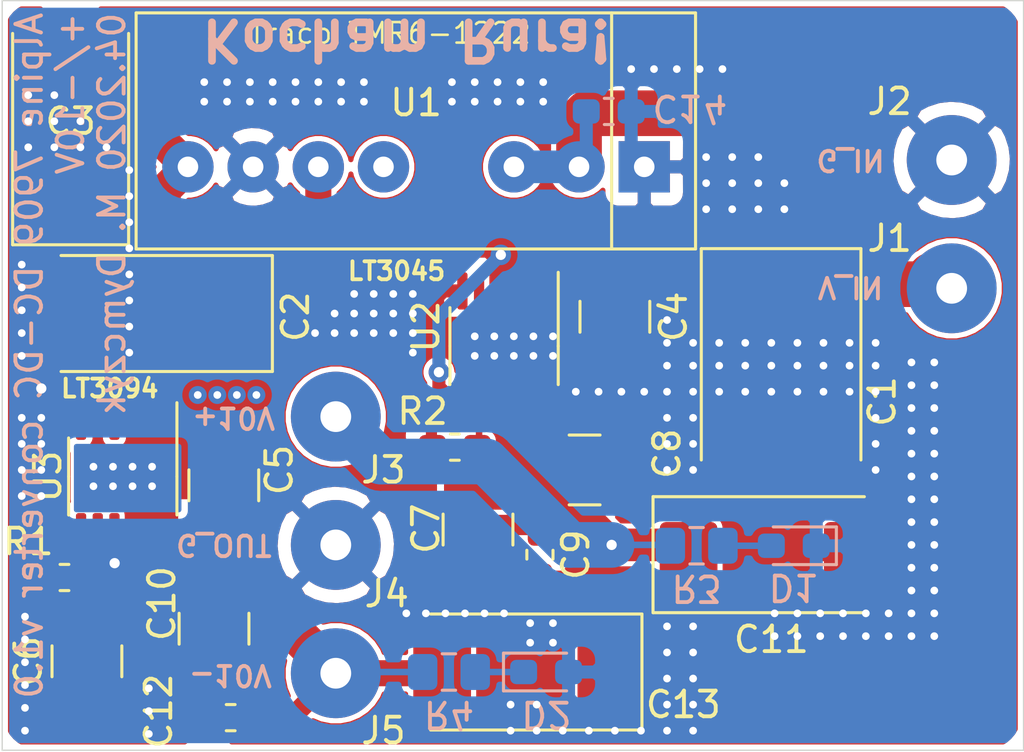
<source format=kicad_pcb>
(kicad_pcb (version 20171130) (host pcbnew 5.1.5-52549c5~86~ubuntu18.04.1)

  (general
    (thickness 1.6)
    (drawings 9)
    (tracks 299)
    (zones 0)
    (modules 28)
    (nets 15)
  )

  (page A4)
  (layers
    (0 F.Cu signal)
    (31 B.Cu signal)
    (32 B.Adhes user hide)
    (33 F.Adhes user hide)
    (34 B.Paste user hide)
    (35 F.Paste user hide)
    (36 B.SilkS user)
    (37 F.SilkS user)
    (38 B.Mask user hide)
    (39 F.Mask user hide)
    (40 Dwgs.User user hide)
    (41 Cmts.User user hide)
    (42 Eco1.User user hide)
    (43 Eco2.User user hide)
    (44 Edge.Cuts user)
    (45 Margin user hide)
    (46 B.CrtYd user hide)
    (47 F.CrtYd user hide)
    (48 B.Fab user hide)
    (49 F.Fab user hide)
  )

  (setup
    (last_trace_width 1.778)
    (user_trace_width 0.254)
    (user_trace_width 0.508)
    (user_trace_width 0.762)
    (user_trace_width 1.016)
    (user_trace_width 1.27)
    (user_trace_width 1.524)
    (user_trace_width 1.778)
    (trace_clearance 0.2)
    (zone_clearance 0.2)
    (zone_45_only no)
    (trace_min 0.25)
    (via_size 0.8)
    (via_drill 0.4)
    (via_min_size 0.4)
    (via_min_drill 0.3)
    (user_via 0.7 0.3)
    (user_via 0.8 0.4)
    (user_via 1.6 1)
    (uvia_size 0.3)
    (uvia_drill 0.1)
    (uvias_allowed no)
    (uvia_min_size 0.2)
    (uvia_min_drill 0.1)
    (edge_width 0.05)
    (segment_width 0.2)
    (pcb_text_width 0.3)
    (pcb_text_size 1.5 1.5)
    (mod_edge_width 0.12)
    (mod_text_size 1 1)
    (mod_text_width 0.15)
    (pad_size 3.50012 3.50012)
    (pad_drill 1.19888)
    (pad_to_mask_clearance 0.051)
    (solder_mask_min_width 0.25)
    (aux_axis_origin 0 0)
    (visible_elements FFFFFF7F)
    (pcbplotparams
      (layerselection 0x010f0_ffffffff)
      (usegerberextensions false)
      (usegerberattributes false)
      (usegerberadvancedattributes false)
      (creategerberjobfile false)
      (excludeedgelayer true)
      (linewidth 0.100000)
      (plotframeref false)
      (viasonmask false)
      (mode 1)
      (useauxorigin false)
      (hpglpennumber 1)
      (hpglpenspeed 20)
      (hpglpendiameter 15.000000)
      (psnegative false)
      (psa4output false)
      (plotreference true)
      (plotvalue true)
      (plotinvisibletext false)
      (padsonsilk false)
      (subtractmaskfromsilk false)
      (outputformat 1)
      (mirror false)
      (drillshape 0)
      (scaleselection 1)
      (outputdirectory "dcdc_7909_gerber/"))
  )

  (net 0 "")
  (net 1 VCC)
  (net 2 GND)
  (net 3 "Net-(C2-Pad1)")
  (net 4 "Net-(C3-Pad2)")
  (net 5 "Net-(C6-Pad1)")
  (net 6 "Net-(C7-Pad1)")
  (net 7 +12V)
  (net 8 -12V)
  (net 9 "Net-(D1-Pad2)")
  (net 10 "Net-(D2-Pad1)")
  (net 11 "Net-(U1-Pad5)")
  (net 12 "Net-(U2-Pad5)")
  (net 13 "Net-(U3-Pad7)")
  (net 14 "Net-(U3-Pad4)")

  (net_class Default "This is the default net class."
    (clearance 0.2)
    (trace_width 0.25)
    (via_dia 0.8)
    (via_drill 0.4)
    (uvia_dia 0.3)
    (uvia_drill 0.1)
    (diff_pair_width 0.25)
    (diff_pair_gap 0.25)
    (add_net +12V)
    (add_net -12V)
    (add_net GND)
    (add_net "Net-(C2-Pad1)")
    (add_net "Net-(C3-Pad2)")
    (add_net "Net-(C6-Pad1)")
    (add_net "Net-(C7-Pad1)")
    (add_net "Net-(D1-Pad2)")
    (add_net "Net-(D2-Pad1)")
    (add_net "Net-(U1-Pad5)")
    (add_net "Net-(U2-Pad5)")
    (add_net "Net-(U3-Pad4)")
    (add_net "Net-(U3-Pad7)")
    (add_net VCC)
  )

  (module Capacitor_SMD:C_0603_1608Metric_Pad1.05x0.95mm_HandSolder (layer B.Cu) (tedit 5B301BBE) (tstamp 5EA44A74)
    (at 99.836 55.118)
    (descr "Capacitor SMD 0603 (1608 Metric), square (rectangular) end terminal, IPC_7351 nominal with elongated pad for handsoldering. (Body size source: http://www.tortai-tech.com/upload/download/2011102023233369053.pdf), generated with kicad-footprint-generator")
    (tags "capacitor handsolder")
    (path /5EA3ED27)
    (attr smd)
    (fp_text reference C14 (at 3.161 -0.127 180 unlocked) (layer B.SilkS)
      (effects (font (size 1 1) (thickness 0.15)) (justify mirror))
    )
    (fp_text value 10n (at 0 -1.43 180) (layer B.Fab)
      (effects (font (size 1 1) (thickness 0.15)) (justify mirror))
    )
    (fp_text user %R (at 0 0 180) (layer B.Fab)
      (effects (font (size 0.4 0.4) (thickness 0.06)) (justify mirror))
    )
    (fp_line (start 1.65 -0.73) (end -1.65 -0.73) (layer B.CrtYd) (width 0.05))
    (fp_line (start 1.65 0.73) (end 1.65 -0.73) (layer B.CrtYd) (width 0.05))
    (fp_line (start -1.65 0.73) (end 1.65 0.73) (layer B.CrtYd) (width 0.05))
    (fp_line (start -1.65 -0.73) (end -1.65 0.73) (layer B.CrtYd) (width 0.05))
    (fp_line (start -0.171267 -0.51) (end 0.171267 -0.51) (layer B.SilkS) (width 0.12))
    (fp_line (start -0.171267 0.51) (end 0.171267 0.51) (layer B.SilkS) (width 0.12))
    (fp_line (start 0.8 -0.4) (end -0.8 -0.4) (layer B.Fab) (width 0.1))
    (fp_line (start 0.8 0.4) (end 0.8 -0.4) (layer B.Fab) (width 0.1))
    (fp_line (start -0.8 0.4) (end 0.8 0.4) (layer B.Fab) (width 0.1))
    (fp_line (start -0.8 -0.4) (end -0.8 0.4) (layer B.Fab) (width 0.1))
    (pad 2 smd roundrect (at 0.875 0) (size 1.05 0.95) (layers B.Cu B.Paste B.Mask) (roundrect_rratio 0.25)
      (net 2 GND))
    (pad 1 smd roundrect (at -0.875 0) (size 1.05 0.95) (layers B.Cu B.Paste B.Mask) (roundrect_rratio 0.25)
      (net 1 VCC))
    (model ${KISYS3DMOD}/Capacitor_SMD.3dshapes/C_0603_1608Metric.wrl
      (at (xyz 0 0 0))
      (scale (xyz 1 1 1))
      (rotate (xyz 0 0 0))
    )
  )

  (module Capacitor_SMD:C_0603_1608Metric_Pad1.05x0.95mm_HandSolder (layer F.Cu) (tedit 5B301BBE) (tstamp 5EA3A980)
    (at 97.155 72.39 270)
    (descr "Capacitor SMD 0603 (1608 Metric), square (rectangular) end terminal, IPC_7351 nominal with elongated pad for handsoldering. (Body size source: http://www.tortai-tech.com/upload/download/2011102023233369053.pdf), generated with kicad-footprint-generator")
    (tags "capacitor handsolder")
    (path /5EA255D5)
    (attr smd)
    (fp_text reference C9 (at 0 -1.397 90) (layer F.SilkS)
      (effects (font (size 1 1) (thickness 0.15)))
    )
    (fp_text value 10n (at 0 1.43 90) (layer F.Fab)
      (effects (font (size 1 1) (thickness 0.15)))
    )
    (fp_text user %R (at 0 0 90) (layer F.Fab)
      (effects (font (size 0.4 0.4) (thickness 0.06)))
    )
    (fp_line (start 1.65 0.73) (end -1.65 0.73) (layer F.CrtYd) (width 0.05))
    (fp_line (start 1.65 -0.73) (end 1.65 0.73) (layer F.CrtYd) (width 0.05))
    (fp_line (start -1.65 -0.73) (end 1.65 -0.73) (layer F.CrtYd) (width 0.05))
    (fp_line (start -1.65 0.73) (end -1.65 -0.73) (layer F.CrtYd) (width 0.05))
    (fp_line (start -0.171267 0.51) (end 0.171267 0.51) (layer F.SilkS) (width 0.12))
    (fp_line (start -0.171267 -0.51) (end 0.171267 -0.51) (layer F.SilkS) (width 0.12))
    (fp_line (start 0.8 0.4) (end -0.8 0.4) (layer F.Fab) (width 0.1))
    (fp_line (start 0.8 -0.4) (end 0.8 0.4) (layer F.Fab) (width 0.1))
    (fp_line (start -0.8 -0.4) (end 0.8 -0.4) (layer F.Fab) (width 0.1))
    (fp_line (start -0.8 0.4) (end -0.8 -0.4) (layer F.Fab) (width 0.1))
    (pad 2 smd roundrect (at 0.875 0 270) (size 1.05 0.95) (layers F.Cu F.Paste F.Mask) (roundrect_rratio 0.25)
      (net 2 GND))
    (pad 1 smd roundrect (at -0.875 0 270) (size 1.05 0.95) (layers F.Cu F.Paste F.Mask) (roundrect_rratio 0.25)
      (net 7 +12V))
    (model ${KISYS3DMOD}/Capacitor_SMD.3dshapes/C_0603_1608Metric.wrl
      (at (xyz 0 0 0))
      (scale (xyz 1 1 1))
      (rotate (xyz 0 0 0))
    )
  )

  (module Capacitor_Tantalum_SMD:CP_EIA-7343-15_Kemet-W_Pad2.25x2.55mm_HandSolder (layer F.Cu) (tedit 5B301BBE) (tstamp 5EA47EE1)
    (at 106.147 72.39)
    (descr "Tantalum Capacitor SMD Kemet-W (7343-15 Metric), IPC_7351 nominal, (Body size from: http://www.kemet.com/Lists/ProductCatalog/Attachments/253/KEM_TC101_STD.pdf), generated with kicad-footprint-generator")
    (tags "capacitor tantalum")
    (path /5EA23A3C)
    (attr smd)
    (fp_text reference C11 (at 0.025 3.302) (layer F.SilkS)
      (effects (font (size 1 1) (thickness 0.15)))
    )
    (fp_text value "100u 16V" (at 0 3.1) (layer F.Fab)
      (effects (font (size 1 1) (thickness 0.15)))
    )
    (fp_text user %R (at 0 0) (layer F.Fab)
      (effects (font (size 1 1) (thickness 0.15)))
    )
    (fp_line (start 4.58 2.4) (end -4.58 2.4) (layer F.CrtYd) (width 0.05))
    (fp_line (start 4.58 -2.4) (end 4.58 2.4) (layer F.CrtYd) (width 0.05))
    (fp_line (start -4.58 -2.4) (end 4.58 -2.4) (layer F.CrtYd) (width 0.05))
    (fp_line (start -4.58 2.4) (end -4.58 -2.4) (layer F.CrtYd) (width 0.05))
    (fp_line (start -4.585 2.26) (end 3.65 2.26) (layer F.SilkS) (width 0.12))
    (fp_line (start -4.585 -2.26) (end -4.585 2.26) (layer F.SilkS) (width 0.12))
    (fp_line (start 3.65 -2.26) (end -4.585 -2.26) (layer F.SilkS) (width 0.12))
    (fp_line (start 3.65 2.15) (end 3.65 -2.15) (layer F.Fab) (width 0.1))
    (fp_line (start -3.65 2.15) (end 3.65 2.15) (layer F.Fab) (width 0.1))
    (fp_line (start -3.65 -1.15) (end -3.65 2.15) (layer F.Fab) (width 0.1))
    (fp_line (start -2.65 -2.15) (end -3.65 -1.15) (layer F.Fab) (width 0.1))
    (fp_line (start 3.65 -2.15) (end -2.65 -2.15) (layer F.Fab) (width 0.1))
    (pad 2 smd roundrect (at 3.2 0) (size 2.25 2.55) (layers F.Cu F.Paste F.Mask) (roundrect_rratio 0.111111)
      (net 2 GND))
    (pad 1 smd roundrect (at -3.2 0) (size 2.25 2.55) (layers F.Cu F.Paste F.Mask) (roundrect_rratio 0.111111)
      (net 7 +12V))
    (model ${KISYS3DMOD}/Capacitor_Tantalum_SMD.3dshapes/CP_EIA-7343-15_Kemet-W.wrl
      (at (xyz 0 0 0))
      (scale (xyz 1 1 1))
      (rotate (xyz 0 0 0))
    )
  )

  (module Capacitor_SMD:C_1210_3225Metric_Pad1.42x2.65mm_HandSolder (layer F.Cu) (tedit 5B301BBE) (tstamp 5EA47F7A)
    (at 98.8965 69.088)
    (descr "Capacitor SMD 1210 (3225 Metric), square (rectangular) end terminal, IPC_7351 nominal with elongated pad for handsoldering. (Body size source: http://www.tortai-tech.com/upload/download/2011102023233369053.pdf), generated with kicad-footprint-generator")
    (tags "capacitor handsolder")
    (path /5EA1A7BC)
    (attr smd)
    (fp_text reference C8 (at 3.2115 -0.635 90) (layer F.SilkS)
      (effects (font (size 1 1) (thickness 0.15)))
    )
    (fp_text value "10u X7R" (at 0 2.28) (layer F.Fab)
      (effects (font (size 1 1) (thickness 0.15)))
    )
    (fp_text user %R (at 0 0) (layer F.Fab)
      (effects (font (size 0.8 0.8) (thickness 0.12)))
    )
    (fp_line (start 2.45 1.58) (end -2.45 1.58) (layer F.CrtYd) (width 0.05))
    (fp_line (start 2.45 -1.58) (end 2.45 1.58) (layer F.CrtYd) (width 0.05))
    (fp_line (start -2.45 -1.58) (end 2.45 -1.58) (layer F.CrtYd) (width 0.05))
    (fp_line (start -2.45 1.58) (end -2.45 -1.58) (layer F.CrtYd) (width 0.05))
    (fp_line (start -0.602064 1.36) (end 0.602064 1.36) (layer F.SilkS) (width 0.12))
    (fp_line (start -0.602064 -1.36) (end 0.602064 -1.36) (layer F.SilkS) (width 0.12))
    (fp_line (start 1.6 1.25) (end -1.6 1.25) (layer F.Fab) (width 0.1))
    (fp_line (start 1.6 -1.25) (end 1.6 1.25) (layer F.Fab) (width 0.1))
    (fp_line (start -1.6 -1.25) (end 1.6 -1.25) (layer F.Fab) (width 0.1))
    (fp_line (start -1.6 1.25) (end -1.6 -1.25) (layer F.Fab) (width 0.1))
    (pad 2 smd roundrect (at 1.4875 0) (size 1.425 2.65) (layers F.Cu F.Paste F.Mask) (roundrect_rratio 0.175439)
      (net 2 GND))
    (pad 1 smd roundrect (at -1.4875 0) (size 1.425 2.65) (layers F.Cu F.Paste F.Mask) (roundrect_rratio 0.175439)
      (net 7 +12V))
    (model ${KISYS3DMOD}/Capacitor_SMD.3dshapes/C_1210_3225Metric.wrl
      (at (xyz 0 0 0))
      (scale (xyz 1 1 1))
      (rotate (xyz 0 0 0))
    )
  )

  (module Resistor_SMD:R_0603_1608Metric_Pad1.05x0.95mm_HandSolder (layer F.Cu) (tedit 5B301BBD) (tstamp 5EA3E3A4)
    (at 93.839 68.199 180)
    (descr "Resistor SMD 0603 (1608 Metric), square (rectangular) end terminal, IPC_7351 nominal with elongated pad for handsoldering. (Body size source: http://www.tortai-tech.com/upload/download/2011102023233369053.pdf), generated with kicad-footprint-generator")
    (tags "resistor handsolder")
    (path /5EA01249)
    (attr smd)
    (fp_text reference R2 (at 1.256 1.397) (layer F.SilkS)
      (effects (font (size 1 1) (thickness 0.15)))
    )
    (fp_text value 100k (at 0 1.43) (layer F.Fab)
      (effects (font (size 1 1) (thickness 0.15)))
    )
    (fp_text user %R (at -0.014 0 270) (layer F.Fab)
      (effects (font (size 0.4 0.4) (thickness 0.06)))
    )
    (fp_line (start 1.65 0.73) (end -1.65 0.73) (layer F.CrtYd) (width 0.05))
    (fp_line (start 1.65 -0.73) (end 1.65 0.73) (layer F.CrtYd) (width 0.05))
    (fp_line (start -1.65 -0.73) (end 1.65 -0.73) (layer F.CrtYd) (width 0.05))
    (fp_line (start -1.65 0.73) (end -1.65 -0.73) (layer F.CrtYd) (width 0.05))
    (fp_line (start -0.171267 0.51) (end 0.171267 0.51) (layer F.SilkS) (width 0.12))
    (fp_line (start -0.171267 -0.51) (end 0.171267 -0.51) (layer F.SilkS) (width 0.12))
    (fp_line (start 0.8 0.4) (end -0.8 0.4) (layer F.Fab) (width 0.1))
    (fp_line (start 0.8 -0.4) (end 0.8 0.4) (layer F.Fab) (width 0.1))
    (fp_line (start -0.8 -0.4) (end 0.8 -0.4) (layer F.Fab) (width 0.1))
    (fp_line (start -0.8 0.4) (end -0.8 -0.4) (layer F.Fab) (width 0.1))
    (pad 2 smd roundrect (at 0.875 0 180) (size 1.05 0.95) (layers F.Cu F.Paste F.Mask) (roundrect_rratio 0.25)
      (net 2 GND))
    (pad 1 smd roundrect (at -0.875 0 180) (size 1.05 0.95) (layers F.Cu F.Paste F.Mask) (roundrect_rratio 0.25)
      (net 6 "Net-(C7-Pad1)"))
    (model ${KISYS3DMOD}/Resistor_SMD.3dshapes/R_0603_1608Metric.wrl
      (at (xyz 0 0 0))
      (scale (xyz 1 1 1))
      (rotate (xyz 0 0 0))
    )
  )

  (module Package_SO:MSOP-12-1EP_3x4mm_P0.65mm_EP1.65x2.85mm (layer F.Cu) (tedit 5C59F590) (tstamp 5EA3DB56)
    (at 95.758 64.262 270)
    (descr "MSOP, 12 Pin (https://www.analog.com/media/en/technical-documentation/data-sheets/3652fe.pdf#page=24), generated with kicad-footprint-generator ipc_gullwing_generator.py")
    (tags "MSOP SO")
    (path /5E9E79D1)
    (attr smd)
    (fp_text reference U2 (at -0.762 3.048 90) (layer F.SilkS)
      (effects (font (size 1 1) (thickness 0.15)))
    )
    (fp_text value LT3045xMSE (at 0 2.95 90) (layer F.Fab)
      (effects (font (size 1 1) (thickness 0.15)))
    )
    (fp_text user %R (at 0 0 90) (layer F.Fab)
      (effects (font (size 0.75 0.75) (thickness 0.11)))
    )
    (fp_line (start 3.12 -2.25) (end -3.12 -2.25) (layer F.CrtYd) (width 0.05))
    (fp_line (start 3.12 2.25) (end 3.12 -2.25) (layer F.CrtYd) (width 0.05))
    (fp_line (start -3.12 2.25) (end 3.12 2.25) (layer F.CrtYd) (width 0.05))
    (fp_line (start -3.12 -2.25) (end -3.12 2.25) (layer F.CrtYd) (width 0.05))
    (fp_line (start -1.5 -1.25) (end -0.75 -2) (layer F.Fab) (width 0.1))
    (fp_line (start -1.5 2) (end -1.5 -1.25) (layer F.Fab) (width 0.1))
    (fp_line (start 1.5 2) (end -1.5 2) (layer F.Fab) (width 0.1))
    (fp_line (start 1.5 -2) (end 1.5 2) (layer F.Fab) (width 0.1))
    (fp_line (start -0.75 -2) (end 1.5 -2) (layer F.Fab) (width 0.1))
    (fp_line (start 0 -2.11) (end -2.875 -2.11) (layer F.SilkS) (width 0.12))
    (fp_line (start 0 -2.11) (end 1.5 -2.11) (layer F.SilkS) (width 0.12))
    (fp_line (start 0 2.11) (end -1.5 2.11) (layer F.SilkS) (width 0.12))
    (fp_line (start 0 2.11) (end 1.5 2.11) (layer F.SilkS) (width 0.12))
    (pad 12 smd roundrect (at 2.15 -1.625 270) (size 1.45 0.4) (layers F.Cu F.Paste F.Mask) (roundrect_rratio 0.25)
      (net 7 +12V))
    (pad 11 smd roundrect (at 2.15 -0.975 270) (size 1.45 0.4) (layers F.Cu F.Paste F.Mask) (roundrect_rratio 0.25)
      (net 7 +12V))
    (pad 10 smd roundrect (at 2.15 -0.325 270) (size 1.45 0.4) (layers F.Cu F.Paste F.Mask) (roundrect_rratio 0.25)
      (net 7 +12V))
    (pad 9 smd roundrect (at 2.15 0.325 270) (size 1.45 0.4) (layers F.Cu F.Paste F.Mask) (roundrect_rratio 0.25)
      (net 2 GND))
    (pad 8 smd roundrect (at 2.15 0.975 270) (size 1.45 0.4) (layers F.Cu F.Paste F.Mask) (roundrect_rratio 0.25)
      (net 6 "Net-(C7-Pad1)"))
    (pad 7 smd roundrect (at 2.15 1.625 270) (size 1.45 0.4) (layers F.Cu F.Paste F.Mask) (roundrect_rratio 0.25)
      (net 3 "Net-(C2-Pad1)"))
    (pad 6 smd roundrect (at -2.15 1.625 270) (size 1.45 0.4) (layers F.Cu F.Paste F.Mask) (roundrect_rratio 0.25)
      (net 2 GND))
    (pad 5 smd roundrect (at -2.15 0.975 270) (size 1.45 0.4) (layers F.Cu F.Paste F.Mask) (roundrect_rratio 0.25)
      (net 12 "Net-(U2-Pad5)"))
    (pad 4 smd roundrect (at -2.15 0.325 270) (size 1.45 0.4) (layers F.Cu F.Paste F.Mask) (roundrect_rratio 0.25)
      (net 3 "Net-(C2-Pad1)"))
    (pad 3 smd roundrect (at -2.15 -0.325 270) (size 1.45 0.4) (layers F.Cu F.Paste F.Mask) (roundrect_rratio 0.25)
      (net 3 "Net-(C2-Pad1)"))
    (pad 2 smd roundrect (at -2.15 -0.975 270) (size 1.45 0.4) (layers F.Cu F.Paste F.Mask) (roundrect_rratio 0.25)
      (net 3 "Net-(C2-Pad1)"))
    (pad 1 smd roundrect (at -2.15 -1.625 270) (size 1.45 0.4) (layers F.Cu F.Paste F.Mask) (roundrect_rratio 0.25)
      (net 3 "Net-(C2-Pad1)"))
    (pad "" smd roundrect (at 0.41 0.71 270) (size 0.67 1.15) (layers F.Paste) (roundrect_rratio 0.25))
    (pad "" smd roundrect (at 0.41 -0.71 270) (size 0.67 1.15) (layers F.Paste) (roundrect_rratio 0.25))
    (pad "" smd roundrect (at -0.41 0.71 270) (size 0.67 1.15) (layers F.Paste) (roundrect_rratio 0.25))
    (pad "" smd roundrect (at -0.41 -0.71 270) (size 0.67 1.15) (layers F.Paste) (roundrect_rratio 0.25))
    (pad 13 smd roundrect (at 0 0 270) (size 1.65 2.85) (layers F.Cu F.Mask) (roundrect_rratio 0.151515)
      (net 2 GND))
    (model ${KISYS3DMOD}/Package_SO.3dshapes/MSOP-12-1EP_3x4mm_P0.65mm_EP1.65x2.85mm.wrl
      (at (xyz 0 0 0))
      (scale (xyz 1 1 1))
      (rotate (xyz 0 0 0))
    )
  )

  (module Capacitor_SMD:C_1210_3225Metric_Pad1.42x2.65mm_HandSolder (layer F.Cu) (tedit 5B301BBE) (tstamp 5EA3A92B)
    (at 100.076 63.119 270)
    (descr "Capacitor SMD 1210 (3225 Metric), square (rectangular) end terminal, IPC_7351 nominal with elongated pad for handsoldering. (Body size source: http://www.tortai-tech.com/upload/download/2011102023233369053.pdf), generated with kicad-footprint-generator")
    (tags "capacitor handsolder")
    (path /5EA08D58)
    (attr smd)
    (fp_text reference C4 (at 0 -2.28 90) (layer F.SilkS)
      (effects (font (size 1 1) (thickness 0.15)))
    )
    (fp_text value "10u X7R" (at 0 2.28 90) (layer F.Fab)
      (effects (font (size 1 1) (thickness 0.15)))
    )
    (fp_text user %R (at 0 0 90) (layer F.Fab)
      (effects (font (size 0.8 0.8) (thickness 0.12)))
    )
    (fp_line (start 2.45 1.58) (end -2.45 1.58) (layer F.CrtYd) (width 0.05))
    (fp_line (start 2.45 -1.58) (end 2.45 1.58) (layer F.CrtYd) (width 0.05))
    (fp_line (start -2.45 -1.58) (end 2.45 -1.58) (layer F.CrtYd) (width 0.05))
    (fp_line (start -2.45 1.58) (end -2.45 -1.58) (layer F.CrtYd) (width 0.05))
    (fp_line (start -0.602064 1.36) (end 0.602064 1.36) (layer F.SilkS) (width 0.12))
    (fp_line (start -0.602064 -1.36) (end 0.602064 -1.36) (layer F.SilkS) (width 0.12))
    (fp_line (start 1.6 1.25) (end -1.6 1.25) (layer F.Fab) (width 0.1))
    (fp_line (start 1.6 -1.25) (end 1.6 1.25) (layer F.Fab) (width 0.1))
    (fp_line (start -1.6 -1.25) (end 1.6 -1.25) (layer F.Fab) (width 0.1))
    (fp_line (start -1.6 1.25) (end -1.6 -1.25) (layer F.Fab) (width 0.1))
    (pad 2 smd roundrect (at 1.4875 0 270) (size 1.425 2.65) (layers F.Cu F.Paste F.Mask) (roundrect_rratio 0.175439)
      (net 2 GND))
    (pad 1 smd roundrect (at -1.4875 0 270) (size 1.425 2.65) (layers F.Cu F.Paste F.Mask) (roundrect_rratio 0.175439)
      (net 3 "Net-(C2-Pad1)"))
    (model ${KISYS3DMOD}/Capacitor_SMD.3dshapes/C_1210_3225Metric.wrl
      (at (xyz 0 0 0))
      (scale (xyz 1 1 1))
      (rotate (xyz 0 0 0))
    )
  )

  (module Capacitor_SMD:C_1210_3225Metric_Pad1.42x2.65mm_HandSolder (layer F.Cu) (tedit 5B301BBE) (tstamp 5EA3A95E)
    (at 94.742 71.4105 270)
    (descr "Capacitor SMD 1210 (3225 Metric), square (rectangular) end terminal, IPC_7351 nominal with elongated pad for handsoldering. (Body size source: http://www.tortai-tech.com/upload/download/2011102023233369053.pdf), generated with kicad-footprint-generator")
    (tags "capacitor handsolder")
    (path /5EA22DE1)
    (attr smd)
    (fp_text reference C7 (at -0.0365 2.032 90) (layer F.SilkS)
      (effects (font (size 1 1) (thickness 0.15)))
    )
    (fp_text value "10u X7R" (at 0 2.28 90) (layer F.Fab)
      (effects (font (size 1 1) (thickness 0.15)))
    )
    (fp_text user %R (at 0 0 90) (layer F.Fab)
      (effects (font (size 0.8 0.8) (thickness 0.12)))
    )
    (fp_line (start 2.45 1.58) (end -2.45 1.58) (layer F.CrtYd) (width 0.05))
    (fp_line (start 2.45 -1.58) (end 2.45 1.58) (layer F.CrtYd) (width 0.05))
    (fp_line (start -2.45 -1.58) (end 2.45 -1.58) (layer F.CrtYd) (width 0.05))
    (fp_line (start -2.45 1.58) (end -2.45 -1.58) (layer F.CrtYd) (width 0.05))
    (fp_line (start -0.602064 1.36) (end 0.602064 1.36) (layer F.SilkS) (width 0.12))
    (fp_line (start -0.602064 -1.36) (end 0.602064 -1.36) (layer F.SilkS) (width 0.12))
    (fp_line (start 1.6 1.25) (end -1.6 1.25) (layer F.Fab) (width 0.1))
    (fp_line (start 1.6 -1.25) (end 1.6 1.25) (layer F.Fab) (width 0.1))
    (fp_line (start -1.6 -1.25) (end 1.6 -1.25) (layer F.Fab) (width 0.1))
    (fp_line (start -1.6 1.25) (end -1.6 -1.25) (layer F.Fab) (width 0.1))
    (pad 2 smd roundrect (at 1.4875 0 270) (size 1.425 2.65) (layers F.Cu F.Paste F.Mask) (roundrect_rratio 0.175439)
      (net 2 GND))
    (pad 1 smd roundrect (at -1.4875 0 270) (size 1.425 2.65) (layers F.Cu F.Paste F.Mask) (roundrect_rratio 0.175439)
      (net 6 "Net-(C7-Pad1)"))
    (model ${KISYS3DMOD}/Capacitor_SMD.3dshapes/C_1210_3225Metric.wrl
      (at (xyz 0 0 0))
      (scale (xyz 1 1 1))
      (rotate (xyz 0 0 0))
    )
  )

  (module Capacitor_Tantalum_SMD:CP_EIA-7360-38_Kemet-E_Pad2.25x4.25mm_HandSolder (layer F.Cu) (tedit 5B301BBE) (tstamp 5EA3C4F3)
    (at 106.553 65.049 270)
    (descr "Tantalum Capacitor SMD Kemet-E (7360-38 Metric), IPC_7351 nominal, (Body size from: http://www.kemet.com/Lists/ProductCatalog/Attachments/253/KEM_TC101_STD.pdf), generated with kicad-footprint-generator")
    (tags "capacitor tantalum")
    (path /5E9E64B6)
    (attr smd)
    (fp_text reference C1 (at 1.372 -3.937 270) (layer F.SilkS)
      (effects (font (size 1 1) (thickness 0.15)))
    )
    (fp_text value "100u 25v" (at 0 3.95 90) (layer F.Fab)
      (effects (font (size 1 1) (thickness 0.15)))
    )
    (fp_text user %R (at -0.279 -0.127 90) (layer F.Fab)
      (effects (font (size 1 1) (thickness 0.15)))
    )
    (fp_line (start 4.58 3.25) (end -4.58 3.25) (layer F.CrtYd) (width 0.05))
    (fp_line (start 4.58 -3.25) (end 4.58 3.25) (layer F.CrtYd) (width 0.05))
    (fp_line (start -4.58 -3.25) (end 4.58 -3.25) (layer F.CrtYd) (width 0.05))
    (fp_line (start -4.58 3.25) (end -4.58 -3.25) (layer F.CrtYd) (width 0.05))
    (fp_line (start -4.585 3.11) (end 3.65 3.11) (layer F.SilkS) (width 0.12))
    (fp_line (start -4.585 -3.11) (end -4.585 3.11) (layer F.SilkS) (width 0.12))
    (fp_line (start 3.65 -3.11) (end -4.585 -3.11) (layer F.SilkS) (width 0.12))
    (fp_line (start 3.65 3) (end 3.65 -3) (layer F.Fab) (width 0.1))
    (fp_line (start -3.65 3) (end 3.65 3) (layer F.Fab) (width 0.1))
    (fp_line (start -3.65 -2) (end -3.65 3) (layer F.Fab) (width 0.1))
    (fp_line (start -2.65 -3) (end -3.65 -2) (layer F.Fab) (width 0.1))
    (fp_line (start 3.65 -3) (end -2.65 -3) (layer F.Fab) (width 0.1))
    (pad 2 smd roundrect (at 3.2 0 270) (size 2.25 4.25) (layers F.Cu F.Paste F.Mask) (roundrect_rratio 0.111111)
      (net 2 GND))
    (pad 1 smd roundrect (at -3.2 0 270) (size 2.25 4.25) (layers F.Cu F.Paste F.Mask) (roundrect_rratio 0.111111)
      (net 1 VCC))
    (model ${KISYS3DMOD}/Capacitor_Tantalum_SMD.3dshapes/CP_EIA-7360-38_Kemet-E.wrl
      (at (xyz 0 0 0))
      (scale (xyz 1 1 1))
      (rotate (xyz 0 0 0))
    )
  )

  (module Capacitor_Tantalum_SMD:CP_EIA-7343-15_Kemet-W_Pad2.25x2.55mm_HandSolder (layer F.Cu) (tedit 5B301BBE) (tstamp 5EA43C5F)
    (at 82.144 62.992 180)
    (descr "Tantalum Capacitor SMD Kemet-W (7343-15 Metric), IPC_7351 nominal, (Body size from: http://www.kemet.com/Lists/ProductCatalog/Attachments/253/KEM_TC101_STD.pdf), generated with kicad-footprint-generator")
    (tags "capacitor tantalum")
    (path /5EA0928C)
    (attr smd)
    (fp_text reference C2 (at -5.486 -0.127 90) (layer F.SilkS)
      (effects (font (size 1 1) (thickness 0.15)))
    )
    (fp_text value "100u 16V" (at 0 3.1) (layer F.Fab)
      (effects (font (size 1 1) (thickness 0.15)))
    )
    (fp_text user %R (at 0 0) (layer F.Fab)
      (effects (font (size 1 1) (thickness 0.15)))
    )
    (fp_line (start 4.58 2.4) (end -4.58 2.4) (layer F.CrtYd) (width 0.05))
    (fp_line (start 4.58 -2.4) (end 4.58 2.4) (layer F.CrtYd) (width 0.05))
    (fp_line (start -4.58 -2.4) (end 4.58 -2.4) (layer F.CrtYd) (width 0.05))
    (fp_line (start -4.58 2.4) (end -4.58 -2.4) (layer F.CrtYd) (width 0.05))
    (fp_line (start -4.585 2.26) (end 3.65 2.26) (layer F.SilkS) (width 0.12))
    (fp_line (start -4.585 -2.26) (end -4.585 2.26) (layer F.SilkS) (width 0.12))
    (fp_line (start 3.65 -2.26) (end -4.585 -2.26) (layer F.SilkS) (width 0.12))
    (fp_line (start 3.65 2.15) (end 3.65 -2.15) (layer F.Fab) (width 0.1))
    (fp_line (start -3.65 2.15) (end 3.65 2.15) (layer F.Fab) (width 0.1))
    (fp_line (start -3.65 -1.15) (end -3.65 2.15) (layer F.Fab) (width 0.1))
    (fp_line (start -2.65 -2.15) (end -3.65 -1.15) (layer F.Fab) (width 0.1))
    (fp_line (start 3.65 -2.15) (end -2.65 -2.15) (layer F.Fab) (width 0.1))
    (pad 2 smd roundrect (at 3.2 0 180) (size 2.25 2.55) (layers F.Cu F.Paste F.Mask) (roundrect_rratio 0.111111)
      (net 2 GND))
    (pad 1 smd roundrect (at -3.2 0 180) (size 2.25 2.55) (layers F.Cu F.Paste F.Mask) (roundrect_rratio 0.111111)
      (net 3 "Net-(C2-Pad1)"))
    (model ${KISYS3DMOD}/Capacitor_Tantalum_SMD.3dshapes/CP_EIA-7343-15_Kemet-W.wrl
      (at (xyz 0 0 0))
      (scale (xyz 1 1 1))
      (rotate (xyz 0 0 0))
    )
  )

  (module Capacitor_Tantalum_SMD:CP_EIA-7343-15_Kemet-W_Pad2.25x2.55mm_HandSolder (layer F.Cu) (tedit 5B301BBE) (tstamp 5EA47FE8)
    (at 78.867 55.728 90)
    (descr "Tantalum Capacitor SMD Kemet-W (7343-15 Metric), IPC_7351 nominal, (Body size from: http://www.kemet.com/Lists/ProductCatalog/Attachments/253/KEM_TC101_STD.pdf), generated with kicad-footprint-generator")
    (tags "capacitor tantalum")
    (path /5EA09743)
    (attr smd)
    (fp_text reference C3 (at 0.229 0 180) (layer F.SilkS)
      (effects (font (size 1 1) (thickness 0.15)))
    )
    (fp_text value "100u 16V" (at 0 3.1 90) (layer F.Fab)
      (effects (font (size 1 1) (thickness 0.15)))
    )
    (fp_text user %R (at 0 0 90) (layer F.Fab)
      (effects (font (size 1 1) (thickness 0.15)))
    )
    (fp_line (start 4.58 2.4) (end -4.58 2.4) (layer F.CrtYd) (width 0.05))
    (fp_line (start 4.58 -2.4) (end 4.58 2.4) (layer F.CrtYd) (width 0.05))
    (fp_line (start -4.58 -2.4) (end 4.58 -2.4) (layer F.CrtYd) (width 0.05))
    (fp_line (start -4.58 2.4) (end -4.58 -2.4) (layer F.CrtYd) (width 0.05))
    (fp_line (start -4.585 2.26) (end 3.65 2.26) (layer F.SilkS) (width 0.12))
    (fp_line (start -4.585 -2.26) (end -4.585 2.26) (layer F.SilkS) (width 0.12))
    (fp_line (start 3.65 -2.26) (end -4.585 -2.26) (layer F.SilkS) (width 0.12))
    (fp_line (start 3.65 2.15) (end 3.65 -2.15) (layer F.Fab) (width 0.1))
    (fp_line (start -3.65 2.15) (end 3.65 2.15) (layer F.Fab) (width 0.1))
    (fp_line (start -3.65 -1.15) (end -3.65 2.15) (layer F.Fab) (width 0.1))
    (fp_line (start -2.65 -2.15) (end -3.65 -1.15) (layer F.Fab) (width 0.1))
    (fp_line (start 3.65 -2.15) (end -2.65 -2.15) (layer F.Fab) (width 0.1))
    (pad 2 smd roundrect (at 3.2 0 90) (size 2.25 2.55) (layers F.Cu F.Paste F.Mask) (roundrect_rratio 0.111111)
      (net 4 "Net-(C3-Pad2)"))
    (pad 1 smd roundrect (at -3.2 0 90) (size 2.25 2.55) (layers F.Cu F.Paste F.Mask) (roundrect_rratio 0.111111)
      (net 2 GND))
    (model ${KISYS3DMOD}/Capacitor_Tantalum_SMD.3dshapes/CP_EIA-7343-15_Kemet-W.wrl
      (at (xyz 0 0 0))
      (scale (xyz 1 1 1))
      (rotate (xyz 0 0 0))
    )
  )

  (module Capacitor_SMD:C_1210_3225Metric_Pad1.42x2.65mm_HandSolder (layer F.Cu) (tedit 5B301BBE) (tstamp 5EA3A93C)
    (at 84.836 69.6865 270)
    (descr "Capacitor SMD 1210 (3225 Metric), square (rectangular) end terminal, IPC_7351 nominal with elongated pad for handsoldering. (Body size source: http://www.tortai-tech.com/upload/download/2011102023233369053.pdf), generated with kicad-footprint-generator")
    (tags "capacitor handsolder")
    (path /5EA08764)
    (attr smd)
    (fp_text reference C5 (at -0.5985 -2.159 90) (layer F.SilkS)
      (effects (font (size 1 1) (thickness 0.15)))
    )
    (fp_text value "10u X7R" (at 0 2.28 90) (layer F.Fab)
      (effects (font (size 1 1) (thickness 0.15)))
    )
    (fp_text user %R (at 0 0 90) (layer F.Fab)
      (effects (font (size 0.8 0.8) (thickness 0.12)))
    )
    (fp_line (start 2.45 1.58) (end -2.45 1.58) (layer F.CrtYd) (width 0.05))
    (fp_line (start 2.45 -1.58) (end 2.45 1.58) (layer F.CrtYd) (width 0.05))
    (fp_line (start -2.45 -1.58) (end 2.45 -1.58) (layer F.CrtYd) (width 0.05))
    (fp_line (start -2.45 1.58) (end -2.45 -1.58) (layer F.CrtYd) (width 0.05))
    (fp_line (start -0.602064 1.36) (end 0.602064 1.36) (layer F.SilkS) (width 0.12))
    (fp_line (start -0.602064 -1.36) (end 0.602064 -1.36) (layer F.SilkS) (width 0.12))
    (fp_line (start 1.6 1.25) (end -1.6 1.25) (layer F.Fab) (width 0.1))
    (fp_line (start 1.6 -1.25) (end 1.6 1.25) (layer F.Fab) (width 0.1))
    (fp_line (start -1.6 -1.25) (end 1.6 -1.25) (layer F.Fab) (width 0.1))
    (fp_line (start -1.6 1.25) (end -1.6 -1.25) (layer F.Fab) (width 0.1))
    (pad 2 smd roundrect (at 1.4875 0 270) (size 1.425 2.65) (layers F.Cu F.Paste F.Mask) (roundrect_rratio 0.175439)
      (net 2 GND))
    (pad 1 smd roundrect (at -1.4875 0 270) (size 1.425 2.65) (layers F.Cu F.Paste F.Mask) (roundrect_rratio 0.175439)
      (net 4 "Net-(C3-Pad2)"))
    (model ${KISYS3DMOD}/Capacitor_SMD.3dshapes/C_1210_3225Metric.wrl
      (at (xyz 0 0 0))
      (scale (xyz 1 1 1))
      (rotate (xyz 0 0 0))
    )
  )

  (module Capacitor_SMD:C_1210_3225Metric_Pad1.42x2.65mm_HandSolder (layer F.Cu) (tedit 5B301BBE) (tstamp 5EA3A94D)
    (at 79.502 76.5445 270)
    (descr "Capacitor SMD 1210 (3225 Metric), square (rectangular) end terminal, IPC_7351 nominal with elongated pad for handsoldering. (Body size source: http://www.tortai-tech.com/upload/download/2011102023233369053.pdf), generated with kicad-footprint-generator")
    (tags "capacitor handsolder")
    (path /5EA20B33)
    (attr smd)
    (fp_text reference C6 (at 0 2.286 90) (layer F.SilkS)
      (effects (font (size 1 1) (thickness 0.15)))
    )
    (fp_text value "10u X7R" (at 0 2.28 90) (layer F.Fab)
      (effects (font (size 1 1) (thickness 0.15)))
    )
    (fp_text user %R (at 0 0 90) (layer F.Fab)
      (effects (font (size 0.8 0.8) (thickness 0.12)))
    )
    (fp_line (start 2.45 1.58) (end -2.45 1.58) (layer F.CrtYd) (width 0.05))
    (fp_line (start 2.45 -1.58) (end 2.45 1.58) (layer F.CrtYd) (width 0.05))
    (fp_line (start -2.45 -1.58) (end 2.45 -1.58) (layer F.CrtYd) (width 0.05))
    (fp_line (start -2.45 1.58) (end -2.45 -1.58) (layer F.CrtYd) (width 0.05))
    (fp_line (start -0.602064 1.36) (end 0.602064 1.36) (layer F.SilkS) (width 0.12))
    (fp_line (start -0.602064 -1.36) (end 0.602064 -1.36) (layer F.SilkS) (width 0.12))
    (fp_line (start 1.6 1.25) (end -1.6 1.25) (layer F.Fab) (width 0.1))
    (fp_line (start 1.6 -1.25) (end 1.6 1.25) (layer F.Fab) (width 0.1))
    (fp_line (start -1.6 -1.25) (end 1.6 -1.25) (layer F.Fab) (width 0.1))
    (fp_line (start -1.6 1.25) (end -1.6 -1.25) (layer F.Fab) (width 0.1))
    (pad 2 smd roundrect (at 1.4875 0 270) (size 1.425 2.65) (layers F.Cu F.Paste F.Mask) (roundrect_rratio 0.175439)
      (net 2 GND))
    (pad 1 smd roundrect (at -1.4875 0 270) (size 1.425 2.65) (layers F.Cu F.Paste F.Mask) (roundrect_rratio 0.175439)
      (net 5 "Net-(C6-Pad1)"))
    (model ${KISYS3DMOD}/Capacitor_SMD.3dshapes/C_1210_3225Metric.wrl
      (at (xyz 0 0 0))
      (scale (xyz 1 1 1))
      (rotate (xyz 0 0 0))
    )
  )

  (module Capacitor_SMD:C_1210_3225Metric_Pad1.42x2.65mm_HandSolder (layer F.Cu) (tedit 5B301BBE) (tstamp 5EA3A991)
    (at 84.455 75.2745 270)
    (descr "Capacitor SMD 1210 (3225 Metric), square (rectangular) end terminal, IPC_7351 nominal with elongated pad for handsoldering. (Body size source: http://www.tortai-tech.com/upload/download/2011102023233369053.pdf), generated with kicad-footprint-generator")
    (tags "capacitor handsolder")
    (path /5EA1A1DC)
    (attr smd)
    (fp_text reference C10 (at -0.9795 2.032 90) (layer F.SilkS)
      (effects (font (size 1 1) (thickness 0.15)))
    )
    (fp_text value "10u X7R" (at 0 2.28 90) (layer F.Fab)
      (effects (font (size 1 1) (thickness 0.15)))
    )
    (fp_text user %R (at 0 0 90) (layer F.Fab)
      (effects (font (size 0.8 0.8) (thickness 0.12)))
    )
    (fp_line (start 2.45 1.58) (end -2.45 1.58) (layer F.CrtYd) (width 0.05))
    (fp_line (start 2.45 -1.58) (end 2.45 1.58) (layer F.CrtYd) (width 0.05))
    (fp_line (start -2.45 -1.58) (end 2.45 -1.58) (layer F.CrtYd) (width 0.05))
    (fp_line (start -2.45 1.58) (end -2.45 -1.58) (layer F.CrtYd) (width 0.05))
    (fp_line (start -0.602064 1.36) (end 0.602064 1.36) (layer F.SilkS) (width 0.12))
    (fp_line (start -0.602064 -1.36) (end 0.602064 -1.36) (layer F.SilkS) (width 0.12))
    (fp_line (start 1.6 1.25) (end -1.6 1.25) (layer F.Fab) (width 0.1))
    (fp_line (start 1.6 -1.25) (end 1.6 1.25) (layer F.Fab) (width 0.1))
    (fp_line (start -1.6 -1.25) (end 1.6 -1.25) (layer F.Fab) (width 0.1))
    (fp_line (start -1.6 1.25) (end -1.6 -1.25) (layer F.Fab) (width 0.1))
    (pad 2 smd roundrect (at 1.4875 0 270) (size 1.425 2.65) (layers F.Cu F.Paste F.Mask) (roundrect_rratio 0.175439)
      (net 2 GND))
    (pad 1 smd roundrect (at -1.4875 0 270) (size 1.425 2.65) (layers F.Cu F.Paste F.Mask) (roundrect_rratio 0.175439)
      (net 8 -12V))
    (model ${KISYS3DMOD}/Capacitor_SMD.3dshapes/C_1210_3225Metric.wrl
      (at (xyz 0 0 0))
      (scale (xyz 1 1 1))
      (rotate (xyz 0 0 0))
    )
  )

  (module Capacitor_SMD:C_0603_1608Metric_Pad1.05x0.95mm_HandSolder (layer F.Cu) (tedit 5B301BBE) (tstamp 5EA3A9B5)
    (at 85.104 78.74 180)
    (descr "Capacitor SMD 0603 (1608 Metric), square (rectangular) end terminal, IPC_7351 nominal with elongated pad for handsoldering. (Body size source: http://www.tortai-tech.com/upload/download/2011102023233369053.pdf), generated with kicad-footprint-generator")
    (tags "capacitor handsolder")
    (path /5EA25889)
    (attr smd)
    (fp_text reference C12 (at 2.808 0.254 270) (layer F.SilkS)
      (effects (font (size 1 1) (thickness 0.15)))
    )
    (fp_text value 10n (at 0 1.43) (layer F.Fab)
      (effects (font (size 1 1) (thickness 0.15)))
    )
    (fp_text user %R (at 0 0) (layer F.Fab)
      (effects (font (size 0.4 0.4) (thickness 0.06)))
    )
    (fp_line (start 1.65 0.73) (end -1.65 0.73) (layer F.CrtYd) (width 0.05))
    (fp_line (start 1.65 -0.73) (end 1.65 0.73) (layer F.CrtYd) (width 0.05))
    (fp_line (start -1.65 -0.73) (end 1.65 -0.73) (layer F.CrtYd) (width 0.05))
    (fp_line (start -1.65 0.73) (end -1.65 -0.73) (layer F.CrtYd) (width 0.05))
    (fp_line (start -0.171267 0.51) (end 0.171267 0.51) (layer F.SilkS) (width 0.12))
    (fp_line (start -0.171267 -0.51) (end 0.171267 -0.51) (layer F.SilkS) (width 0.12))
    (fp_line (start 0.8 0.4) (end -0.8 0.4) (layer F.Fab) (width 0.1))
    (fp_line (start 0.8 -0.4) (end 0.8 0.4) (layer F.Fab) (width 0.1))
    (fp_line (start -0.8 -0.4) (end 0.8 -0.4) (layer F.Fab) (width 0.1))
    (fp_line (start -0.8 0.4) (end -0.8 -0.4) (layer F.Fab) (width 0.1))
    (pad 2 smd roundrect (at 0.875 0 180) (size 1.05 0.95) (layers F.Cu F.Paste F.Mask) (roundrect_rratio 0.25)
      (net 2 GND))
    (pad 1 smd roundrect (at -0.875 0 180) (size 1.05 0.95) (layers F.Cu F.Paste F.Mask) (roundrect_rratio 0.25)
      (net 8 -12V))
    (model ${KISYS3DMOD}/Capacitor_SMD.3dshapes/C_0603_1608Metric.wrl
      (at (xyz 0 0 0))
      (scale (xyz 1 1 1))
      (rotate (xyz 0 0 0))
    )
  )

  (module Capacitor_Tantalum_SMD:CP_EIA-7343-31_Kemet-D_Pad2.25x2.55mm_HandSolder (layer F.Cu) (tedit 5B301BBE) (tstamp 5EA3A9C8)
    (at 96.545 76.962 180)
    (descr "Tantalum Capacitor SMD Kemet-D (7343-31 Metric), IPC_7351 nominal, (Body size from: http://www.kemet.com/Lists/ProductCatalog/Attachments/253/KEM_TC101_STD.pdf), generated with kicad-footprint-generator")
    (tags "capacitor tantalum")
    (path /5EA25C97)
    (attr smd)
    (fp_text reference C13 (at -6.198 -1.27) (layer F.SilkS)
      (effects (font (size 1 1) (thickness 0.15)))
    )
    (fp_text value "100u 16V" (at 0 3.1) (layer F.Fab)
      (effects (font (size 1 1) (thickness 0.15)))
    )
    (fp_text user %R (at 0 0) (layer F.Fab)
      (effects (font (size 1 1) (thickness 0.15)))
    )
    (fp_line (start 4.58 2.4) (end -4.58 2.4) (layer F.CrtYd) (width 0.05))
    (fp_line (start 4.58 -2.4) (end 4.58 2.4) (layer F.CrtYd) (width 0.05))
    (fp_line (start -4.58 -2.4) (end 4.58 -2.4) (layer F.CrtYd) (width 0.05))
    (fp_line (start -4.58 2.4) (end -4.58 -2.4) (layer F.CrtYd) (width 0.05))
    (fp_line (start -4.585 2.26) (end 3.65 2.26) (layer F.SilkS) (width 0.12))
    (fp_line (start -4.585 -2.26) (end -4.585 2.26) (layer F.SilkS) (width 0.12))
    (fp_line (start 3.65 -2.26) (end -4.585 -2.26) (layer F.SilkS) (width 0.12))
    (fp_line (start 3.65 2.15) (end 3.65 -2.15) (layer F.Fab) (width 0.1))
    (fp_line (start -3.65 2.15) (end 3.65 2.15) (layer F.Fab) (width 0.1))
    (fp_line (start -3.65 -1.15) (end -3.65 2.15) (layer F.Fab) (width 0.1))
    (fp_line (start -2.65 -2.15) (end -3.65 -1.15) (layer F.Fab) (width 0.1))
    (fp_line (start 3.65 -2.15) (end -2.65 -2.15) (layer F.Fab) (width 0.1))
    (pad 2 smd roundrect (at 3.2 0 180) (size 2.25 2.55) (layers F.Cu F.Paste F.Mask) (roundrect_rratio 0.111111)
      (net 8 -12V))
    (pad 1 smd roundrect (at -3.2 0 180) (size 2.25 2.55) (layers F.Cu F.Paste F.Mask) (roundrect_rratio 0.111111)
      (net 2 GND))
    (model ${KISYS3DMOD}/Capacitor_Tantalum_SMD.3dshapes/CP_EIA-7343-31_Kemet-D.wrl
      (at (xyz 0 0 0))
      (scale (xyz 1 1 1))
      (rotate (xyz 0 0 0))
    )
  )

  (module LED_SMD:LED_0603_1608Metric_Pad1.05x0.95mm_HandSolder (layer B.Cu) (tedit 5B4B45C9) (tstamp 5EA3A9EC)
    (at 107.047 72.042 180)
    (descr "LED SMD 0603 (1608 Metric), square (rectangular) end terminal, IPC_7351 nominal, (Body size source: http://www.tortai-tech.com/upload/download/2011102023233369053.pdf), generated with kicad-footprint-generator")
    (tags "LED handsolder")
    (path /5EA3B9BB)
    (attr smd)
    (fp_text reference D1 (at 0 -1.618 180 unlocked) (layer B.SilkS)
      (effects (font (size 1 1) (thickness 0.15)) (justify mirror))
    )
    (fp_text value LED (at 0 -1.43) (layer B.Fab)
      (effects (font (size 1 1) (thickness 0.15)) (justify mirror))
    )
    (fp_text user %R (at 0 0) (layer B.Fab)
      (effects (font (size 0.4 0.4) (thickness 0.06)) (justify mirror))
    )
    (fp_line (start 1.65 -0.73) (end -1.65 -0.73) (layer B.CrtYd) (width 0.05))
    (fp_line (start 1.65 0.73) (end 1.65 -0.73) (layer B.CrtYd) (width 0.05))
    (fp_line (start -1.65 0.73) (end 1.65 0.73) (layer B.CrtYd) (width 0.05))
    (fp_line (start -1.65 -0.73) (end -1.65 0.73) (layer B.CrtYd) (width 0.05))
    (fp_line (start -1.66 -0.735) (end 0.8 -0.735) (layer B.SilkS) (width 0.12))
    (fp_line (start -1.66 0.735) (end -1.66 -0.735) (layer B.SilkS) (width 0.12))
    (fp_line (start 0.8 0.735) (end -1.66 0.735) (layer B.SilkS) (width 0.12))
    (fp_line (start 0.8 -0.4) (end 0.8 0.4) (layer B.Fab) (width 0.1))
    (fp_line (start -0.8 -0.4) (end 0.8 -0.4) (layer B.Fab) (width 0.1))
    (fp_line (start -0.8 0.1) (end -0.8 -0.4) (layer B.Fab) (width 0.1))
    (fp_line (start -0.5 0.4) (end -0.8 0.1) (layer B.Fab) (width 0.1))
    (fp_line (start 0.8 0.4) (end -0.5 0.4) (layer B.Fab) (width 0.1))
    (pad 2 smd roundrect (at 0.875 0 180) (size 1.05 0.95) (layers B.Cu B.Paste B.Mask) (roundrect_rratio 0.25)
      (net 9 "Net-(D1-Pad2)"))
    (pad 1 smd roundrect (at -0.875 0 180) (size 1.05 0.95) (layers B.Cu B.Paste B.Mask) (roundrect_rratio 0.25)
      (net 2 GND))
    (model ${KISYS3DMOD}/LED_SMD.3dshapes/LED_0603_1608Metric.wrl
      (at (xyz 0 0 0))
      (scale (xyz 1 1 1))
      (rotate (xyz 0 0 0))
    )
  )

  (module LED_SMD:LED_0603_1608Metric_Pad1.05x0.95mm_HandSolder (layer B.Cu) (tedit 5B4B45C9) (tstamp 5EA3A9FF)
    (at 97.395 76.962)
    (descr "LED SMD 0603 (1608 Metric), square (rectangular) end terminal, IPC_7351 nominal, (Body size source: http://www.tortai-tech.com/upload/download/2011102023233369053.pdf), generated with kicad-footprint-generator")
    (tags "LED handsolder")
    (path /5EA4A9F1)
    (attr smd)
    (fp_text reference D2 (at 0.014 1.651 180 unlocked) (layer B.SilkS)
      (effects (font (size 1 1) (thickness 0.15)) (justify mirror))
    )
    (fp_text value LED (at 0 -1.43) (layer B.Fab)
      (effects (font (size 1 1) (thickness 0.15)) (justify mirror))
    )
    (fp_text user %R (at 0 0 -90) (layer B.Fab)
      (effects (font (size 0.4 0.4) (thickness 0.06)) (justify mirror))
    )
    (fp_line (start 1.65 -0.73) (end -1.65 -0.73) (layer B.CrtYd) (width 0.05))
    (fp_line (start 1.65 0.73) (end 1.65 -0.73) (layer B.CrtYd) (width 0.05))
    (fp_line (start -1.65 0.73) (end 1.65 0.73) (layer B.CrtYd) (width 0.05))
    (fp_line (start -1.65 -0.73) (end -1.65 0.73) (layer B.CrtYd) (width 0.05))
    (fp_line (start -1.66 -0.735) (end 0.8 -0.735) (layer B.SilkS) (width 0.12))
    (fp_line (start -1.66 0.735) (end -1.66 -0.735) (layer B.SilkS) (width 0.12))
    (fp_line (start 0.8 0.735) (end -1.66 0.735) (layer B.SilkS) (width 0.12))
    (fp_line (start 0.8 -0.4) (end 0.8 0.4) (layer B.Fab) (width 0.1))
    (fp_line (start -0.8 -0.4) (end 0.8 -0.4) (layer B.Fab) (width 0.1))
    (fp_line (start -0.8 0.1) (end -0.8 -0.4) (layer B.Fab) (width 0.1))
    (fp_line (start -0.5 0.4) (end -0.8 0.1) (layer B.Fab) (width 0.1))
    (fp_line (start 0.8 0.4) (end -0.5 0.4) (layer B.Fab) (width 0.1))
    (pad 2 smd roundrect (at 0.875 0) (size 1.05 0.95) (layers B.Cu B.Paste B.Mask) (roundrect_rratio 0.25)
      (net 2 GND))
    (pad 1 smd roundrect (at -0.875 0) (size 1.05 0.95) (layers B.Cu B.Paste B.Mask) (roundrect_rratio 0.25)
      (net 10 "Net-(D2-Pad1)"))
    (model ${KISYS3DMOD}/LED_SMD.3dshapes/LED_0603_1608Metric.wrl
      (at (xyz 0 0 0))
      (scale (xyz 1 1 1))
      (rotate (xyz 0 0 0))
    )
  )

  (module Connector_Wire:SolderWirePad_1x01_Drill1.2mm (layer F.Cu) (tedit 5AEE5EA7) (tstamp 5EA3B8D8)
    (at 113.2 62.01)
    (descr "Wire solder connection")
    (tags connector)
    (path /5E9F8B52)
    (attr virtual)
    (fp_text reference J1 (at -2.418 -1.947) (layer F.SilkS)
      (effects (font (size 1 1) (thickness 0.15)))
    )
    (fp_text value V_IN (at -3.942 -0.042 180 unlocked) (layer B.SilkS)
      (effects (font (size 0.8 0.8) (thickness 0.15)) (justify mirror))
    )
    (fp_line (start 2.25 2.25) (end -2.25 2.25) (layer F.CrtYd) (width 0.05))
    (fp_line (start 2.25 2.25) (end 2.25 -2.25) (layer F.CrtYd) (width 0.05))
    (fp_line (start -2.25 -2.25) (end -2.25 2.25) (layer F.CrtYd) (width 0.05))
    (fp_line (start -2.25 -2.25) (end 2.25 -2.25) (layer F.CrtYd) (width 0.05))
    (fp_text user %R (at 0 0) (layer F.Fab)
      (effects (font (size 1 1) (thickness 0.15)))
    )
    (pad 1 thru_hole circle (at 0 0) (size 3.50012 3.50012) (drill 1.19888) (layers *.Cu *.Mask)
      (net 1 VCC))
  )

  (module Connector_Wire:SolderWirePad_1x01_Drill1.2mm (layer F.Cu) (tedit 5AEE5EA7) (tstamp 5EA3B935)
    (at 113.2 57.01)
    (descr "Wire solder connection")
    (tags connector)
    (path /5E9F96E9)
    (attr virtual)
    (fp_text reference J2 (at -2.418 -2.281) (layer F.SilkS)
      (effects (font (size 1 1) (thickness 0.15)))
    )
    (fp_text value G_IN (at -3.942 0.005 180 unlocked) (layer B.SilkS)
      (effects (font (size 0.8 0.8) (thickness 0.15)) (justify mirror))
    )
    (fp_line (start 2.25 2.25) (end -2.25 2.25) (layer F.CrtYd) (width 0.05))
    (fp_line (start 2.25 2.25) (end 2.25 -2.25) (layer F.CrtYd) (width 0.05))
    (fp_line (start -2.25 -2.25) (end -2.25 2.25) (layer F.CrtYd) (width 0.05))
    (fp_line (start -2.25 -2.25) (end 2.25 -2.25) (layer F.CrtYd) (width 0.05))
    (fp_text user %R (at 0 0) (layer F.Fab)
      (effects (font (size 1 1) (thickness 0.15)))
    )
    (pad 1 thru_hole circle (at 0 0) (size 3.50012 3.50012) (drill 1.19888) (layers *.Cu *.Mask)
      (net 2 GND))
  )

  (module Connector_Wire:SolderWirePad_1x01_Drill1.2mm (layer F.Cu) (tedit 5AEE5EA7) (tstamp 5EA3AA1D)
    (at 89.2 67.01)
    (descr "Wire solder connection")
    (tags connector)
    (path /5E9FB9E3)
    (attr virtual)
    (fp_text reference J3 (at 1.859 2.078) (layer F.SilkS)
      (effects (font (size 1 1) (thickness 0.15)))
    )
    (fp_text value +10V (at -3.983 0.046 180 unlocked) (layer B.SilkS)
      (effects (font (size 0.8 0.8) (thickness 0.15)) (justify mirror))
    )
    (fp_line (start 2.25 2.25) (end -2.25 2.25) (layer F.CrtYd) (width 0.05))
    (fp_line (start 2.25 2.25) (end 2.25 -2.25) (layer F.CrtYd) (width 0.05))
    (fp_line (start -2.25 -2.25) (end -2.25 2.25) (layer F.CrtYd) (width 0.05))
    (fp_line (start -2.25 -2.25) (end 2.25 -2.25) (layer F.CrtYd) (width 0.05))
    (fp_text user %R (at 0 0) (layer F.Fab)
      (effects (font (size 1 1) (thickness 0.15)))
    )
    (pad 1 thru_hole circle (at 0 0) (size 3.50012 3.50012) (drill 1.19888) (layers *.Cu *.Mask)
      (net 7 +12V))
  )

  (module Connector_Wire:SolderWirePad_1x01_Drill1.2mm (layer F.Cu) (tedit 5AEE5EA7) (tstamp 5EA3B7AF)
    (at 89.2 72.01)
    (descr "Wire solder connection")
    (tags connector)
    (path /5E9FC08D)
    (attr virtual)
    (fp_text reference J4 (at 1.986 1.904) (layer F.SilkS)
      (effects (font (size 1 1) (thickness 0.15)))
    )
    (fp_text value G_OUT (at -4.364 -0.001 180 unlocked) (layer B.SilkS)
      (effects (font (size 0.8 0.8) (thickness 0.15)) (justify mirror))
    )
    (fp_line (start 2.25 2.25) (end -2.25 2.25) (layer F.CrtYd) (width 0.05))
    (fp_line (start 2.25 2.25) (end 2.25 -2.25) (layer F.CrtYd) (width 0.05))
    (fp_line (start -2.25 -2.25) (end -2.25 2.25) (layer F.CrtYd) (width 0.05))
    (fp_line (start -2.25 -2.25) (end 2.25 -2.25) (layer F.CrtYd) (width 0.05))
    (fp_text user %R (at 0 0) (layer F.Fab)
      (effects (font (size 1 1) (thickness 0.15)))
    )
    (pad 1 thru_hole circle (at 0 0) (size 3.50012 3.50012) (drill 1.19888) (layers *.Cu *.Mask)
      (net 2 GND))
  )

  (module Connector_Wire:SolderWirePad_1x01_Drill1.2mm (layer F.Cu) (tedit 5AEE5EA7) (tstamp 5EA47944)
    (at 89.2 77.01)
    (descr "Wire solder connection")
    (tags connector)
    (path /5E9FC2FE)
    (attr virtual)
    (fp_text reference J5 (at 1.859 2.238) (layer F.SilkS)
      (effects (font (size 1 1) (thickness 0.15)))
    )
    (fp_text value -10V (at -4.11 0.079 180 unlocked) (layer B.SilkS)
      (effects (font (size 0.8 0.8) (thickness 0.15)) (justify mirror))
    )
    (fp_line (start 2.25 2.25) (end -2.25 2.25) (layer F.CrtYd) (width 0.05))
    (fp_line (start 2.25 2.25) (end 2.25 -2.25) (layer F.CrtYd) (width 0.05))
    (fp_line (start -2.25 -2.25) (end -2.25 2.25) (layer F.CrtYd) (width 0.05))
    (fp_line (start -2.25 -2.25) (end 2.25 -2.25) (layer F.CrtYd) (width 0.05))
    (fp_text user %R (at 3.175 -0.254) (layer F.Fab)
      (effects (font (size 1 1) (thickness 0.15)))
    )
    (pad 1 thru_hole circle (at 0 0) (size 3.50012 3.50012) (drill 1.19888) (layers *.Cu *.Mask)
      (net 8 -12V))
  )

  (module Resistor_SMD:R_0805_2012Metric_Pad1.15x1.40mm_HandSolder (layer B.Cu) (tedit 5B36C52B) (tstamp 5EA3AA64)
    (at 103.26 72.042)
    (descr "Resistor SMD 0805 (2012 Metric), square (rectangular) end terminal, IPC_7351 nominal with elongated pad for handsoldering. (Body size source: https://docs.google.com/spreadsheets/d/1BsfQQcO9C6DZCsRaXUlFlo91Tg2WpOkGARC1WS5S8t0/edit?usp=sharing), generated with kicad-footprint-generator")
    (tags "resistor handsolder")
    (path /5EA43A1A)
    (attr smd)
    (fp_text reference R3 (at 0 1.65 180 unlocked) (layer B.SilkS)
      (effects (font (size 1 1) (thickness 0.15)) (justify mirror))
    )
    (fp_text value 820 (at 0 -1.65) (layer B.Fab)
      (effects (font (size 1 1) (thickness 0.15)) (justify mirror))
    )
    (fp_text user %R (at 0 0) (layer B.Fab)
      (effects (font (size 0.5 0.5) (thickness 0.08)) (justify mirror))
    )
    (fp_line (start 1.85 -0.95) (end -1.85 -0.95) (layer B.CrtYd) (width 0.05))
    (fp_line (start 1.85 0.95) (end 1.85 -0.95) (layer B.CrtYd) (width 0.05))
    (fp_line (start -1.85 0.95) (end 1.85 0.95) (layer B.CrtYd) (width 0.05))
    (fp_line (start -1.85 -0.95) (end -1.85 0.95) (layer B.CrtYd) (width 0.05))
    (fp_line (start -0.261252 -0.71) (end 0.261252 -0.71) (layer B.SilkS) (width 0.12))
    (fp_line (start -0.261252 0.71) (end 0.261252 0.71) (layer B.SilkS) (width 0.12))
    (fp_line (start 1 -0.6) (end -1 -0.6) (layer B.Fab) (width 0.1))
    (fp_line (start 1 0.6) (end 1 -0.6) (layer B.Fab) (width 0.1))
    (fp_line (start -1 0.6) (end 1 0.6) (layer B.Fab) (width 0.1))
    (fp_line (start -1 -0.6) (end -1 0.6) (layer B.Fab) (width 0.1))
    (pad 2 smd roundrect (at 1.025 0) (size 1.15 1.4) (layers B.Cu B.Paste B.Mask) (roundrect_rratio 0.217391)
      (net 9 "Net-(D1-Pad2)"))
    (pad 1 smd roundrect (at -1.025 0) (size 1.15 1.4) (layers B.Cu B.Paste B.Mask) (roundrect_rratio 0.217391)
      (net 7 +12V))
    (model ${KISYS3DMOD}/Resistor_SMD.3dshapes/R_0805_2012Metric.wrl
      (at (xyz 0 0 0))
      (scale (xyz 1 1 1))
      (rotate (xyz 0 0 0))
    )
  )

  (module Resistor_SMD:R_0805_2012Metric_Pad1.15x1.40mm_HandSolder (layer B.Cu) (tedit 5B36C52B) (tstamp 5EA46DE4)
    (at 93.608 76.962)
    (descr "Resistor SMD 0805 (2012 Metric), square (rectangular) end terminal, IPC_7351 nominal with elongated pad for handsoldering. (Body size source: https://docs.google.com/spreadsheets/d/1BsfQQcO9C6DZCsRaXUlFlo91Tg2WpOkGARC1WS5S8t0/edit?usp=sharing), generated with kicad-footprint-generator")
    (tags "resistor handsolder")
    (path /5EA4A2BC)
    (attr smd)
    (fp_text reference R4 (at 0 1.65 180 unlocked) (layer B.SilkS)
      (effects (font (size 1 1) (thickness 0.15)) (justify mirror))
    )
    (fp_text value 820 (at 0 -1.65) (layer B.Fab)
      (effects (font (size 1 1) (thickness 0.15)) (justify mirror))
    )
    (fp_text user %R (at 0 0) (layer B.Fab)
      (effects (font (size 0.5 0.5) (thickness 0.08)) (justify mirror))
    )
    (fp_line (start 1.85 -0.95) (end -1.85 -0.95) (layer B.CrtYd) (width 0.05))
    (fp_line (start 1.85 0.95) (end 1.85 -0.95) (layer B.CrtYd) (width 0.05))
    (fp_line (start -1.85 0.95) (end 1.85 0.95) (layer B.CrtYd) (width 0.05))
    (fp_line (start -1.85 -0.95) (end -1.85 0.95) (layer B.CrtYd) (width 0.05))
    (fp_line (start -0.261252 -0.71) (end 0.261252 -0.71) (layer B.SilkS) (width 0.12))
    (fp_line (start -0.261252 0.71) (end 0.261252 0.71) (layer B.SilkS) (width 0.12))
    (fp_line (start 1 -0.6) (end -1 -0.6) (layer B.Fab) (width 0.1))
    (fp_line (start 1 0.6) (end 1 -0.6) (layer B.Fab) (width 0.1))
    (fp_line (start -1 0.6) (end 1 0.6) (layer B.Fab) (width 0.1))
    (fp_line (start -1 -0.6) (end -1 0.6) (layer B.Fab) (width 0.1))
    (pad 2 smd roundrect (at 1.025 0) (size 1.15 1.4) (layers B.Cu B.Paste B.Mask) (roundrect_rratio 0.217391)
      (net 10 "Net-(D2-Pad1)"))
    (pad 1 smd roundrect (at -1.025 0) (size 1.15 1.4) (layers B.Cu B.Paste B.Mask) (roundrect_rratio 0.217391)
      (net 8 -12V))
    (model ${KISYS3DMOD}/Resistor_SMD.3dshapes/R_0805_2012Metric.wrl
      (at (xyz 0 0 0))
      (scale (xyz 1 1 1))
      (rotate (xyz 0 0 0))
    )
  )

  (module marcin_library:Traco_TMR6 (layer F.Cu) (tedit 5EA3EA7E) (tstamp 5EA3F7D5)
    (at 101.219 57.277 180)
    (path /5E9E1524)
    (fp_text reference U1 (at 8.89 2.5) (layer F.SilkS)
      (effects (font (size 1 1) (thickness 0.15)))
    )
    (fp_text value TMR6 (at 8.89 -2.5) (layer F.Fab)
      (effects (font (size 1 1) (thickness 0.15)))
    )
    (fp_line (start -1.25 1.25) (end -1.25 -1.25) (layer F.CrtYd) (width 0.05))
    (fp_line (start 19.03 1.25) (end -1.25 1.25) (layer F.CrtYd) (width 0.05))
    (fp_line (start 19.03 -1.25) (end 19.03 1.25) (layer F.CrtYd) (width 0.05))
    (fp_line (start -1.25 -1.25) (end 19.03 -1.25) (layer F.CrtYd) (width 0.05))
    (fp_line (start 1.27 -3.2) (end 1.27 6) (layer F.SilkS) (width 0.12))
    (fp_line (start -2 6) (end -2 -3.2) (layer F.SilkS) (width 0.12))
    (fp_line (start 19.8 6) (end -2 6) (layer F.SilkS) (width 0.12))
    (fp_line (start 19.8 6) (end 19.8 -3.2) (layer F.SilkS) (width 0.12))
    (fp_line (start -2 -3.2) (end 19.8 -3.2) (layer F.SilkS) (width 0.12))
    (pad 8 thru_hole circle (at 17.78 0 180) (size 2 2) (drill 0.8) (layers *.Cu *.Mask)
      (net 4 "Net-(C3-Pad2)"))
    (pad 7 thru_hole circle (at 15.24 0 180) (size 2 2) (drill 0.8) (layers *.Cu *.Mask)
      (net 2 GND))
    (pad 6 thru_hole circle (at 12.7 0 180) (size 2 2) (drill 0.8) (layers *.Cu *.Mask)
      (net 3 "Net-(C2-Pad1)"))
    (pad 5 thru_hole circle (at 10.16 0 180) (size 2 2) (drill 0.8) (layers *.Cu *.Mask)
      (net 11 "Net-(U1-Pad5)"))
    (pad 3 thru_hole circle (at 5.08 0 180) (size 2 2) (drill 0.8) (layers *.Cu *.Mask)
      (net 1 VCC))
    (pad 2 thru_hole circle (at 2.54 0 180) (size 2 2) (drill 0.8) (layers *.Cu *.Mask)
      (net 1 VCC))
    (pad 1 thru_hole rect (at 0 0 180) (size 2 2) (drill 0.8) (layers *.Cu *.Mask)
      (net 2 GND))
    (model ${KISYS3DMOD}/Converter_DCDC.3dshapes/Converter_DCDC_TRACO_TMR-xxxx_THT.step
      (at (xyz 0 0 0))
      (scale (xyz 1 1 1))
      (rotate (xyz 0 0 0))
    )
  )

  (module Package_SO:MSOP-12-1EP_3x4mm_P0.65mm_EP1.65x2.85mm (layer F.Cu) (tedit 5C59F590) (tstamp 5EA43748)
    (at 80.899 69.342 270)
    (descr "MSOP, 12 Pin (https://www.analog.com/media/en/technical-documentation/data-sheets/3652fe.pdf#page=24), generated with kicad-footprint-generator ipc_gullwing_generator.py")
    (tags "MSOP SO")
    (path /5E9E8A2D)
    (attr smd)
    (fp_text reference U3 (at 0 2.921 90) (layer F.SilkS)
      (effects (font (size 1 1) (thickness 0.15)))
    )
    (fp_text value LT3094xMSE (at 0 2.95 90) (layer F.Fab)
      (effects (font (size 1 1) (thickness 0.15)))
    )
    (fp_text user %R (at 0 0 90) (layer F.Fab)
      (effects (font (size 0.75 0.75) (thickness 0.11)))
    )
    (fp_line (start 3.12 -2.25) (end -3.12 -2.25) (layer F.CrtYd) (width 0.05))
    (fp_line (start 3.12 2.25) (end 3.12 -2.25) (layer F.CrtYd) (width 0.05))
    (fp_line (start -3.12 2.25) (end 3.12 2.25) (layer F.CrtYd) (width 0.05))
    (fp_line (start -3.12 -2.25) (end -3.12 2.25) (layer F.CrtYd) (width 0.05))
    (fp_line (start -1.5 -1.25) (end -0.75 -2) (layer F.Fab) (width 0.1))
    (fp_line (start -1.5 2) (end -1.5 -1.25) (layer F.Fab) (width 0.1))
    (fp_line (start 1.5 2) (end -1.5 2) (layer F.Fab) (width 0.1))
    (fp_line (start 1.5 -2) (end 1.5 2) (layer F.Fab) (width 0.1))
    (fp_line (start -0.75 -2) (end 1.5 -2) (layer F.Fab) (width 0.1))
    (fp_line (start 0 -2.11) (end -2.875 -2.11) (layer F.SilkS) (width 0.12))
    (fp_line (start 0 -2.11) (end 1.5 -2.11) (layer F.SilkS) (width 0.12))
    (fp_line (start 0 2.11) (end -1.5 2.11) (layer F.SilkS) (width 0.12))
    (fp_line (start 0 2.11) (end 1.5 2.11) (layer F.SilkS) (width 0.12))
    (pad 12 smd roundrect (at 2.15 -1.625 270) (size 1.45 0.4) (layers F.Cu F.Paste F.Mask) (roundrect_rratio 0.25)
      (net 8 -12V))
    (pad 11 smd roundrect (at 2.15 -0.975 270) (size 1.45 0.4) (layers F.Cu F.Paste F.Mask) (roundrect_rratio 0.25)
      (net 8 -12V))
    (pad 10 smd roundrect (at 2.15 -0.325 270) (size 1.45 0.4) (layers F.Cu F.Paste F.Mask) (roundrect_rratio 0.25)
      (net 8 -12V))
    (pad 9 smd roundrect (at 2.15 0.325 270) (size 1.45 0.4) (layers F.Cu F.Paste F.Mask) (roundrect_rratio 0.25)
      (net 2 GND))
    (pad 8 smd roundrect (at 2.15 0.975 270) (size 1.45 0.4) (layers F.Cu F.Paste F.Mask) (roundrect_rratio 0.25)
      (net 5 "Net-(C6-Pad1)"))
    (pad 7 smd roundrect (at 2.15 1.625 270) (size 1.45 0.4) (layers F.Cu F.Paste F.Mask) (roundrect_rratio 0.25)
      (net 13 "Net-(U3-Pad7)"))
    (pad 6 smd roundrect (at -2.15 1.625 270) (size 1.45 0.4) (layers F.Cu F.Paste F.Mask) (roundrect_rratio 0.25)
      (net 2 GND))
    (pad 5 smd roundrect (at -2.15 0.975 270) (size 1.45 0.4) (layers F.Cu F.Paste F.Mask) (roundrect_rratio 0.25)
      (net 4 "Net-(C3-Pad2)"))
    (pad 4 smd roundrect (at -2.15 0.325 270) (size 1.45 0.4) (layers F.Cu F.Paste F.Mask) (roundrect_rratio 0.25)
      (net 14 "Net-(U3-Pad4)"))
    (pad 3 smd roundrect (at -2.15 -0.325 270) (size 1.45 0.4) (layers F.Cu F.Paste F.Mask) (roundrect_rratio 0.25)
      (net 4 "Net-(C3-Pad2)"))
    (pad 2 smd roundrect (at -2.15 -0.975 270) (size 1.45 0.4) (layers F.Cu F.Paste F.Mask) (roundrect_rratio 0.25)
      (net 4 "Net-(C3-Pad2)"))
    (pad 1 smd roundrect (at -2.15 -1.625 270) (size 1.45 0.4) (layers F.Cu F.Paste F.Mask) (roundrect_rratio 0.25)
      (net 4 "Net-(C3-Pad2)"))
    (pad "" smd roundrect (at 0.41 0.71 270) (size 0.67 1.15) (layers F.Paste) (roundrect_rratio 0.25))
    (pad "" smd roundrect (at 0.41 -0.71 270) (size 0.67 1.15) (layers F.Paste) (roundrect_rratio 0.25))
    (pad "" smd roundrect (at -0.41 0.71 270) (size 0.67 1.15) (layers F.Paste) (roundrect_rratio 0.25))
    (pad "" smd roundrect (at -0.41 -0.71 270) (size 0.67 1.15) (layers F.Paste) (roundrect_rratio 0.25))
    (pad 13 smd roundrect (at 0 0 270) (size 1.65 2.85) (layers F.Cu F.Mask) (roundrect_rratio 0.151515)
      (net 4 "Net-(C3-Pad2)"))
    (model ${KISYS3DMOD}/Package_SO.3dshapes/MSOP-12-1EP_3x4mm_P0.65mm_EP1.65x2.85mm.wrl
      (at (xyz 0 0 0))
      (scale (xyz 1 1 1))
      (rotate (xyz 0 0 0))
    )
  )

  (module Resistor_SMD:R_0603_1608Metric_Pad1.05x0.95mm_HandSolder (layer F.Cu) (tedit 5B301BBD) (tstamp 5EA45D49)
    (at 78.627 73.279 180)
    (descr "Resistor SMD 0603 (1608 Metric), square (rectangular) end terminal, IPC_7351 nominal with elongated pad for handsoldering. (Body size source: http://www.tortai-tech.com/upload/download/2011102023233369053.pdf), generated with kicad-footprint-generator")
    (tags "resistor handsolder")
    (path /5EA01B91)
    (attr smd)
    (fp_text reference R1 (at 1.411 1.397) (layer F.SilkS)
      (effects (font (size 1 1) (thickness 0.15)))
    )
    (fp_text value 100k (at 0 1.43) (layer F.Fab)
      (effects (font (size 1 1) (thickness 0.15)))
    )
    (fp_text user %R (at 0 0) (layer F.Fab)
      (effects (font (size 0.4 0.4) (thickness 0.06)))
    )
    (fp_line (start 1.65 0.73) (end -1.65 0.73) (layer F.CrtYd) (width 0.05))
    (fp_line (start 1.65 -0.73) (end 1.65 0.73) (layer F.CrtYd) (width 0.05))
    (fp_line (start -1.65 -0.73) (end 1.65 -0.73) (layer F.CrtYd) (width 0.05))
    (fp_line (start -1.65 0.73) (end -1.65 -0.73) (layer F.CrtYd) (width 0.05))
    (fp_line (start -0.171267 0.51) (end 0.171267 0.51) (layer F.SilkS) (width 0.12))
    (fp_line (start -0.171267 -0.51) (end 0.171267 -0.51) (layer F.SilkS) (width 0.12))
    (fp_line (start 0.8 0.4) (end -0.8 0.4) (layer F.Fab) (width 0.1))
    (fp_line (start 0.8 -0.4) (end 0.8 0.4) (layer F.Fab) (width 0.1))
    (fp_line (start -0.8 -0.4) (end 0.8 -0.4) (layer F.Fab) (width 0.1))
    (fp_line (start -0.8 0.4) (end -0.8 -0.4) (layer F.Fab) (width 0.1))
    (pad 2 smd roundrect (at 0.875 0 180) (size 1.05 0.95) (layers F.Cu F.Paste F.Mask) (roundrect_rratio 0.25)
      (net 2 GND))
    (pad 1 smd roundrect (at -0.875 0 180) (size 1.05 0.95) (layers F.Cu F.Paste F.Mask) (roundrect_rratio 0.25)
      (net 5 "Net-(C6-Pad1)"))
    (model ${KISYS3DMOD}/Resistor_SMD.3dshapes/R_0603_1608Metric.wrl
      (at (xyz 0 0 0))
      (scale (xyz 1 1 1))
      (rotate (xyz 0 0 0))
    )
  )

  (gr_text LT3094 (at 80.391 65.913) (layer F.SilkS) (tstamp 5EA4A16D)
    (effects (font (size 0.7 0.7) (thickness 0.15)))
  )
  (gr_text LT3045 (at 91.567 61.341) (layer F.SilkS)
    (effects (font (size 0.7 0.7) (thickness 0.15)))
  )
  (gr_text "Traco TMR6-1222" (at 91.313 52.07) (layer F.SilkS)
    (effects (font (size 0.8 0.8) (thickness 0.1)))
  )
  (gr_text "Alpine 7909 DC-DC converter v1.0\n+/-10V\n04.2020 M. Dymczyk" (at 78.867 51.181 90) (layer B.SilkS)
    (effects (font (size 1 1) (thickness 0.15)) (justify left mirror))
  )
  (gr_text "Kocham Rura!" (at 91.948 52.324 180) (layer B.SilkS) (tstamp 5EA40BC2)
    (effects (font (size 1.5 1.5) (thickness 0.3)) (justify mirror))
  )
  (gr_line (start 116 50.8) (end 76.2 50.8) (layer Edge.Cuts) (width 0.05) (tstamp 5EA3B0E5))
  (gr_line (start 116 80.01) (end 116 50.8) (layer Edge.Cuts) (width 0.05) (tstamp 5EA4964D))
  (gr_line (start 76.2 80.01) (end 116 80.01) (layer Edge.Cuts) (width 0.05) (tstamp 5EA3B6EE))
  (gr_line (start 76.2 50.8) (end 76.2 80.01) (layer Edge.Cuts) (width 0.05))

  (via (at 112.522 66.675) (size 0.7) (drill 0.3) (layers F.Cu B.Cu) (net 2))
  (via (at 112.522 65.786) (size 0.7) (drill 0.3) (layers F.Cu B.Cu) (net 2))
  (via (at 111.633 65.786) (size 0.7) (drill 0.3) (layers F.Cu B.Cu) (net 2))
  (via (at 111.633 64.897) (size 0.7) (drill 0.3) (layers F.Cu B.Cu) (net 2))
  (via (at 112.522 64.897) (size 0.7) (drill 0.3) (layers F.Cu B.Cu) (net 2))
  (via (at 96.901 63.881) (size 0.7) (drill 0.3) (layers F.Cu B.Cu) (net 2))
  (via (at 96.901 64.643) (size 0.7) (drill 0.3) (layers F.Cu B.Cu) (net 2))
  (via (at 95.377 63.881) (size 0.7) (drill 0.3) (layers F.Cu B.Cu) (net 2))
  (via (at 95.377 64.643) (size 0.7) (drill 0.3) (layers F.Cu B.Cu) (net 2))
  (via (at 96.139 64.643) (size 0.7) (drill 0.3) (layers F.Cu B.Cu) (net 2))
  (via (at 96.139 63.881) (size 0.7) (drill 0.3) (layers F.Cu B.Cu) (net 2))
  (via (at 94.615 63.881) (size 0.7) (drill 0.3) (layers F.Cu B.Cu) (net 2))
  (via (at 94.615 64.643) (size 0.7) (drill 0.3) (layers F.Cu B.Cu) (net 2))
  (via (at 82.042 68.961) (size 0.7) (drill 0.3) (layers F.Cu B.Cu) (net 4))
  (via (at 82.042 69.723) (size 0.7) (drill 0.3) (layers F.Cu B.Cu) (net 4))
  (via (at 81.28 69.723) (size 0.7) (drill 0.3) (layers F.Cu B.Cu) (net 4))
  (via (at 81.28 68.961) (size 0.7) (drill 0.3) (layers F.Cu B.Cu) (net 4))
  (via (at 80.518 68.961) (size 0.7) (drill 0.3) (layers F.Cu B.Cu) (net 4))
  (via (at 80.518 69.723) (size 0.7) (drill 0.3) (layers F.Cu B.Cu) (net 4))
  (via (at 79.756 69.723) (size 0.7) (drill 0.3) (layers F.Cu B.Cu) (net 4))
  (via (at 79.756 68.961) (size 0.7) (drill 0.3) (layers F.Cu B.Cu) (net 4))
  (segment (start 98.817 57.023) (end 99.342 57.023) (width 0.254) (layer B.Cu) (net 1))
  (segment (start 98.679 56.885) (end 98.817 57.023) (width 0.254) (layer B.Cu) (net 1))
  (segment (start 96.139 57.277) (end 98.679 57.277) (width 1.27) (layer B.Cu) (net 1))
  (segment (start 112.061 61.849) (end 112.4 61.51) (width 1.778) (layer F.Cu) (net 1))
  (segment (start 98.961 56.995) (end 98.679 57.277) (width 0.508) (layer B.Cu) (net 1))
  (segment (start 98.961 55.118) (end 98.961 56.995) (width 0.508) (layer B.Cu) (net 1))
  (segment (start 101.219 56.896) (end 101.092 57.023) (width 0.254) (layer B.Cu) (net 2))
  (segment (start 95.433 66.412) (end 95.433 64.587) (width 0.254) (layer F.Cu) (net 2))
  (segment (start 95.433 64.587) (end 95.758 64.262) (width 0.254) (layer F.Cu) (net 2))
  (segment (start 100.711 56.769) (end 101.219 57.277) (width 0.508) (layer B.Cu) (net 2))
  (segment (start 100.711 55.118) (end 100.711 56.769) (width 0.508) (layer B.Cu) (net 2))
  (via (at 80.5815 72.7202) (size 0.8) (drill 0.4) (layers F.Cu B.Cu) (net 2) (tstamp 5EA45C65))
  (segment (start 80.574 72.7127) (end 80.5815 72.7202) (width 0.254) (layer F.Cu) (net 2))
  (segment (start 80.574 71.492) (end 80.574 72.7127) (width 0.254) (layer F.Cu) (net 2))
  (via (at 77.724 65.913) (size 0.8) (drill 0.4) (layers F.Cu B.Cu) (net 2))
  (via (at 102.108 75.184) (size 0.7) (drill 0.3) (layers F.Cu B.Cu) (net 2))
  (via (at 102.108 76.2) (size 0.7) (drill 0.3) (layers F.Cu B.Cu) (net 2))
  (via (at 102.108 77.216) (size 0.7) (drill 0.3) (layers F.Cu B.Cu) (net 2))
  (via (at 102.108 78.232) (size 0.7) (drill 0.3) (layers F.Cu B.Cu) (net 2))
  (via (at 102.108 79.248) (size 0.7) (drill 0.3) (layers F.Cu B.Cu) (net 2))
  (via (at 103.124 79.248) (size 0.7) (drill 0.3) (layers F.Cu B.Cu) (net 2))
  (via (at 103.124 78.232) (size 0.7) (drill 0.3) (layers F.Cu B.Cu) (net 2))
  (via (at 103.124 77.216) (size 0.7) (drill 0.3) (layers F.Cu B.Cu) (net 2))
  (via (at 103.124 76.2) (size 0.7) (drill 0.3) (layers F.Cu B.Cu) (net 2))
  (via (at 103.124 75.184) (size 0.7) (drill 0.3) (layers F.Cu B.Cu) (net 2))
  (via (at 110.236 67.056) (size 0.7) (drill 0.3) (layers F.Cu B.Cu) (net 2))
  (via (at 110.236 68.072) (size 0.7) (drill 0.3) (layers F.Cu B.Cu) (net 2))
  (via (at 110.236 69.088) (size 0.7) (drill 0.3) (layers F.Cu B.Cu) (net 2))
  (via (at 103.124 69.088) (size 0.7) (drill 0.3) (layers F.Cu B.Cu) (net 2))
  (via (at 103.124 68.072) (size 0.7) (drill 0.3) (layers F.Cu B.Cu) (net 2))
  (via (at 103.124 67.056) (size 0.7) (drill 0.3) (layers F.Cu B.Cu) (net 2))
  (via (at 104.14 66.04) (size 0.7) (drill 0.3) (layers F.Cu B.Cu) (net 2))
  (via (at 105.156 66.04) (size 0.7) (drill 0.3) (layers F.Cu B.Cu) (net 2))
  (via (at 106.172 66.04) (size 0.7) (drill 0.3) (layers F.Cu B.Cu) (net 2))
  (via (at 107.188 66.04) (size 0.7) (drill 0.3) (layers F.Cu B.Cu) (net 2))
  (via (at 108.204 66.04) (size 0.7) (drill 0.3) (layers F.Cu B.Cu) (net 2))
  (via (at 109.22 66.04) (size 0.7) (drill 0.3) (layers F.Cu B.Cu) (net 2))
  (via (at 110.236 66.04) (size 0.7) (drill 0.3) (layers F.Cu B.Cu) (net 2))
  (via (at 103.124 66.04) (size 0.7) (drill 0.3) (layers F.Cu B.Cu) (net 2))
  (via (at 103.124 65.024) (size 0.7) (drill 0.3) (layers F.Cu B.Cu) (net 2))
  (via (at 104.14 65.024) (size 0.7) (drill 0.3) (layers F.Cu B.Cu) (net 2))
  (via (at 105.156 65.024) (size 0.7) (drill 0.3) (layers F.Cu B.Cu) (net 2))
  (via (at 106.172 65.024) (size 0.7) (drill 0.3) (layers F.Cu B.Cu) (net 2))
  (via (at 107.188 65.024) (size 0.7) (drill 0.3) (layers F.Cu B.Cu) (net 2))
  (via (at 108.204 65.024) (size 0.7) (drill 0.3) (layers F.Cu B.Cu) (net 2))
  (via (at 109.22 65.024) (size 0.7) (drill 0.3) (layers F.Cu B.Cu) (net 2))
  (via (at 110.236 65.024) (size 0.7) (drill 0.3) (layers F.Cu B.Cu) (net 2))
  (via (at 103.632 56.896) (size 0.7) (drill 0.3) (layers F.Cu B.Cu) (net 2))
  (via (at 104.648 56.896) (size 0.7) (drill 0.3) (layers F.Cu B.Cu) (net 2))
  (via (at 103.632 57.912) (size 0.7) (drill 0.3) (layers F.Cu B.Cu) (net 2))
  (via (at 104.648 57.912) (size 0.7) (drill 0.3) (layers F.Cu B.Cu) (net 2))
  (via (at 105.664 57.912) (size 0.7) (drill 0.3) (layers F.Cu B.Cu) (net 2))
  (via (at 105.664 56.896) (size 0.7) (drill 0.3) (layers F.Cu B.Cu) (net 2))
  (via (at 106.68 57.912) (size 0.7) (drill 0.3) (layers F.Cu B.Cu) (net 2))
  (via (at 103.632 58.928) (size 0.7) (drill 0.3) (layers F.Cu B.Cu) (net 2))
  (via (at 104.648 58.928) (size 0.7) (drill 0.3) (layers F.Cu B.Cu) (net 2))
  (via (at 105.664 58.928) (size 0.7) (drill 0.3) (layers F.Cu B.Cu) (net 2))
  (via (at 106.68 58.928) (size 0.7) (drill 0.3) (layers F.Cu B.Cu) (net 2))
  (via (at 97.663 64.643) (size 0.7) (drill 0.3) (layers F.Cu B.Cu) (net 2))
  (via (at 97.663 63.881) (size 0.7) (drill 0.3) (layers F.Cu B.Cu) (net 2))
  (via (at 97.663 75.057) (size 0.7) (drill 0.3) (layers F.Cu B.Cu) (net 2))
  (via (at 97.663 75.819) (size 0.7) (drill 0.3) (layers F.Cu B.Cu) (net 2))
  (via (at 96.774 75.819) (size 0.7) (drill 0.3) (layers F.Cu B.Cu) (net 2))
  (via (at 96.774 75.057) (size 0.7) (drill 0.3) (layers F.Cu B.Cu) (net 2))
  (via (at 101.092 79.248) (size 0.7) (drill 0.3) (layers F.Cu B.Cu) (net 2))
  (via (at 100.076 79.248) (size 0.7) (drill 0.3) (layers F.Cu B.Cu) (net 2))
  (via (at 99.06 79.248) (size 0.7) (drill 0.3) (layers F.Cu B.Cu) (net 2))
  (via (at 98.044 79.248) (size 0.7) (drill 0.3) (layers F.Cu B.Cu) (net 2))
  (via (at 97.028 79.248) (size 0.7) (drill 0.3) (layers F.Cu B.Cu) (net 2))
  (via (at 97.028 78.232) (size 0.7) (drill 0.3) (layers F.Cu B.Cu) (net 2))
  (via (at 96.012 78.232) (size 0.7) (drill 0.3) (layers F.Cu B.Cu) (net 2))
  (via (at 96.012 79.248) (size 0.7) (drill 0.3) (layers F.Cu B.Cu) (net 2))
  (via (at 81.153 57.404) (size 0.7) (drill 0.3) (layers F.Cu B.Cu) (net 2))
  (via (at 81.153 58.42) (size 0.7) (drill 0.3) (layers F.Cu B.Cu) (net 2))
  (via (at 81.153 59.436) (size 0.7) (drill 0.3) (layers F.Cu B.Cu) (net 2))
  (via (at 81.153 60.452) (size 0.7) (drill 0.3) (layers F.Cu B.Cu) (net 2))
  (via (at 81.153 61.468) (size 0.7) (drill 0.3) (layers F.Cu B.Cu) (net 2))
  (via (at 81.153 62.484) (size 0.7) (drill 0.3) (layers F.Cu B.Cu) (net 2))
  (via (at 81.153 63.5) (size 0.7) (drill 0.3) (layers F.Cu B.Cu) (net 2))
  (via (at 81.153 64.516) (size 0.7) (drill 0.3) (layers F.Cu B.Cu) (net 2))
  (via (at 80.264 56.515) (size 0.7) (drill 0.3) (layers F.Cu B.Cu) (net 2))
  (via (at 79.248 56.515) (size 0.7) (drill 0.3) (layers F.Cu B.Cu) (net 2))
  (via (at 78.232 56.515) (size 0.7) (drill 0.3) (layers F.Cu B.Cu) (net 2))
  (via (at 77.216 56.515) (size 0.7) (drill 0.3) (layers F.Cu B.Cu) (net 2))
  (via (at 98.552 66.04) (size 0.7) (drill 0.3) (layers F.Cu B.Cu) (net 2))
  (via (at 99.441 66.04) (size 0.7) (drill 0.3) (layers F.Cu B.Cu) (net 2))
  (via (at 100.33 66.04) (size 0.7) (drill 0.3) (layers F.Cu B.Cu) (net 2))
  (via (at 101.219 66.04) (size 0.7) (drill 0.3) (layers F.Cu B.Cu) (net 2))
  (via (at 102.108 66.04) (size 0.7) (drill 0.3) (layers F.Cu B.Cu) (net 2))
  (via (at 102.108 65.024) (size 0.7) (drill 0.3) (layers F.Cu B.Cu) (net 2))
  (via (at 102.108 64.135) (size 0.7) (drill 0.3) (layers F.Cu B.Cu) (net 2))
  (via (at 102.108 63.246) (size 0.7) (drill 0.3) (layers F.Cu B.Cu) (net 2))
  (via (at 77.089 74.803) (size 0.7) (drill 0.3) (layers F.Cu B.Cu) (net 2))
  (via (at 77.089 75.692) (size 0.7) (drill 0.3) (layers F.Cu B.Cu) (net 2))
  (via (at 77.089 76.581) (size 0.7) (drill 0.3) (layers F.Cu B.Cu) (net 2))
  (via (at 77.089 77.47) (size 0.7) (drill 0.3) (layers F.Cu B.Cu) (net 2))
  (via (at 77.089 78.359) (size 0.7) (drill 0.3) (layers F.Cu B.Cu) (net 2))
  (via (at 77.089 79.248) (size 0.7) (drill 0.3) (layers F.Cu B.Cu) (net 2))
  (via (at 81.915 77.597) (size 0.7) (drill 0.3) (layers F.Cu B.Cu) (net 2))
  (via (at 81.915 78.486) (size 0.7) (drill 0.3) (layers F.Cu B.Cu) (net 2))
  (via (at 81.915 79.375) (size 0.7) (drill 0.3) (layers F.Cu B.Cu) (net 2))
  (via (at 76.962 61.087) (size 0.7) (drill 0.3) (layers F.Cu B.Cu) (net 2))
  (via (at 76.962 61.976) (size 0.7) (drill 0.3) (layers F.Cu B.Cu) (net 2))
  (via (at 76.962 62.865) (size 0.7) (drill 0.3) (layers F.Cu B.Cu) (net 2))
  (via (at 76.962 63.754) (size 0.7) (drill 0.3) (layers F.Cu B.Cu) (net 2))
  (via (at 76.962 64.643) (size 0.7) (drill 0.3) (layers F.Cu B.Cu) (net 2))
  (via (at 108.077 74.676) (size 0.7) (drill 0.3) (layers F.Cu B.Cu) (net 2))
  (via (at 108.966 74.676) (size 0.7) (drill 0.3) (layers F.Cu B.Cu) (net 2))
  (via (at 109.855 74.676) (size 0.7) (drill 0.3) (layers F.Cu B.Cu) (net 2))
  (via (at 110.744 74.676) (size 0.7) (drill 0.3) (layers F.Cu B.Cu) (net 2))
  (via (at 111.633 74.676) (size 0.7) (drill 0.3) (layers F.Cu B.Cu) (net 2))
  (via (at 111.633 73.787) (size 0.7) (drill 0.3) (layers F.Cu B.Cu) (net 2))
  (via (at 111.633 72.898) (size 0.7) (drill 0.3) (layers F.Cu B.Cu) (net 2))
  (via (at 111.633 72.009) (size 0.7) (drill 0.3) (layers F.Cu B.Cu) (net 2))
  (via (at 111.633 71.12) (size 0.7) (drill 0.3) (layers F.Cu B.Cu) (net 2))
  (via (at 111.633 70.231) (size 0.7) (drill 0.3) (layers F.Cu B.Cu) (net 2))
  (via (at 107.188 74.676) (size 0.7) (drill 0.3) (layers F.Cu B.Cu) (net 2))
  (via (at 100.711 53.467) (size 0.7) (drill 0.3) (layers F.Cu B.Cu) (net 2))
  (via (at 101.6 53.467) (size 0.7) (drill 0.3) (layers F.Cu B.Cu) (net 2))
  (via (at 102.489 53.467) (size 0.7) (drill 0.3) (layers F.Cu B.Cu) (net 2))
  (via (at 103.378 53.467) (size 0.7) (drill 0.3) (layers F.Cu B.Cu) (net 2))
  (via (at 104.267 53.467) (size 0.7) (drill 0.3) (layers F.Cu B.Cu) (net 2))
  (via (at 77.724 67.056) (size 0.7) (drill 0.3) (layers F.Cu B.Cu) (net 2))
  (via (at 77.724 68.072) (size 0.7) (drill 0.3) (layers F.Cu B.Cu) (net 2))
  (via (at 77.724 69.088) (size 0.7) (drill 0.3) (layers F.Cu B.Cu) (net 2))
  (via (at 77.724 70.104) (size 0.7) (drill 0.3) (layers F.Cu B.Cu) (net 2))
  (via (at 76.962 70.104) (size 0.7) (drill 0.3) (layers F.Cu B.Cu) (net 2))
  (via (at 76.962 69.088) (size 0.7) (drill 0.3) (layers F.Cu B.Cu) (net 2))
  (via (at 76.962 68.072) (size 0.7) (drill 0.3) (layers F.Cu B.Cu) (net 2))
  (via (at 76.962 67.056) (size 0.7) (drill 0.3) (layers F.Cu B.Cu) (net 2))
  (via (at 92.202 63.754) (size 0.7) (drill 0.3) (layers F.Cu B.Cu) (net 2))
  (via (at 92.202 64.516) (size 0.7) (drill 0.3) (layers F.Cu B.Cu) (net 2))
  (via (at 91.44 63.754) (size 0.7) (drill 0.3) (layers F.Cu B.Cu) (net 2))
  (via (at 90.678 63.754) (size 0.7) (drill 0.3) (layers F.Cu B.Cu) (net 2))
  (via (at 89.916 63.754) (size 0.7) (drill 0.3) (layers F.Cu B.Cu) (net 2))
  (via (at 89.916 62.992) (size 0.7) (drill 0.3) (layers F.Cu B.Cu) (net 2))
  (via (at 90.678 62.992) (size 0.7) (drill 0.3) (layers F.Cu B.Cu) (net 2))
  (via (at 91.44 62.992) (size 0.7) (drill 0.3) (layers F.Cu B.Cu) (net 2))
  (via (at 92.202 62.992) (size 0.7) (drill 0.3) (layers F.Cu B.Cu) (net 2))
  (via (at 92.202 62.23) (size 0.7) (drill 0.3) (layers F.Cu B.Cu) (net 2))
  (via (at 91.44 62.23) (size 0.7) (drill 0.3) (layers F.Cu B.Cu) (net 2))
  (via (at 90.678 62.23) (size 0.7) (drill 0.3) (layers F.Cu B.Cu) (net 2))
  (via (at 89.916 62.23) (size 0.7) (drill 0.3) (layers F.Cu B.Cu) (net 2))
  (via (at 89.154 62.992) (size 0.7) (drill 0.3) (layers F.Cu B.Cu) (net 2))
  (via (at 89.154 63.754) (size 0.7) (drill 0.3) (layers F.Cu B.Cu) (net 2))
  (via (at 88.392 63.754) (size 0.7) (drill 0.3) (layers F.Cu B.Cu) (net 2))
  (via (at 95.758 74.676) (size 0.7) (drill 0.3) (layers F.Cu B.Cu) (net 2))
  (via (at 94.996 74.676) (size 0.7) (drill 0.3) (layers F.Cu B.Cu) (net 2))
  (via (at 94.234 74.676) (size 0.7) (drill 0.3) (layers F.Cu B.Cu) (net 2))
  (via (at 93.472 74.676) (size 0.7) (drill 0.3) (layers F.Cu B.Cu) (net 2))
  (via (at 92.71 74.676) (size 0.7) (drill 0.3) (layers F.Cu B.Cu) (net 2))
  (via (at 91.948 74.676) (size 0.7) (drill 0.3) (layers F.Cu B.Cu) (net 2))
  (via (at 77.216 55.499) (size 0.7) (drill 0.3) (layers F.Cu B.Cu) (net 2))
  (via (at 77.216 54.483) (size 0.7) (drill 0.3) (layers F.Cu B.Cu) (net 2))
  (via (at 78.232 54.483) (size 0.7) (drill 0.3) (layers F.Cu B.Cu) (net 2))
  (via (at 78.232 55.499) (size 0.7) (drill 0.3) (layers F.Cu B.Cu) (net 2))
  (via (at 79.248 55.499) (size 0.7) (drill 0.3) (layers F.Cu B.Cu) (net 2))
  (via (at 111.633 69.342) (size 0.7) (drill 0.3) (layers F.Cu B.Cu) (net 2))
  (via (at 111.633 68.453) (size 0.7) (drill 0.3) (layers F.Cu B.Cu) (net 2))
  (via (at 111.633 67.564) (size 0.7) (drill 0.3) (layers F.Cu B.Cu) (net 2))
  (via (at 111.633 66.675) (size 0.7) (drill 0.3) (layers F.Cu B.Cu) (net 2))
  (via (at 102.108 67.056) (size 0.7) (drill 0.3) (layers F.Cu B.Cu) (net 2))
  (via (at 102.108 68.072) (size 0.7) (drill 0.3) (layers F.Cu B.Cu) (net 2))
  (via (at 102.108 69.088) (size 0.7) (drill 0.3) (layers F.Cu B.Cu) (net 2))
  (via (at 103.124 64.135) (size 0.7) (drill 0.3) (layers F.Cu B.Cu) (net 2))
  (via (at 104.14 64.135) (size 0.7) (drill 0.3) (layers F.Cu B.Cu) (net 2))
  (via (at 105.156 64.135) (size 0.7) (drill 0.3) (layers F.Cu B.Cu) (net 2))
  (via (at 106.172 64.135) (size 0.7) (drill 0.3) (layers F.Cu B.Cu) (net 2))
  (via (at 107.188 64.135) (size 0.7) (drill 0.3) (layers F.Cu B.Cu) (net 2))
  (via (at 108.204 64.135) (size 0.7) (drill 0.3) (layers F.Cu B.Cu) (net 2))
  (via (at 109.22 64.135) (size 0.7) (drill 0.3) (layers F.Cu B.Cu) (net 2))
  (via (at 110.236 64.135) (size 0.7) (drill 0.3) (layers F.Cu B.Cu) (net 2))
  (via (at 106.299 74.676) (size 0.7) (drill 0.3) (layers F.Cu B.Cu) (net 2))
  (via (at 106.299 75.565) (size 0.7) (drill 0.3) (layers F.Cu B.Cu) (net 2))
  (via (at 107.188 75.565) (size 0.7) (drill 0.3) (layers F.Cu B.Cu) (net 2))
  (via (at 108.077 75.565) (size 0.7) (drill 0.3) (layers F.Cu B.Cu) (net 2))
  (via (at 108.966 75.565) (size 0.7) (drill 0.3) (layers F.Cu B.Cu) (net 2))
  (via (at 109.855 75.565) (size 0.7) (drill 0.3) (layers F.Cu B.Cu) (net 2))
  (via (at 110.744 75.565) (size 0.7) (drill 0.3) (layers F.Cu B.Cu) (net 2))
  (via (at 111.633 75.565) (size 0.7) (drill 0.3) (layers F.Cu B.Cu) (net 2))
  (via (at 112.522 75.565) (size 0.7) (drill 0.3) (layers F.Cu B.Cu) (net 2))
  (via (at 112.522 74.676) (size 0.7) (drill 0.3) (layers F.Cu B.Cu) (net 2))
  (via (at 112.522 73.787) (size 0.7) (drill 0.3) (layers F.Cu B.Cu) (net 2))
  (via (at 112.522 72.898) (size 0.7) (drill 0.3) (layers F.Cu B.Cu) (net 2))
  (via (at 112.522 72.009) (size 0.7) (drill 0.3) (layers F.Cu B.Cu) (net 2))
  (via (at 112.522 71.12) (size 0.7) (drill 0.3) (layers F.Cu B.Cu) (net 2))
  (via (at 112.522 70.231) (size 0.7) (drill 0.3) (layers F.Cu B.Cu) (net 2))
  (via (at 112.522 69.342) (size 0.7) (drill 0.3) (layers F.Cu B.Cu) (net 2))
  (via (at 112.522 68.453) (size 0.7) (drill 0.3) (layers F.Cu B.Cu) (net 2))
  (via (at 112.522 67.564) (size 0.7) (drill 0.3) (layers F.Cu B.Cu) (net 2))
  (segment (start 106.553 61.849) (end 110.0836 61.849) (width 1.778) (layer F.Cu) (net 1))
  (segment (start 110.0836 61.849) (end 112.061 61.849) (width 1.778) (layer F.Cu) (net 1))
  (segment (start 109.51972 61.84138) (end 109.51972 58.0009) (width 1.778) (layer F.Cu) (net 1))
  (segment (start 98.679 55.499) (end 98.679 57.277) (width 1.778) (layer F.Cu) (net 1))
  (segment (start 106.706819 55.187999) (end 109.51972 58.0009) (width 1.778) (layer F.Cu) (net 1))
  (segment (start 98.990001 55.187999) (end 106.706819 55.187999) (width 1.778) (layer F.Cu) (net 1))
  (segment (start 98.679 55.499) (end 98.990001 55.187999) (width 1.778) (layer F.Cu) (net 1))
  (via (at 84.074 53.975) (size 0.7) (drill 0.3) (layers F.Cu B.Cu) (net 2))
  (via (at 84.963 53.975) (size 0.7) (drill 0.3) (layers F.Cu B.Cu) (net 2))
  (via (at 85.852 53.975) (size 0.7) (drill 0.3) (layers F.Cu B.Cu) (net 2))
  (via (at 86.741 53.975) (size 0.7) (drill 0.3) (layers F.Cu B.Cu) (net 2))
  (via (at 87.63 53.975) (size 0.7) (drill 0.3) (layers F.Cu B.Cu) (net 2))
  (via (at 88.519 53.975) (size 0.7) (drill 0.3) (layers F.Cu B.Cu) (net 2))
  (via (at 89.408 53.975) (size 0.7) (drill 0.3) (layers F.Cu B.Cu) (net 2))
  (via (at 90.297 53.975) (size 0.7) (drill 0.3) (layers F.Cu B.Cu) (net 2))
  (via (at 84.074 54.737) (size 0.7) (drill 0.3) (layers F.Cu B.Cu) (net 2))
  (via (at 84.963 54.737) (size 0.7) (drill 0.3) (layers F.Cu B.Cu) (net 2))
  (via (at 85.852 54.737) (size 0.7) (drill 0.3) (layers F.Cu B.Cu) (net 2))
  (via (at 86.741 54.737) (size 0.7) (drill 0.3) (layers F.Cu B.Cu) (net 2))
  (via (at 87.63 54.737) (size 0.7) (drill 0.3) (layers F.Cu B.Cu) (net 2))
  (via (at 88.519 54.737) (size 0.7) (drill 0.3) (layers F.Cu B.Cu) (net 2))
  (via (at 89.408 54.737) (size 0.7) (drill 0.3) (layers F.Cu B.Cu) (net 2))
  (via (at 90.297 54.737) (size 0.7) (drill 0.3) (layers F.Cu B.Cu) (net 2))
  (via (at 93.726 54.737) (size 0.7) (drill 0.3) (layers F.Cu B.Cu) (net 2))
  (via (at 94.615 54.737) (size 0.7) (drill 0.3) (layers F.Cu B.Cu) (net 2))
  (via (at 93.726 53.975) (size 0.7) (drill 0.3) (layers F.Cu B.Cu) (net 2))
  (via (at 94.615 53.975) (size 0.7) (drill 0.3) (layers F.Cu B.Cu) (net 2))
  (via (at 95.504 53.975) (size 0.7) (drill 0.3) (layers F.Cu B.Cu) (net 2))
  (via (at 95.504 54.737) (size 0.7) (drill 0.3) (layers F.Cu B.Cu) (net 2))
  (via (at 96.393 54.737) (size 0.7) (drill 0.3) (layers F.Cu B.Cu) (net 2))
  (via (at 96.393 53.975) (size 0.7) (drill 0.3) (layers F.Cu B.Cu) (net 2))
  (via (at 97.282 53.975) (size 0.7) (drill 0.3) (layers F.Cu B.Cu) (net 2))
  (via (at 97.282 54.737) (size 0.7) (drill 0.3) (layers F.Cu B.Cu) (net 2))
  (segment (start 99.3415 62.112) (end 99.822 61.6315) (width 0.254) (layer F.Cu) (net 3))
  (via (at 95.631 60.706) (size 0.8) (drill 0.4) (layers F.Cu B.Cu) (net 3) (tstamp 5EA43910))
  (via (at 93.218 65.278) (size 0.8) (drill 0.4) (layers F.Cu B.Cu) (net 3))
  (segment (start 95.231001 60.306001) (end 89.770001 60.306001) (width 1.016) (layer F.Cu) (net 3))
  (segment (start 95.631 60.706) (end 95.231001 60.306001) (width 1.016) (layer F.Cu) (net 3))
  (segment (start 88.519 59.055) (end 88.519 57.277) (width 1.016) (layer F.Cu) (net 3))
  (segment (start 89.770001 60.306001) (end 88.519 59.055) (width 1.016) (layer F.Cu) (net 3))
  (segment (start 88.519 60.942) (end 88.519 59.055) (width 1.016) (layer F.Cu) (net 3))
  (segment (start 86.469 62.992) (end 88.519 60.942) (width 1.016) (layer F.Cu) (net 3))
  (segment (start 85.344 62.992) (end 86.469 62.992) (width 1.016) (layer F.Cu) (net 3))
  (segment (start 93.218 63.119) (end 95.631 60.706) (width 0.508) (layer B.Cu) (net 3))
  (segment (start 93.218 65.278) (end 93.218 63.119) (width 0.508) (layer B.Cu) (net 3))
  (segment (start 93.786315 66.412) (end 94.12899 66.412) (width 0.508) (layer F.Cu) (net 3))
  (segment (start 93.218 65.278) (end 93.218 65.843685) (width 0.508) (layer F.Cu) (net 3))
  (segment (start 93.218 65.843685) (end 93.786315 66.412) (width 0.508) (layer F.Cu) (net 3))
  (segment (start 78.867 52.705) (end 83.439 57.277) (width 1.27) (layer F.Cu) (net 4))
  (segment (start 78.867 52.528) (end 78.867 52.705) (width 1.27) (layer F.Cu) (net 4))
  (segment (start 82.524 58.192) (end 83.439 57.277) (width 1.27) (layer F.Cu) (net 4))
  (segment (start 82.524 67.192) (end 82.524 58.192) (width 1.27) (layer F.Cu) (net 4))
  (via (at 83.82 66.167) (size 0.7) (drill 0.3) (layers F.Cu B.Cu) (net 4))
  (via (at 84.582 66.167) (size 0.7) (drill 0.3) (layers F.Cu B.Cu) (net 4))
  (via (at 85.344 66.167) (size 0.7) (drill 0.3) (layers F.Cu B.Cu) (net 4))
  (via (at 86.106 66.167) (size 0.7) (drill 0.3) (layers F.Cu B.Cu) (net 4))
  (segment (start 79.248 72.846886) (end 79.248 73.279) (width 0.254) (layer F.Cu) (net 5))
  (segment (start 79.924 72.170886) (end 79.248 72.846886) (width 0.254) (layer F.Cu) (net 5))
  (segment (start 79.924 71.492) (end 79.924 72.170886) (width 0.254) (layer F.Cu) (net 5))
  (segment (start 79.248 74.803) (end 79.502 75.057) (width 0.508) (layer F.Cu) (net 5))
  (segment (start 79.248 73.279) (end 79.248 74.803) (width 0.508) (layer F.Cu) (net 5))
  (segment (start 94.714 67.945) (end 94.714 69.695) (width 0.254) (layer F.Cu) (net 6))
  (segment (start 94.783 66.412) (end 94.783 67.876) (width 0.254) (layer F.Cu) (net 6))
  (segment (start 94.714 69.695) (end 94.742 69.723) (width 0.254) (layer F.Cu) (net 6))
  (segment (start 94.783 67.876) (end 94.714 67.945) (width 0.254) (layer F.Cu) (net 6))
  (via (at 99.949 72.009) (size 0.8) (drill 0.4) (layers F.Cu B.Cu) (net 7) (tstamp 5EA444D7))
  (segment (start 102.566 72.009) (end 102.947 72.39) (width 1.27) (layer F.Cu) (net 7))
  (segment (start 99.949 72.009) (end 102.566 72.009) (width 1.27) (layer F.Cu) (net 7))
  (segment (start 97.409 69.469) (end 99.949 72.009) (width 1.27) (layer F.Cu) (net 7))
  (segment (start 97.409 69.088) (end 97.409 69.469) (width 1.27) (layer F.Cu) (net 7))
  (segment (start 90.950059 68.760059) (end 95.069941 68.760059) (width 1.778) (layer B.Cu) (net 7))
  (segment (start 89.2 67.01) (end 90.950059 68.760059) (width 1.778) (layer B.Cu) (net 7))
  (segment (start 98.318882 72.009) (end 99.949 72.009) (width 1.778) (layer B.Cu) (net 7))
  (segment (start 95.069941 68.760059) (end 98.318882 72.009) (width 1.778) (layer B.Cu) (net 7))
  (segment (start 102.202 72.009) (end 102.235 72.042) (width 0.254) (layer B.Cu) (net 7))
  (segment (start 99.949 72.009) (end 102.202 72.009) (width 0.254) (layer B.Cu) (net 7))
  (segment (start 97.155 69.342) (end 97.409 69.088) (width 0.254) (layer F.Cu) (net 7))
  (segment (start 97.155 71.515) (end 97.155 69.342) (width 0.254) (layer F.Cu) (net 7))
  (segment (start 93.297 77.01) (end 93.345 76.962) (width 1.016) (layer F.Cu) (net 8))
  (segment (start 89.2 77.01) (end 93.297 77.01) (width 1.016) (layer F.Cu) (net 8))
  (segment (start 85.977 73.787) (end 84.455 73.787) (width 1.524) (layer F.Cu) (net 8))
  (segment (start 89.2 77.01) (end 85.977 73.787) (width 1.524) (layer F.Cu) (net 8))
  (segment (start 87.47 78.74) (end 89.2 77.01) (width 0.762) (layer F.Cu) (net 8))
  (segment (start 85.979 78.74) (end 87.47 78.74) (width 0.762) (layer F.Cu) (net 8))
  (segment (start 89.248 76.962) (end 89.2 77.01) (width 0.254) (layer B.Cu) (net 8))
  (segment (start 92.583 76.962) (end 89.248 76.962) (width 0.254) (layer B.Cu) (net 8))
  (segment (start 104.285 72.042) (end 106.172 72.042) (width 0.254) (layer B.Cu) (net 9))
  (segment (start 94.633 76.962) (end 96.52 76.962) (width 0.254) (layer B.Cu) (net 10))

  (zone (net 3) (net_name "Net-(C2-Pad1)") (layer F.Cu) (tstamp 5EA494D4) (hatch edge 0.508)
    (priority 1)
    (connect_pads thru_hole_only (clearance 0.2))
    (min_thickness 0.254)
    (fill yes (arc_segments 32) (thermal_gap 0.508) (thermal_bridge_width 0.508))
    (polygon
      (pts
        (xy 101.473 59.69) (xy 101.473 62.992) (xy 95.123 62.992) (xy 95.123 59.69)
      )
    )
    (filled_polygon
      (pts
        (xy 101.346 62.865) (xy 95.289882 62.865) (xy 95.303347 62.820612) (xy 95.311582 62.737) (xy 95.311582 61.487)
        (xy 95.303347 61.403388) (xy 95.278958 61.322989) (xy 95.25 61.268812) (xy 95.25 59.817) (xy 101.346 59.817)
      )
    )
  )
  (zone (net 7) (net_name +12V) (layer F.Cu) (tstamp 5EA494D1) (hatch edge 0.508)
    (priority 1)
    (connect_pads thru_hole_only (clearance 0.2))
    (min_thickness 0.254)
    (fill yes (arc_segments 32) (thermal_gap 0.508) (thermal_bridge_width 0.508))
    (polygon
      (pts
        (xy 97.79 65.532) (xy 97.79 71.628) (xy 93.345 71.628) (xy 93.345 65.532)
      )
    )
    (filled_polygon
      (pts
        (xy 97.663 71.501) (xy 93.472 71.501) (xy 93.472 70.928053) (xy 93.554124 70.952965) (xy 93.667 70.964082)
        (xy 95.817 70.964082) (xy 95.929876 70.952965) (xy 96.038414 70.92004) (xy 96.138443 70.866573) (xy 96.226119 70.794619)
        (xy 96.298073 70.706943) (xy 96.35154 70.606914) (xy 96.384465 70.498376) (xy 96.395582 70.3855) (xy 96.395582 69.4605)
        (xy 96.384465 69.347624) (xy 96.35154 69.239086) (xy 96.298073 69.139057) (xy 96.226119 69.051381) (xy 96.138443 68.979427)
        (xy 96.038414 68.92596) (xy 95.929876 68.893035) (xy 95.817 68.881918) (xy 95.34678 68.881918) (xy 95.40178 68.83678)
        (xy 95.47218 68.750998) (xy 95.524492 68.65313) (xy 95.556705 68.546937) (xy 95.567582 68.4365) (xy 95.567582 67.9615)
        (xy 95.556705 67.851063) (xy 95.524492 67.74487) (xy 95.47218 67.647002) (xy 95.40178 67.56122) (xy 95.315998 67.49082)
        (xy 95.254276 67.457828) (xy 95.333 67.465582) (xy 95.533 67.465582) (xy 95.616612 67.457347) (xy 95.697011 67.432958)
        (xy 95.771107 67.393353) (xy 95.836053 67.340053) (xy 95.889353 67.275107) (xy 95.928958 67.201011) (xy 95.953347 67.120612)
        (xy 95.961582 67.037) (xy 95.961582 65.787) (xy 95.953347 65.703388) (xy 95.939882 65.659) (xy 97.663 65.659)
      )
    )
  )
  (zone (net 4) (net_name "Net-(C3-Pad2)") (layer F.Cu) (tstamp 5EA494CE) (hatch edge 0.508)
    (priority 1)
    (connect_pads thru_hole_only (clearance 0.25))
    (min_thickness 0.254)
    (fill yes (arc_segments 32) (thermal_gap 0.508) (thermal_bridge_width 0.508))
    (polygon
      (pts
        (xy 86.741 70.231) (xy 79.121 70.231) (xy 79.121 68.326) (xy 79.629 68.326) (xy 79.629 65.532)
        (xy 86.741 65.532)
      )
    )
    (filled_polygon
      (pts
        (xy 86.614 70.104) (xy 86.064141 70.104) (xy 86.033677 70.094759) (xy 85.911 70.082676) (xy 83.761 70.082676)
        (xy 83.638323 70.094759) (xy 83.607859 70.104) (xy 79.248 70.104) (xy 79.248 68.453) (xy 79.629 68.453)
        (xy 79.653776 68.45056) (xy 79.677601 68.443333) (xy 79.699557 68.431597) (xy 79.718803 68.415803) (xy 79.734597 68.396557)
        (xy 79.746333 68.374601) (xy 79.75356 68.350776) (xy 79.756 68.326) (xy 79.756 68.102672) (xy 79.772128 68.08302)
        (xy 79.816376 68.000238) (xy 79.843624 67.910414) (xy 79.852824 67.817) (xy 79.852824 66.567) (xy 79.995176 66.567)
        (xy 79.995176 67.817) (xy 80.004376 67.910414) (xy 80.031624 68.000238) (xy 80.075872 68.08302) (xy 80.13542 68.15558)
        (xy 80.20798 68.215128) (xy 80.290762 68.259376) (xy 80.380586 68.286624) (xy 80.474 68.295824) (xy 80.674 68.295824)
        (xy 80.767414 68.286624) (xy 80.857238 68.259376) (xy 80.94002 68.215128) (xy 81.01258 68.15558) (xy 81.072128 68.08302)
        (xy 81.116376 68.000238) (xy 81.143624 67.910414) (xy 81.152824 67.817) (xy 81.152824 66.567) (xy 81.143624 66.473586)
        (xy 81.116376 66.383762) (xy 81.072128 66.30098) (xy 81.01258 66.22842) (xy 80.94002 66.168872) (xy 80.857238 66.124624)
        (xy 80.767414 66.097376) (xy 80.674 66.088176) (xy 80.474 66.088176) (xy 80.380586 66.097376) (xy 80.290762 66.124624)
        (xy 80.20798 66.168872) (xy 80.13542 66.22842) (xy 80.075872 66.30098) (xy 80.031624 66.383762) (xy 80.004376 66.473586)
        (xy 79.995176 66.567) (xy 79.852824 66.567) (xy 79.843624 66.473586) (xy 79.816376 66.383762) (xy 79.772128 66.30098)
        (xy 79.756 66.281328) (xy 79.756 65.659) (xy 86.614 65.659)
      )
    )
  )
  (zone (net 2) (net_name GND) (layer B.Cu) (tstamp 5EA494CB) (hatch edge 0.508)
    (connect_pads (clearance 0.25))
    (min_thickness 0.254)
    (fill yes (arc_segments 32) (thermal_gap 0.508) (thermal_bridge_width 0.508) (smoothing fillet) (radius 1.5))
    (polygon
      (pts
        (xy 115.951 80.01) (xy 76.2 80.01) (xy 76.2 50.8) (xy 115.951 50.8)
      )
    )
    (filled_polygon
      (pts
        (xy 115.421579 51.329421) (xy 115.561463 51.493203) (xy 115.598001 51.552827) (xy 115.598 79.257174) (xy 115.561463 79.316797)
        (xy 115.421579 79.480579) (xy 115.272389 79.608) (xy 76.878611 79.608) (xy 76.729421 79.480579) (xy 76.602 79.331389)
        (xy 76.602 76.800503) (xy 87.07294 76.800503) (xy 87.07294 77.219497) (xy 87.154682 77.630441) (xy 87.315024 78.017541)
        (xy 87.547805 78.365922) (xy 87.844078 78.662195) (xy 88.192459 78.894976) (xy 88.579559 79.055318) (xy 88.990503 79.13706)
        (xy 89.409497 79.13706) (xy 89.820441 79.055318) (xy 90.207541 78.894976) (xy 90.555922 78.662195) (xy 90.852195 78.365922)
        (xy 91.084976 78.017541) (xy 91.245318 77.630441) (xy 91.278027 77.466) (xy 91.634495 77.466) (xy 91.641259 77.534678)
        (xy 91.677042 77.652641) (xy 91.735152 77.761356) (xy 91.813354 77.856646) (xy 91.908644 77.934848) (xy 92.017359 77.992958)
        (xy 92.135322 78.028741) (xy 92.257999 78.040824) (xy 92.908001 78.040824) (xy 93.030678 78.028741) (xy 93.148641 77.992958)
        (xy 93.257356 77.934848) (xy 93.352646 77.856646) (xy 93.430848 77.761356) (xy 93.488958 77.652641) (xy 93.524741 77.534678)
        (xy 93.536824 77.412001) (xy 93.536824 76.511999) (xy 93.679176 76.511999) (xy 93.679176 77.412001) (xy 93.691259 77.534678)
        (xy 93.727042 77.652641) (xy 93.785152 77.761356) (xy 93.863354 77.856646) (xy 93.958644 77.934848) (xy 94.067359 77.992958)
        (xy 94.185322 78.028741) (xy 94.307999 78.040824) (xy 94.958001 78.040824) (xy 95.080678 78.028741) (xy 95.198641 77.992958)
        (xy 95.307356 77.934848) (xy 95.402646 77.856646) (xy 95.480848 77.761356) (xy 95.538958 77.652641) (xy 95.574741 77.534678)
        (xy 95.581505 77.466) (xy 95.67947 77.466) (xy 95.720045 77.541911) (xy 95.796693 77.635307) (xy 95.890089 77.711955)
        (xy 95.996643 77.768909) (xy 96.112261 77.803982) (xy 96.2325 77.815824) (xy 96.8075 77.815824) (xy 96.927739 77.803982)
        (xy 97.043357 77.768909) (xy 97.149911 77.711955) (xy 97.165229 77.699384) (xy 97.214463 77.791494) (xy 97.293815 77.888185)
        (xy 97.390506 77.967537) (xy 97.50082 78.026502) (xy 97.620518 78.062812) (xy 97.745 78.075072) (xy 97.98425 78.072)
        (xy 98.143 77.91325) (xy 98.143 77.089) (xy 98.397 77.089) (xy 98.397 77.91325) (xy 98.55575 78.072)
        (xy 98.795 78.075072) (xy 98.919482 78.062812) (xy 99.03918 78.026502) (xy 99.149494 77.967537) (xy 99.246185 77.888185)
        (xy 99.325537 77.791494) (xy 99.384502 77.68118) (xy 99.420812 77.561482) (xy 99.433072 77.437) (xy 99.43 77.24775)
        (xy 99.27125 77.089) (xy 98.397 77.089) (xy 98.143 77.089) (xy 98.123 77.089) (xy 98.123 76.835)
        (xy 98.143 76.835) (xy 98.143 76.01075) (xy 98.397 76.01075) (xy 98.397 76.835) (xy 99.27125 76.835)
        (xy 99.43 76.67625) (xy 99.433072 76.487) (xy 99.420812 76.362518) (xy 99.384502 76.24282) (xy 99.325537 76.132506)
        (xy 99.246185 76.035815) (xy 99.149494 75.956463) (xy 99.03918 75.897498) (xy 98.919482 75.861188) (xy 98.795 75.848928)
        (xy 98.55575 75.852) (xy 98.397 76.01075) (xy 98.143 76.01075) (xy 97.98425 75.852) (xy 97.745 75.848928)
        (xy 97.620518 75.861188) (xy 97.50082 75.897498) (xy 97.390506 75.956463) (xy 97.293815 76.035815) (xy 97.214463 76.132506)
        (xy 97.165229 76.224616) (xy 97.149911 76.212045) (xy 97.043357 76.155091) (xy 96.927739 76.120018) (xy 96.8075 76.108176)
        (xy 96.2325 76.108176) (xy 96.112261 76.120018) (xy 95.996643 76.155091) (xy 95.890089 76.212045) (xy 95.796693 76.288693)
        (xy 95.720045 76.382089) (xy 95.67947 76.458) (xy 95.581505 76.458) (xy 95.574741 76.389322) (xy 95.538958 76.271359)
        (xy 95.480848 76.162644) (xy 95.402646 76.067354) (xy 95.307356 75.989152) (xy 95.198641 75.931042) (xy 95.080678 75.895259)
        (xy 94.958001 75.883176) (xy 94.307999 75.883176) (xy 94.185322 75.895259) (xy 94.067359 75.931042) (xy 93.958644 75.989152)
        (xy 93.863354 76.067354) (xy 93.785152 76.162644) (xy 93.727042 76.271359) (xy 93.691259 76.389322) (xy 93.679176 76.511999)
        (xy 93.536824 76.511999) (xy 93.524741 76.389322) (xy 93.488958 76.271359) (xy 93.430848 76.162644) (xy 93.352646 76.067354)
        (xy 93.257356 75.989152) (xy 93.148641 75.931042) (xy 93.030678 75.895259) (xy 92.908001 75.883176) (xy 92.257999 75.883176)
        (xy 92.135322 75.895259) (xy 92.017359 75.931042) (xy 91.908644 75.989152) (xy 91.813354 76.067354) (xy 91.735152 76.162644)
        (xy 91.677042 76.271359) (xy 91.641259 76.389322) (xy 91.634495 76.458) (xy 91.258932 76.458) (xy 91.245318 76.389559)
        (xy 91.084976 76.002459) (xy 90.852195 75.654078) (xy 90.555922 75.357805) (xy 90.207541 75.125024) (xy 89.820441 74.964682)
        (xy 89.409497 74.88294) (xy 88.990503 74.88294) (xy 88.579559 74.964682) (xy 88.192459 75.125024) (xy 87.844078 75.357805)
        (xy 87.547805 75.654078) (xy 87.315024 76.002459) (xy 87.154682 76.389559) (xy 87.07294 76.800503) (xy 76.602 76.800503)
        (xy 76.602 73.679651) (xy 87.709954 73.679651) (xy 87.896039 74.020815) (xy 88.313384 74.236568) (xy 88.764802 74.366755)
        (xy 89.232944 74.406374) (xy 89.699821 74.353901) (xy 90.147489 74.211354) (xy 90.503961 74.020815) (xy 90.690046 73.679651)
        (xy 89.2 72.189605) (xy 87.709954 73.679651) (xy 76.602 73.679651) (xy 76.602 72.042944) (xy 86.803626 72.042944)
        (xy 86.856099 72.509821) (xy 86.998646 72.957489) (xy 87.189185 73.313961) (xy 87.530349 73.500046) (xy 89.020395 72.01)
        (xy 89.379605 72.01) (xy 90.869651 73.500046) (xy 91.210815 73.313961) (xy 91.426568 72.896616) (xy 91.556755 72.445198)
        (xy 91.596374 71.977056) (xy 91.543901 71.510179) (xy 91.401354 71.062511) (xy 91.210815 70.706039) (xy 90.869651 70.519954)
        (xy 89.379605 72.01) (xy 89.020395 72.01) (xy 87.530349 70.519954) (xy 87.189185 70.706039) (xy 86.973432 71.123384)
        (xy 86.843245 71.574802) (xy 86.803626 72.042944) (xy 76.602 72.042944) (xy 76.602 68.122) (xy 78.617 68.122)
        (xy 78.617 70.689) (xy 78.624245 70.762553) (xy 78.645699 70.833276) (xy 78.660344 70.868631) (xy 78.695179 70.933801)
        (xy 78.742063 70.990931) (xy 78.799191 71.037817) (xy 78.864369 71.072656) (xy 78.899724 71.087301) (xy 78.970451 71.108756)
        (xy 79.044 71.116) (xy 83.135 71.116) (xy 83.208553 71.108755) (xy 83.279276 71.087301) (xy 83.314631 71.072656)
        (xy 83.379801 71.037821) (xy 83.436931 70.990937) (xy 83.483817 70.933809) (xy 83.518656 70.868631) (xy 83.533301 70.833276)
        (xy 83.554756 70.762549) (xy 83.562 70.689) (xy 83.562 70.340349) (xy 87.709954 70.340349) (xy 89.2 71.830395)
        (xy 90.690046 70.340349) (xy 90.503961 69.999185) (xy 90.086616 69.783432) (xy 89.635198 69.653245) (xy 89.167056 69.613626)
        (xy 88.700179 69.666099) (xy 88.252511 69.808646) (xy 87.896039 69.999185) (xy 87.709954 70.340349) (xy 83.562 70.340349)
        (xy 83.562 68.122) (xy 83.554755 68.048447) (xy 83.533301 67.977724) (xy 83.518656 67.942369) (xy 83.483821 67.877199)
        (xy 83.436937 67.820069) (xy 83.379809 67.773183) (xy 83.314631 67.738344) (xy 83.279276 67.723699) (xy 83.208549 67.702244)
        (xy 83.135 67.695) (xy 79.044 67.695) (xy 78.970447 67.702245) (xy 78.899724 67.723699) (xy 78.864369 67.738344)
        (xy 78.799199 67.773179) (xy 78.742069 67.820063) (xy 78.695183 67.877191) (xy 78.660344 67.942369) (xy 78.645699 67.977724)
        (xy 78.624244 68.048451) (xy 78.617 68.122) (xy 76.602 68.122) (xy 76.602 66.095397) (xy 83.093 66.095397)
        (xy 83.093 66.238603) (xy 83.120938 66.379058) (xy 83.175741 66.511364) (xy 83.255302 66.630436) (xy 83.356564 66.731698)
        (xy 83.475636 66.811259) (xy 83.607942 66.866062) (xy 83.748397 66.894) (xy 83.891603 66.894) (xy 84.032058 66.866062)
        (xy 84.164364 66.811259) (xy 84.201 66.78678) (xy 84.237636 66.811259) (xy 84.369942 66.866062) (xy 84.510397 66.894)
        (xy 84.653603 66.894) (xy 84.794058 66.866062) (xy 84.926364 66.811259) (xy 84.963 66.78678) (xy 84.999636 66.811259)
        (xy 85.131942 66.866062) (xy 85.272397 66.894) (xy 85.415603 66.894) (xy 85.556058 66.866062) (xy 85.688364 66.811259)
        (xy 85.725 66.78678) (xy 85.761636 66.811259) (xy 85.893942 66.866062) (xy 86.034397 66.894) (xy 86.177603 66.894)
        (xy 86.318058 66.866062) (xy 86.450364 66.811259) (xy 86.466461 66.800503) (xy 87.07294 66.800503) (xy 87.07294 67.219497)
        (xy 87.154682 67.630441) (xy 87.315024 68.017541) (xy 87.547805 68.365922) (xy 87.844078 68.662195) (xy 88.192459 68.894976)
        (xy 88.579559 69.055318) (xy 88.990503 69.13706) (xy 89.409497 69.13706) (xy 89.515567 69.115961) (xy 90.010888 69.611282)
        (xy 90.050531 69.659587) (xy 90.243304 69.817792) (xy 90.463238 69.935349) (xy 90.629488 69.98578) (xy 90.701879 70.00774)
        (xy 90.725979 70.010114) (xy 90.887872 70.026059) (xy 90.887879 70.026059) (xy 90.950058 70.032183) (xy 91.012237 70.026059)
        (xy 94.545547 70.026059) (xy 97.379711 72.860223) (xy 97.419354 72.908528) (xy 97.612127 73.066733) (xy 97.832061 73.18429)
        (xy 97.998311 73.234721) (xy 98.070702 73.256681) (xy 98.094802 73.259055) (xy 98.256695 73.275) (xy 98.256702 73.275)
        (xy 98.318881 73.281124) (xy 98.38106 73.275) (xy 100.011187 73.275) (xy 100.197179 73.256681) (xy 100.435821 73.18429)
        (xy 100.655755 73.066733) (xy 100.848528 72.908528) (xy 101.006733 72.715755) (xy 101.115108 72.513) (xy 101.283244 72.513)
        (xy 101.293259 72.614678) (xy 101.329042 72.732641) (xy 101.387152 72.841356) (xy 101.465354 72.936646) (xy 101.560644 73.014848)
        (xy 101.669359 73.072958) (xy 101.787322 73.108741) (xy 101.909999 73.120824) (xy 102.560001 73.120824) (xy 102.682678 73.108741)
        (xy 102.800641 73.072958) (xy 102.909356 73.014848) (xy 103.004646 72.936646) (xy 103.082848 72.841356) (xy 103.140958 72.732641)
        (xy 103.176741 72.614678) (xy 103.188824 72.492001) (xy 103.188824 71.591999) (xy 103.331176 71.591999) (xy 103.331176 72.492001)
        (xy 103.343259 72.614678) (xy 103.379042 72.732641) (xy 103.437152 72.841356) (xy 103.515354 72.936646) (xy 103.610644 73.014848)
        (xy 103.719359 73.072958) (xy 103.837322 73.108741) (xy 103.959999 73.120824) (xy 104.610001 73.120824) (xy 104.732678 73.108741)
        (xy 104.850641 73.072958) (xy 104.959356 73.014848) (xy 105.054646 72.936646) (xy 105.132848 72.841356) (xy 105.190958 72.732641)
        (xy 105.226741 72.614678) (xy 105.233505 72.546) (xy 105.33147 72.546) (xy 105.372045 72.621911) (xy 105.448693 72.715307)
        (xy 105.542089 72.791955) (xy 105.648643 72.848909) (xy 105.764261 72.883982) (xy 105.8845 72.895824) (xy 106.4595 72.895824)
        (xy 106.579739 72.883982) (xy 106.695357 72.848909) (xy 106.801911 72.791955) (xy 106.817229 72.779384) (xy 106.866463 72.871494)
        (xy 106.945815 72.968185) (xy 107.042506 73.047537) (xy 107.15282 73.106502) (xy 107.272518 73.142812) (xy 107.397 73.155072)
        (xy 107.63625 73.152) (xy 107.795 72.99325) (xy 107.795 72.169) (xy 108.049 72.169) (xy 108.049 72.99325)
        (xy 108.20775 73.152) (xy 108.447 73.155072) (xy 108.571482 73.142812) (xy 108.69118 73.106502) (xy 108.801494 73.047537)
        (xy 108.898185 72.968185) (xy 108.977537 72.871494) (xy 109.036502 72.76118) (xy 109.072812 72.641482) (xy 109.085072 72.517)
        (xy 109.082 72.32775) (xy 108.92325 72.169) (xy 108.049 72.169) (xy 107.795 72.169) (xy 107.775 72.169)
        (xy 107.775 71.915) (xy 107.795 71.915) (xy 107.795 71.09075) (xy 108.049 71.09075) (xy 108.049 71.915)
        (xy 108.92325 71.915) (xy 109.082 71.75625) (xy 109.085072 71.567) (xy 109.072812 71.442518) (xy 109.036502 71.32282)
        (xy 108.977537 71.212506) (xy 108.898185 71.115815) (xy 108.801494 71.036463) (xy 108.69118 70.977498) (xy 108.571482 70.941188)
        (xy 108.447 70.928928) (xy 108.20775 70.932) (xy 108.049 71.09075) (xy 107.795 71.09075) (xy 107.63625 70.932)
        (xy 107.397 70.928928) (xy 107.272518 70.941188) (xy 107.15282 70.977498) (xy 107.042506 71.036463) (xy 106.945815 71.115815)
        (xy 106.866463 71.212506) (xy 106.817229 71.304616) (xy 106.801911 71.292045) (xy 106.695357 71.235091) (xy 106.579739 71.200018)
        (xy 106.4595 71.188176) (xy 105.8845 71.188176) (xy 105.764261 71.200018) (xy 105.648643 71.235091) (xy 105.542089 71.292045)
        (xy 105.448693 71.368693) (xy 105.372045 71.462089) (xy 105.33147 71.538) (xy 105.233505 71.538) (xy 105.226741 71.469322)
        (xy 105.190958 71.351359) (xy 105.132848 71.242644) (xy 105.054646 71.147354) (xy 104.959356 71.069152) (xy 104.850641 71.011042)
        (xy 104.732678 70.975259) (xy 104.610001 70.963176) (xy 103.959999 70.963176) (xy 103.837322 70.975259) (xy 103.719359 71.011042)
        (xy 103.610644 71.069152) (xy 103.515354 71.147354) (xy 103.437152 71.242644) (xy 103.379042 71.351359) (xy 103.343259 71.469322)
        (xy 103.331176 71.591999) (xy 103.188824 71.591999) (xy 103.176741 71.469322) (xy 103.140958 71.351359) (xy 103.082848 71.242644)
        (xy 103.004646 71.147354) (xy 102.909356 71.069152) (xy 102.800641 71.011042) (xy 102.682678 70.975259) (xy 102.560001 70.963176)
        (xy 101.909999 70.963176) (xy 101.787322 70.975259) (xy 101.669359 71.011042) (xy 101.560644 71.069152) (xy 101.465354 71.147354)
        (xy 101.387152 71.242644) (xy 101.329042 71.351359) (xy 101.293259 71.469322) (xy 101.289745 71.505) (xy 101.115108 71.505)
        (xy 101.006733 71.302245) (xy 100.848528 71.109472) (xy 100.655755 70.951267) (xy 100.435821 70.83371) (xy 100.197179 70.761319)
        (xy 100.011187 70.743) (xy 98.843276 70.743) (xy 96.00911 67.908834) (xy 95.969469 67.860531) (xy 95.776696 67.702326)
        (xy 95.556762 67.584769) (xy 95.31812 67.512378) (xy 95.132128 67.494059) (xy 95.13212 67.494059) (xy 95.069941 67.487935)
        (xy 95.007762 67.494059) (xy 91.474453 67.494059) (xy 91.305961 67.325567) (xy 91.32706 67.219497) (xy 91.32706 66.800503)
        (xy 91.245318 66.389559) (xy 91.084976 66.002459) (xy 90.852195 65.654078) (xy 90.555922 65.357805) (xy 90.321954 65.201472)
        (xy 92.441 65.201472) (xy 92.441 65.354528) (xy 92.470859 65.504643) (xy 92.529431 65.646048) (xy 92.614464 65.773309)
        (xy 92.722691 65.881536) (xy 92.849952 65.966569) (xy 92.991357 66.025141) (xy 93.141472 66.055) (xy 93.294528 66.055)
        (xy 93.444643 66.025141) (xy 93.586048 65.966569) (xy 93.713309 65.881536) (xy 93.821536 65.773309) (xy 93.906569 65.646048)
        (xy 93.965141 65.504643) (xy 93.995 65.354528) (xy 93.995 65.201472) (xy 93.965141 65.051357) (xy 93.906569 64.909952)
        (xy 93.849 64.823794) (xy 93.849 63.380368) (xy 95.428865 61.800503) (xy 111.07294 61.800503) (xy 111.07294 62.219497)
        (xy 111.154682 62.630441) (xy 111.315024 63.017541) (xy 111.547805 63.365922) (xy 111.844078 63.662195) (xy 112.192459 63.894976)
        (xy 112.579559 64.055318) (xy 112.990503 64.13706) (xy 113.409497 64.13706) (xy 113.820441 64.055318) (xy 114.207541 63.894976)
        (xy 114.555922 63.662195) (xy 114.852195 63.365922) (xy 115.084976 63.017541) (xy 115.245318 62.630441) (xy 115.32706 62.219497)
        (xy 115.32706 61.800503) (xy 115.245318 61.389559) (xy 115.084976 61.002459) (xy 114.852195 60.654078) (xy 114.555922 60.357805)
        (xy 114.207541 60.125024) (xy 113.820441 59.964682) (xy 113.409497 59.88294) (xy 112.990503 59.88294) (xy 112.579559 59.964682)
        (xy 112.192459 60.125024) (xy 111.844078 60.357805) (xy 111.547805 60.654078) (xy 111.315024 61.002459) (xy 111.154682 61.389559)
        (xy 111.07294 61.800503) (xy 95.428865 61.800503) (xy 95.756013 61.473356) (xy 95.857643 61.453141) (xy 95.999048 61.394569)
        (xy 96.126309 61.309536) (xy 96.234536 61.201309) (xy 96.319569 61.074048) (xy 96.378141 60.932643) (xy 96.408 60.782528)
        (xy 96.408 60.629472) (xy 96.378141 60.479357) (xy 96.319569 60.337952) (xy 96.234536 60.210691) (xy 96.126309 60.102464)
        (xy 95.999048 60.017431) (xy 95.857643 59.958859) (xy 95.707528 59.929) (xy 95.554472 59.929) (xy 95.404357 59.958859)
        (xy 95.262952 60.017431) (xy 95.135691 60.102464) (xy 95.027464 60.210691) (xy 94.942431 60.337952) (xy 94.883859 60.479357)
        (xy 94.863644 60.580987) (xy 92.793733 62.650899) (xy 92.769658 62.670657) (xy 92.7499 62.694732) (xy 92.749897 62.694735)
        (xy 92.690804 62.76674) (xy 92.632211 62.876359) (xy 92.59613 62.995303) (xy 92.583948 63.119) (xy 92.587001 63.15)
        (xy 92.587 64.823793) (xy 92.529431 64.909952) (xy 92.470859 65.051357) (xy 92.441 65.201472) (xy 90.321954 65.201472)
        (xy 90.207541 65.125024) (xy 89.820441 64.964682) (xy 89.409497 64.88294) (xy 88.990503 64.88294) (xy 88.579559 64.964682)
        (xy 88.192459 65.125024) (xy 87.844078 65.357805) (xy 87.547805 65.654078) (xy 87.315024 66.002459) (xy 87.154682 66.389559)
        (xy 87.07294 66.800503) (xy 86.466461 66.800503) (xy 86.569436 66.731698) (xy 86.670698 66.630436) (xy 86.750259 66.511364)
        (xy 86.805062 66.379058) (xy 86.833 66.238603) (xy 86.833 66.095397) (xy 86.805062 65.954942) (xy 86.750259 65.822636)
        (xy 86.670698 65.703564) (xy 86.569436 65.602302) (xy 86.450364 65.522741) (xy 86.318058 65.467938) (xy 86.177603 65.44)
        (xy 86.034397 65.44) (xy 85.893942 65.467938) (xy 85.761636 65.522741) (xy 85.725 65.54722) (xy 85.688364 65.522741)
        (xy 85.556058 65.467938) (xy 85.415603 65.44) (xy 85.272397 65.44) (xy 85.131942 65.467938) (xy 84.999636 65.522741)
        (xy 84.963 65.54722) (xy 84.926364 65.522741) (xy 84.794058 65.467938) (xy 84.653603 65.44) (xy 84.510397 65.44)
        (xy 84.369942 65.467938) (xy 84.237636 65.522741) (xy 84.201 65.54722) (xy 84.164364 65.522741) (xy 84.032058 65.467938)
        (xy 83.891603 65.44) (xy 83.748397 65.44) (xy 83.607942 65.467938) (xy 83.475636 65.522741) (xy 83.356564 65.602302)
        (xy 83.255302 65.703564) (xy 83.175741 65.822636) (xy 83.120938 65.954942) (xy 83.093 66.095397) (xy 76.602 66.095397)
        (xy 76.602 57.141377) (xy 82.062 57.141377) (xy 82.062 57.412623) (xy 82.114917 57.678656) (xy 82.218718 57.929254)
        (xy 82.369414 58.154787) (xy 82.561213 58.346586) (xy 82.786746 58.497282) (xy 83.037344 58.601083) (xy 83.303377 58.654)
        (xy 83.574623 58.654) (xy 83.840656 58.601083) (xy 84.091254 58.497282) (xy 84.218269 58.412413) (xy 85.023192 58.412413)
        (xy 85.118956 58.676814) (xy 85.408571 58.817704) (xy 85.720108 58.899384) (xy 86.041595 58.918718) (xy 86.360675 58.874961)
        (xy 86.665088 58.769795) (xy 86.839044 58.676814) (xy 86.934808 58.412413) (xy 85.979 57.456605) (xy 85.023192 58.412413)
        (xy 84.218269 58.412413) (xy 84.316787 58.346586) (xy 84.508586 58.154787) (xy 84.553078 58.0882) (xy 84.579186 58.137044)
        (xy 84.843587 58.232808) (xy 85.799395 57.277) (xy 86.158605 57.277) (xy 87.114413 58.232808) (xy 87.378814 58.137044)
        (xy 87.403564 58.086168) (xy 87.449414 58.154787) (xy 87.641213 58.346586) (xy 87.866746 58.497282) (xy 88.117344 58.601083)
        (xy 88.383377 58.654) (xy 88.654623 58.654) (xy 88.920656 58.601083) (xy 89.171254 58.497282) (xy 89.396787 58.346586)
        (xy 89.588586 58.154787) (xy 89.739282 57.929254) (xy 89.789 57.809224) (xy 89.838718 57.929254) (xy 89.989414 58.154787)
        (xy 90.181213 58.346586) (xy 90.406746 58.497282) (xy 90.657344 58.601083) (xy 90.923377 58.654) (xy 91.194623 58.654)
        (xy 91.460656 58.601083) (xy 91.711254 58.497282) (xy 91.936787 58.346586) (xy 92.128586 58.154787) (xy 92.279282 57.929254)
        (xy 92.383083 57.678656) (xy 92.436 57.412623) (xy 92.436 57.141377) (xy 94.762 57.141377) (xy 94.762 57.412623)
        (xy 94.814917 57.678656) (xy 94.918718 57.929254) (xy 95.069414 58.154787) (xy 95.261213 58.346586) (xy 95.486746 58.497282)
        (xy 95.737344 58.601083) (xy 96.003377 58.654) (xy 96.274623 58.654) (xy 96.540656 58.601083) (xy 96.791254 58.497282)
        (xy 97.016787 58.346586) (xy 97.074373 58.289) (xy 97.743627 58.289) (xy 97.801213 58.346586) (xy 98.026746 58.497282)
        (xy 98.277344 58.601083) (xy 98.543377 58.654) (xy 98.814623 58.654) (xy 99.080656 58.601083) (xy 99.331254 58.497282)
        (xy 99.556787 58.346586) (xy 99.585003 58.31837) (xy 99.593188 58.401482) (xy 99.629498 58.52118) (xy 99.688463 58.631494)
        (xy 99.767815 58.728185) (xy 99.864506 58.807537) (xy 99.97482 58.866502) (xy 100.094518 58.902812) (xy 100.219 58.915072)
        (xy 100.93325 58.912) (xy 101.092 58.75325) (xy 101.092 57.404) (xy 101.346 57.404) (xy 101.346 58.75325)
        (xy 101.50475 58.912) (xy 102.219 58.915072) (xy 102.343482 58.902812) (xy 102.46318 58.866502) (xy 102.573494 58.807537)
        (xy 102.670185 58.728185) (xy 102.710015 58.679651) (xy 111.709954 58.679651) (xy 111.896039 59.020815) (xy 112.313384 59.236568)
        (xy 112.764802 59.366755) (xy 113.232944 59.406374) (xy 113.699821 59.353901) (xy 114.147489 59.211354) (xy 114.503961 59.020815)
        (xy 114.690046 58.679651) (xy 113.2 57.189605) (xy 111.709954 58.679651) (xy 102.710015 58.679651) (xy 102.749537 58.631494)
        (xy 102.808502 58.52118) (xy 102.844812 58.401482) (xy 102.857072 58.277) (xy 102.854 57.56275) (xy 102.69525 57.404)
        (xy 101.346 57.404) (xy 101.092 57.404) (xy 101.072 57.404) (xy 101.072 57.15) (xy 101.092 57.15)
        (xy 101.092 57.13) (xy 101.346 57.13) (xy 101.346 57.15) (xy 102.69525 57.15) (xy 102.802306 57.042944)
        (xy 110.803626 57.042944) (xy 110.856099 57.509821) (xy 110.998646 57.957489) (xy 111.189185 58.313961) (xy 111.530349 58.500046)
        (xy 113.020395 57.01) (xy 113.379605 57.01) (xy 114.869651 58.500046) (xy 115.210815 58.313961) (xy 115.426568 57.896616)
        (xy 115.556755 57.445198) (xy 115.596374 56.977056) (xy 115.543901 56.510179) (xy 115.401354 56.062511) (xy 115.210815 55.706039)
        (xy 114.869651 55.519954) (xy 113.379605 57.01) (xy 113.020395 57.01) (xy 111.530349 55.519954) (xy 111.189185 55.706039)
        (xy 110.973432 56.123384) (xy 110.843245 56.574802) (xy 110.803626 57.042944) (xy 102.802306 57.042944) (xy 102.854 56.99125)
        (xy 102.857072 56.277) (xy 102.844812 56.152518) (xy 102.808502 56.03282) (xy 102.749537 55.922506) (xy 102.670185 55.825815)
        (xy 102.573494 55.746463) (xy 102.46318 55.687498) (xy 102.343482 55.651188) (xy 102.219 55.638928) (xy 101.869401 55.640432)
        (xy 101.874072 55.593) (xy 101.871 55.40375) (xy 101.807599 55.340349) (xy 111.709954 55.340349) (xy 113.2 56.830395)
        (xy 114.690046 55.340349) (xy 114.503961 54.999185) (xy 114.086616 54.783432) (xy 113.635198 54.653245) (xy 113.167056 54.613626)
        (xy 112.700179 54.666099) (xy 112.252511 54.808646) (xy 111.896039 54.999185) (xy 111.709954 55.340349) (xy 101.807599 55.340349)
        (xy 101.71225 55.245) (xy 100.838 55.245) (xy 100.838 55.265) (xy 100.584 55.265) (xy 100.584 55.245)
        (xy 100.564 55.245) (xy 100.564 54.991) (xy 100.584 54.991) (xy 100.584 54.16675) (xy 100.838 54.16675)
        (xy 100.838 54.991) (xy 101.71225 54.991) (xy 101.871 54.83225) (xy 101.874072 54.643) (xy 101.861812 54.518518)
        (xy 101.825502 54.39882) (xy 101.766537 54.288506) (xy 101.687185 54.191815) (xy 101.590494 54.112463) (xy 101.48018 54.053498)
        (xy 101.360482 54.017188) (xy 101.236 54.004928) (xy 100.99675 54.008) (xy 100.838 54.16675) (xy 100.584 54.16675)
        (xy 100.42525 54.008) (xy 100.186 54.004928) (xy 100.061518 54.017188) (xy 99.94182 54.053498) (xy 99.831506 54.112463)
        (xy 99.734815 54.191815) (xy 99.655463 54.288506) (xy 99.606229 54.380616) (xy 99.590911 54.368045) (xy 99.484357 54.311091)
        (xy 99.368739 54.276018) (xy 99.2485 54.264176) (xy 98.6735 54.264176) (xy 98.553261 54.276018) (xy 98.437643 54.311091)
        (xy 98.331089 54.368045) (xy 98.237693 54.444693) (xy 98.161045 54.538089) (xy 98.104091 54.644643) (xy 98.069018 54.760261)
        (xy 98.057176 54.8805) (xy 98.057176 55.3555) (xy 98.069018 55.475739) (xy 98.104091 55.591357) (xy 98.161045 55.697911)
        (xy 98.237693 55.791307) (xy 98.33 55.867062) (xy 98.33 55.942443) (xy 98.277344 55.952917) (xy 98.026746 56.056718)
        (xy 97.801213 56.207414) (xy 97.743627 56.265) (xy 97.074373 56.265) (xy 97.016787 56.207414) (xy 96.791254 56.056718)
        (xy 96.540656 55.952917) (xy 96.274623 55.9) (xy 96.003377 55.9) (xy 95.737344 55.952917) (xy 95.486746 56.056718)
        (xy 95.261213 56.207414) (xy 95.069414 56.399213) (xy 94.918718 56.624746) (xy 94.814917 56.875344) (xy 94.762 57.141377)
        (xy 92.436 57.141377) (xy 92.383083 56.875344) (xy 92.279282 56.624746) (xy 92.128586 56.399213) (xy 91.936787 56.207414)
        (xy 91.711254 56.056718) (xy 91.460656 55.952917) (xy 91.194623 55.9) (xy 90.923377 55.9) (xy 90.657344 55.952917)
        (xy 90.406746 56.056718) (xy 90.181213 56.207414) (xy 89.989414 56.399213) (xy 89.838718 56.624746) (xy 89.789 56.744776)
        (xy 89.739282 56.624746) (xy 89.588586 56.399213) (xy 89.396787 56.207414) (xy 89.171254 56.056718) (xy 88.920656 55.952917)
        (xy 88.654623 55.9) (xy 88.383377 55.9) (xy 88.117344 55.952917) (xy 87.866746 56.056718) (xy 87.641213 56.207414)
        (xy 87.449414 56.399213) (xy 87.404922 56.4658) (xy 87.378814 56.416956) (xy 87.114413 56.321192) (xy 86.158605 57.277)
        (xy 85.799395 57.277) (xy 84.843587 56.321192) (xy 84.579186 56.416956) (xy 84.554436 56.467832) (xy 84.508586 56.399213)
        (xy 84.316787 56.207414) (xy 84.21827 56.141587) (xy 85.023192 56.141587) (xy 85.979 57.097395) (xy 86.934808 56.141587)
        (xy 86.839044 55.877186) (xy 86.549429 55.736296) (xy 86.237892 55.654616) (xy 85.916405 55.635282) (xy 85.597325 55.679039)
        (xy 85.292912 55.784205) (xy 85.118956 55.877186) (xy 85.023192 56.141587) (xy 84.21827 56.141587) (xy 84.091254 56.056718)
        (xy 83.840656 55.952917) (xy 83.574623 55.9) (xy 83.303377 55.9) (xy 83.037344 55.952917) (xy 82.786746 56.056718)
        (xy 82.561213 56.207414) (xy 82.369414 56.399213) (xy 82.218718 56.624746) (xy 82.114917 56.875344) (xy 82.062 57.141377)
        (xy 76.602 57.141377) (xy 76.602 51.478611) (xy 76.729421 51.329421) (xy 76.878611 51.202) (xy 115.272389 51.202)
      )
    )
  )
  (zone (net 8) (net_name -12V) (layer F.Cu) (tstamp 5EA494C8) (hatch edge 0.508)
    (priority 1)
    (connect_pads thru_hole_only (clearance 0.2))
    (min_thickness 0.254)
    (fill yes (arc_segments 32) (thermal_gap 0.508) (thermal_bridge_width 0.508) (smoothing fillet) (radius 0.05))
    (polygon
      (pts
        (xy 83.058 72.39) (xy 86.36 72.39) (xy 86.36 75.438) (xy 82.042 75.438) (xy 82.042 76.962)
        (xy 77.978 76.962) (xy 77.978 70.612) (xy 83.058 70.612)
      )
    )
    (filled_polygon
      (pts
        (xy 82.931 72.34) (xy 82.93344 72.364776) (xy 82.940668 72.388602) (xy 82.955313 72.423957) (xy 82.967049 72.445914)
        (xy 82.982843 72.465159) (xy 83.002089 72.480952) (xy 83.024043 72.492687) (xy 83.059398 72.507332) (xy 83.083222 72.514559)
        (xy 83.108 72.517) (xy 86.233 72.517) (xy 86.233 75.311) (xy 82.092 75.311) (xy 82.067224 75.31344)
        (xy 82.043398 75.320668) (xy 82.008043 75.335313) (xy 81.986086 75.347049) (xy 81.966841 75.362843) (xy 81.951048 75.382089)
        (xy 81.939313 75.404043) (xy 81.924668 75.439398) (xy 81.917441 75.463222) (xy 81.915 75.488) (xy 81.915 76.835)
        (xy 78.105 76.835) (xy 78.105 76.000116) (xy 78.105557 76.000573) (xy 78.205586 76.05404) (xy 78.314124 76.086965)
        (xy 78.427 76.098082) (xy 80.577 76.098082) (xy 80.689876 76.086965) (xy 80.798414 76.05404) (xy 80.898443 76.000573)
        (xy 80.986119 75.928619) (xy 81.058073 75.840943) (xy 81.11154 75.740914) (xy 81.144465 75.632376) (xy 81.155582 75.5195)
        (xy 81.155582 74.5945) (xy 81.144465 74.481624) (xy 81.11154 74.373086) (xy 81.058073 74.273057) (xy 80.986119 74.185381)
        (xy 80.898443 74.113427) (xy 80.798414 74.05996) (xy 80.689876 74.027035) (xy 80.577 74.015918) (xy 80.050233 74.015918)
        (xy 80.103998 73.98718) (xy 80.18978 73.91678) (xy 80.26018 73.830998) (xy 80.312492 73.73313) (xy 80.344705 73.626937)
        (xy 80.355582 73.5165) (xy 80.355582 73.413521) (xy 80.369442 73.419262) (xy 80.509897 73.4472) (xy 80.653103 73.4472)
        (xy 80.793558 73.419262) (xy 80.925864 73.364459) (xy 81.044936 73.284898) (xy 81.146198 73.183636) (xy 81.225759 73.064564)
        (xy 81.280562 72.932258) (xy 81.3085 72.791803) (xy 81.3085 72.648597) (xy 81.280562 72.508142) (xy 81.225759 72.375836)
        (xy 81.146198 72.256764) (xy 81.093346 72.203912) (xy 81.094347 72.200612) (xy 81.102582 72.117) (xy 81.102582 70.867)
        (xy 81.094347 70.783388) (xy 81.080882 70.739) (xy 82.931 70.739)
      )
    )
  )
  (zone (net 2) (net_name GND) (layer F.Cu) (tstamp 5EA494C5) (hatch edge 0.508)
    (connect_pads (clearance 0.2))
    (min_thickness 0.2)
    (fill yes (arc_segments 32) (thermal_gap 0.508) (thermal_bridge_width 0.508) (smoothing fillet) (radius 1.5))
    (polygon
      (pts
        (xy 115.951 80.01) (xy 76.2 80.01) (xy 76.2 50.8) (xy 115.951 50.8)
      )
    )
    (filled_polygon
      (pts
        (xy 115.273716 51.167626) (xy 115.44073 51.31027) (xy 115.583374 51.477284) (xy 115.675001 51.626805) (xy 115.675 79.183197)
        (xy 115.583374 79.332716) (xy 115.44073 79.49973) (xy 115.273716 79.642374) (xy 115.204157 79.685) (xy 85.139699 79.685)
        (xy 85.186001 79.647001) (xy 85.26198 79.554421) (xy 85.318437 79.448797) (xy 85.338744 79.381854) (xy 85.392075 79.425621)
        (xy 85.485252 79.475426) (xy 85.586356 79.506095) (xy 85.6915 79.516451) (xy 86.2665 79.516451) (xy 86.371644 79.506095)
        (xy 86.472748 79.475426) (xy 86.565925 79.425621) (xy 86.571556 79.421) (xy 87.436547 79.421) (xy 87.47 79.424295)
        (xy 87.503453 79.421) (xy 87.603499 79.411146) (xy 87.731868 79.372206) (xy 87.850174 79.30897) (xy 87.95387 79.22387)
        (xy 87.975204 79.197874) (xy 88.311952 78.861127) (xy 88.60202 78.981277) (xy 88.998087 79.06006) (xy 89.401913 79.06006)
        (xy 89.79798 78.981277) (xy 90.171067 78.826739) (xy 90.506837 78.602385) (xy 90.792385 78.316837) (xy 91.016739 77.981067)
        (xy 91.084284 77.818) (xy 91.918549 77.818) (xy 91.918549 77.987001) (xy 91.929145 78.094584) (xy 91.960526 78.198032)
        (xy 92.011485 78.29337) (xy 92.080065 78.376935) (xy 92.16363 78.445515) (xy 92.258968 78.496474) (xy 92.362416 78.527855)
        (xy 92.469999 78.538451) (xy 94.220001 78.538451) (xy 94.327584 78.527855) (xy 94.431032 78.496474) (xy 94.52637 78.445515)
        (xy 94.609935 78.376935) (xy 94.678515 78.29337) (xy 94.708645 78.237) (xy 98.009058 78.237) (xy 98.020797 78.356189)
        (xy 98.055563 78.470797) (xy 98.11202 78.576421) (xy 98.187999 78.669001) (xy 98.280579 78.74498) (xy 98.386203 78.801437)
        (xy 98.500811 78.836203) (xy 98.62 78.847942) (xy 99.439 78.845) (xy 99.591 78.693) (xy 99.591 77.116)
        (xy 99.899 77.116) (xy 99.899 78.693) (xy 100.051 78.845) (xy 100.87 78.847942) (xy 100.989189 78.836203)
        (xy 101.103797 78.801437) (xy 101.209421 78.74498) (xy 101.302001 78.669001) (xy 101.37798 78.576421) (xy 101.434437 78.470797)
        (xy 101.469203 78.356189) (xy 101.480942 78.237) (xy 101.478 77.268) (xy 101.326 77.116) (xy 99.899 77.116)
        (xy 99.591 77.116) (xy 98.164 77.116) (xy 98.012 77.268) (xy 98.009058 78.237) (xy 94.708645 78.237)
        (xy 94.729474 78.198032) (xy 94.760855 78.094584) (xy 94.771451 77.987001) (xy 94.771451 75.936999) (xy 94.760855 75.829416)
        (xy 94.729474 75.725968) (xy 94.708646 75.687) (xy 98.009058 75.687) (xy 98.012 76.656) (xy 98.164 76.808)
        (xy 99.591 76.808) (xy 99.591 75.231) (xy 99.899 75.231) (xy 99.899 76.808) (xy 101.326 76.808)
        (xy 101.478 76.656) (xy 101.480942 75.687) (xy 101.469203 75.567811) (xy 101.434437 75.453203) (xy 101.37798 75.347579)
        (xy 101.302001 75.254999) (xy 101.209421 75.17902) (xy 101.103797 75.122563) (xy 100.989189 75.087797) (xy 100.87 75.076058)
        (xy 100.051 75.079) (xy 99.899 75.231) (xy 99.591 75.231) (xy 99.439 75.079) (xy 98.62 75.076058)
        (xy 98.500811 75.087797) (xy 98.386203 75.122563) (xy 98.280579 75.17902) (xy 98.187999 75.254999) (xy 98.11202 75.347579)
        (xy 98.055563 75.453203) (xy 98.020797 75.567811) (xy 98.009058 75.687) (xy 94.708646 75.687) (xy 94.678515 75.63063)
        (xy 94.609935 75.547065) (xy 94.52637 75.478485) (xy 94.431032 75.427526) (xy 94.327584 75.396145) (xy 94.220001 75.385549)
        (xy 92.469999 75.385549) (xy 92.362416 75.396145) (xy 92.258968 75.427526) (xy 92.16363 75.478485) (xy 92.080065 75.547065)
        (xy 92.011485 75.63063) (xy 91.960526 75.725968) (xy 91.929145 75.829416) (xy 91.918549 75.936999) (xy 91.918549 76.202)
        (xy 91.084284 76.202) (xy 91.016739 76.038933) (xy 90.792385 75.703163) (xy 90.506837 75.417615) (xy 90.171067 75.193261)
        (xy 89.79798 75.038723) (xy 89.401913 74.95994) (xy 88.998087 74.95994) (xy 88.709282 75.017387) (xy 87.374992 73.683097)
        (xy 87.744692 73.683097) (xy 87.934794 74.013407) (xy 88.349949 74.221742) (xy 88.797772 74.34508) (xy 89.261052 74.378683)
        (xy 89.721986 74.321258) (xy 90.162861 74.175013) (xy 90.465206 74.013407) (xy 90.655308 73.683097) (xy 90.582711 73.6105)
        (xy 92.806058 73.6105) (xy 92.817797 73.729689) (xy 92.852563 73.844297) (xy 92.90902 73.949921) (xy 92.984999 74.042501)
        (xy 93.077579 74.11848) (xy 93.183203 74.174937) (xy 93.297811 74.209703) (xy 93.417 74.221442) (xy 94.436 74.2185)
        (xy 94.588 74.0665) (xy 94.588 73.052) (xy 92.961 73.052) (xy 92.809 73.204) (xy 92.806058 73.6105)
        (xy 90.582711 73.6105) (xy 89.2 72.227789) (xy 87.744692 73.683097) (xy 87.374992 73.683097) (xy 86.764842 73.072948)
        (xy 86.731581 73.032419) (xy 86.66 72.973674) (xy 86.66 72.44) (xy 86.654235 72.381469) (xy 86.637163 72.325192)
        (xy 86.622518 72.289837) (xy 86.620154 72.285415) (xy 86.66898 72.225921) (xy 86.725437 72.120297) (xy 86.740375 72.071052)
        (xy 86.831317 72.071052) (xy 86.888742 72.531986) (xy 87.034987 72.972861) (xy 87.196593 73.275206) (xy 87.526903 73.465308)
        (xy 88.982211 72.01) (xy 89.417789 72.01) (xy 90.873097 73.465308) (xy 91.203407 73.275206) (xy 91.411742 72.860051)
        (xy 91.53508 72.412228) (xy 91.568683 71.948948) (xy 91.511258 71.488014) (xy 91.365013 71.047139) (xy 91.203407 70.744794)
        (xy 90.873097 70.554692) (xy 89.417789 72.01) (xy 88.982211 72.01) (xy 87.526903 70.554692) (xy 87.196593 70.744794)
        (xy 86.988258 71.159949) (xy 86.86492 71.607772) (xy 86.831317 72.071052) (xy 86.740375 72.071052) (xy 86.760203 72.005689)
        (xy 86.771942 71.8865) (xy 86.769 71.48) (xy 86.617 71.328) (xy 84.99 71.328) (xy 84.99 71.348)
        (xy 84.682 71.348) (xy 84.682 71.328) (xy 84.662 71.328) (xy 84.662 71.02) (xy 84.682 71.02)
        (xy 84.682 71) (xy 84.99 71) (xy 84.99 71.02) (xy 86.617 71.02) (xy 86.769 70.868)
        (xy 86.771099 70.578036) (xy 86.809282 70.574275) (xy 86.874939 70.554358) (xy 86.93545 70.522014) (xy 86.988487 70.478487)
        (xy 87.032014 70.42545) (xy 87.064358 70.364939) (xy 87.072862 70.336903) (xy 87.744692 70.336903) (xy 89.2 71.792211)
        (xy 90.655308 70.336903) (xy 90.465206 70.006593) (xy 90.050051 69.798258) (xy 89.602228 69.67492) (xy 89.138948 69.641317)
        (xy 88.678014 69.698742) (xy 88.237139 69.844987) (xy 87.934794 70.006593) (xy 87.744692 70.336903) (xy 87.072862 70.336903)
        (xy 87.084275 70.299282) (xy 87.091 70.231) (xy 87.091 66.808087) (xy 87.14994 66.808087) (xy 87.14994 67.211913)
        (xy 87.228723 67.60798) (xy 87.383261 67.981067) (xy 87.607615 68.316837) (xy 87.893163 68.602385) (xy 88.228933 68.826739)
        (xy 88.60202 68.981277) (xy 88.998087 69.06006) (xy 89.401913 69.06006) (xy 89.79798 68.981277) (xy 90.171067 68.826739)
        (xy 90.399657 68.674) (xy 91.828058 68.674) (xy 91.839797 68.793189) (xy 91.874563 68.907797) (xy 91.93102 69.013421)
        (xy 92.006999 69.106001) (xy 92.099579 69.18198) (xy 92.205203 69.238437) (xy 92.319811 69.273203) (xy 92.439 69.284942)
        (xy 92.658 69.282) (xy 92.81 69.13) (xy 92.81 68.353) (xy 91.983 68.353) (xy 91.831 68.505)
        (xy 91.828058 68.674) (xy 90.399657 68.674) (xy 90.506837 68.602385) (xy 90.792385 68.316837) (xy 91.016739 67.981067)
        (xy 91.123219 67.724) (xy 91.828058 67.724) (xy 91.831 67.893) (xy 91.983 68.045) (xy 92.81 68.045)
        (xy 92.81 67.268) (xy 92.658 67.116) (xy 92.439 67.113058) (xy 92.319811 67.124797) (xy 92.205203 67.159563)
        (xy 92.099579 67.21602) (xy 92.006999 67.291999) (xy 91.93102 67.384579) (xy 91.874563 67.490203) (xy 91.839797 67.604811)
        (xy 91.828058 67.724) (xy 91.123219 67.724) (xy 91.171277 67.60798) (xy 91.25006 67.211913) (xy 91.25006 66.808087)
        (xy 91.171277 66.41202) (xy 91.016739 66.038933) (xy 90.792385 65.703163) (xy 90.506837 65.417615) (xy 90.194706 65.209056)
        (xy 92.518 65.209056) (xy 92.518 65.346944) (xy 92.544901 65.482182) (xy 92.597668 65.609574) (xy 92.664 65.708848)
        (xy 92.664 65.816481) (xy 92.661321 65.843685) (xy 92.664 65.870889) (xy 92.664 65.870897) (xy 92.669815 65.929942)
        (xy 92.672016 65.952288) (xy 92.703696 66.056717) (xy 92.755138 66.15296) (xy 92.792896 66.198967) (xy 92.824369 66.237317)
        (xy 92.845505 66.254663) (xy 93.045 66.454159) (xy 93.045 71.628) (xy 93.050764 71.686527) (xy 93.053921 71.696935)
        (xy 92.984999 71.753499) (xy 92.90902 71.846079) (xy 92.852563 71.951703) (xy 92.817797 72.066311) (xy 92.806058 72.1855)
        (xy 92.809 72.592) (xy 92.961 72.744) (xy 94.588 72.744) (xy 94.588 72.724) (xy 94.896 72.724)
        (xy 94.896 72.744) (xy 94.916 72.744) (xy 94.916 73.052) (xy 94.896 73.052) (xy 94.896 74.0665)
        (xy 95.048 74.2185) (xy 96.067 74.221442) (xy 96.186189 74.209703) (xy 96.227597 74.197142) (xy 96.247999 74.222001)
        (xy 96.340579 74.29798) (xy 96.446203 74.354437) (xy 96.560811 74.389203) (xy 96.68 74.400942) (xy 96.849 74.398)
        (xy 97.001 74.246) (xy 97.001 73.419) (xy 97.309 73.419) (xy 97.309 74.246) (xy 97.461 74.398)
        (xy 97.63 74.400942) (xy 97.749189 74.389203) (xy 97.863797 74.354437) (xy 97.969421 74.29798) (xy 98.062001 74.222001)
        (xy 98.13798 74.129421) (xy 98.194437 74.023797) (xy 98.229203 73.909189) (xy 98.240942 73.79) (xy 98.238 73.571)
        (xy 98.086 73.419) (xy 97.309 73.419) (xy 97.001 73.419) (xy 96.981 73.419) (xy 96.981 73.111)
        (xy 97.001 73.111) (xy 97.001 73.091) (xy 97.309 73.091) (xy 97.309 73.111) (xy 98.086 73.111)
        (xy 98.238 72.959) (xy 98.240942 72.74) (xy 98.229203 72.620811) (xy 98.194437 72.506203) (xy 98.13798 72.400579)
        (xy 98.062001 72.307999) (xy 97.969421 72.23202) (xy 97.863797 72.175563) (xy 97.796854 72.155256) (xy 97.840621 72.101925)
        (xy 97.890426 72.008748) (xy 97.921095 71.907644) (xy 97.922258 71.895835) (xy 97.956671 71.877441) (xy 98.002132 71.840132)
        (xy 98.039441 71.794671) (xy 98.067164 71.742805) (xy 98.084236 71.686527) (xy 98.09 71.628) (xy 98.09 71.47229)
        (xy 99.255374 72.637664) (xy 99.284656 72.673344) (xy 99.427028 72.790186) (xy 99.58946 72.877007) (xy 99.712243 72.914253)
        (xy 99.765707 72.930471) (xy 99.78411 72.932283) (xy 99.903068 72.944) (xy 99.903074 72.944) (xy 99.948999 72.948523)
        (xy 99.994924 72.944) (xy 101.520549 72.944) (xy 101.520549 73.415001) (xy 101.531145 73.522584) (xy 101.562526 73.626032)
        (xy 101.613485 73.72137) (xy 101.682065 73.804935) (xy 101.76563 73.873515) (xy 101.860968 73.924474) (xy 101.964416 73.955855)
        (xy 102.071999 73.966451) (xy 103.822001 73.966451) (xy 103.929584 73.955855) (xy 104.033032 73.924474) (xy 104.12837 73.873515)
        (xy 104.211935 73.804935) (xy 104.280515 73.72137) (xy 104.310645 73.665) (xy 107.611058 73.665) (xy 107.622797 73.784189)
        (xy 107.657563 73.898797) (xy 107.71402 74.004421) (xy 107.789999 74.097001) (xy 107.882579 74.17298) (xy 107.988203 74.229437)
        (xy 108.102811 74.264203) (xy 108.222 74.275942) (xy 109.041 74.273) (xy 109.193 74.121) (xy 109.193 72.544)
        (xy 109.501 72.544) (xy 109.501 74.121) (xy 109.653 74.273) (xy 110.472 74.275942) (xy 110.591189 74.264203)
        (xy 110.705797 74.229437) (xy 110.811421 74.17298) (xy 110.904001 74.097001) (xy 110.97998 74.004421) (xy 111.036437 73.898797)
        (xy 111.071203 73.784189) (xy 111.082942 73.665) (xy 111.08 72.696) (xy 110.928 72.544) (xy 109.501 72.544)
        (xy 109.193 72.544) (xy 107.766 72.544) (xy 107.614 72.696) (xy 107.611058 73.665) (xy 104.310645 73.665)
        (xy 104.331474 73.626032) (xy 104.362855 73.522584) (xy 104.373451 73.415001) (xy 104.373451 71.364999) (xy 104.362855 71.257416)
        (xy 104.331474 71.153968) (xy 104.310646 71.115) (xy 107.611058 71.115) (xy 107.614 72.084) (xy 107.766 72.236)
        (xy 109.193 72.236) (xy 109.193 70.659) (xy 109.501 70.659) (xy 109.501 72.236) (xy 110.928 72.236)
        (xy 111.08 72.084) (xy 111.082942 71.115) (xy 111.071203 70.995811) (xy 111.036437 70.881203) (xy 110.97998 70.775579)
        (xy 110.904001 70.682999) (xy 110.811421 70.60702) (xy 110.705797 70.550563) (xy 110.591189 70.515797) (xy 110.472 70.504058)
        (xy 109.653 70.507) (xy 109.501 70.659) (xy 109.193 70.659) (xy 109.041 70.507) (xy 108.222 70.504058)
        (xy 108.102811 70.515797) (xy 107.988203 70.550563) (xy 107.882579 70.60702) (xy 107.789999 70.682999) (xy 107.71402 70.775579)
        (xy 107.657563 70.881203) (xy 107.622797 70.995811) (xy 107.611058 71.115) (xy 104.310646 71.115) (xy 104.280515 71.05863)
        (xy 104.211935 70.975065) (xy 104.12837 70.906485) (xy 104.033032 70.855526) (xy 103.929584 70.824145) (xy 103.822001 70.813549)
        (xy 102.071999 70.813549) (xy 101.964416 70.824145) (xy 101.860968 70.855526) (xy 101.76563 70.906485) (xy 101.682065 70.975065)
        (xy 101.613485 71.05863) (xy 101.60527 71.074) (xy 100.33629 71.074) (xy 100.180645 70.918355) (xy 100.23 70.869)
        (xy 100.23 69.242) (xy 100.538 69.242) (xy 100.538 70.869) (xy 100.69 71.021) (xy 101.0965 71.023942)
        (xy 101.215689 71.012203) (xy 101.330297 70.977437) (xy 101.435921 70.92098) (xy 101.528501 70.845001) (xy 101.60448 70.752421)
        (xy 101.660937 70.646797) (xy 101.695703 70.532189) (xy 101.707442 70.413) (xy 101.7045 69.394) (xy 101.6845 69.374)
        (xy 103.817058 69.374) (xy 103.828797 69.493189) (xy 103.863563 69.607797) (xy 103.92002 69.713421) (xy 103.995999 69.806001)
        (xy 104.088579 69.88198) (xy 104.194203 69.938437) (xy 104.308811 69.973203) (xy 104.428 69.984942) (xy 106.247 69.982)
        (xy 106.399 69.83) (xy 106.399 68.403) (xy 106.707 68.403) (xy 106.707 69.83) (xy 106.859 69.982)
        (xy 108.678 69.984942) (xy 108.797189 69.973203) (xy 108.911797 69.938437) (xy 109.017421 69.88198) (xy 109.110001 69.806001)
        (xy 109.18598 69.713421) (xy 109.242437 69.607797) (xy 109.277203 69.493189) (xy 109.288942 69.374) (xy 109.286 68.555)
        (xy 109.134 68.403) (xy 106.707 68.403) (xy 106.399 68.403) (xy 103.972 68.403) (xy 103.82 68.555)
        (xy 103.817058 69.374) (xy 101.6845 69.374) (xy 101.5525 69.242) (xy 100.538 69.242) (xy 100.23 69.242)
        (xy 99.2155 69.242) (xy 99.0635 69.394) (xy 99.062328 69.800038) (xy 98.422951 69.160662) (xy 98.422951 68.013)
        (xy 98.412355 67.905417) (xy 98.380974 67.801969) (xy 98.360145 67.763) (xy 99.060558 67.763) (xy 99.0635 68.782)
        (xy 99.2155 68.934) (xy 100.23 68.934) (xy 100.23 67.307) (xy 100.538 67.307) (xy 100.538 68.934)
        (xy 101.5525 68.934) (xy 101.7045 68.782) (xy 101.707442 67.763) (xy 101.695703 67.643811) (xy 101.660937 67.529203)
        (xy 101.60448 67.423579) (xy 101.528501 67.330999) (xy 101.435921 67.25502) (xy 101.330297 67.198563) (xy 101.215689 67.163797)
        (xy 101.0965 67.152058) (xy 100.69 67.155) (xy 100.538 67.307) (xy 100.23 67.307) (xy 100.078 67.155)
        (xy 99.6715 67.152058) (xy 99.552311 67.163797) (xy 99.437703 67.198563) (xy 99.332079 67.25502) (xy 99.239499 67.330999)
        (xy 99.16352 67.423579) (xy 99.107063 67.529203) (xy 99.072297 67.643811) (xy 99.060558 67.763) (xy 98.360145 67.763)
        (xy 98.330015 67.70663) (xy 98.261435 67.623065) (xy 98.17787 67.554485) (xy 98.09 67.507518) (xy 98.09 67.124)
        (xy 103.817058 67.124) (xy 103.82 67.943) (xy 103.972 68.095) (xy 106.399 68.095) (xy 106.399 66.668)
        (xy 106.707 66.668) (xy 106.707 68.095) (xy 109.134 68.095) (xy 109.286 67.943) (xy 109.288942 67.124)
        (xy 109.277203 67.004811) (xy 109.242437 66.890203) (xy 109.18598 66.784579) (xy 109.110001 66.691999) (xy 109.017421 66.61602)
        (xy 108.911797 66.559563) (xy 108.797189 66.524797) (xy 108.678 66.513058) (xy 106.859 66.516) (xy 106.707 66.668)
        (xy 106.399 66.668) (xy 106.247 66.516) (xy 104.428 66.513058) (xy 104.308811 66.524797) (xy 104.194203 66.559563)
        (xy 104.088579 66.61602) (xy 103.995999 66.691999) (xy 103.92002 66.784579) (xy 103.863563 66.890203) (xy 103.828797 67.004811)
        (xy 103.817058 67.124) (xy 98.09 67.124) (xy 98.09 65.532) (xy 98.084236 65.473473) (xy 98.067164 65.417195)
        (xy 98.039441 65.365329) (xy 98.002132 65.319868) (xy 98.001075 65.319) (xy 98.140058 65.319) (xy 98.151797 65.438189)
        (xy 98.186563 65.552797) (xy 98.24302 65.658421) (xy 98.318999 65.751001) (xy 98.411579 65.82698) (xy 98.517203 65.883437)
        (xy 98.631811 65.918203) (xy 98.751 65.929942) (xy 99.77 65.927) (xy 99.922 65.775) (xy 99.922 64.7605)
        (xy 100.23 64.7605) (xy 100.23 65.775) (xy 100.382 65.927) (xy 101.401 65.929942) (xy 101.520189 65.918203)
        (xy 101.634797 65.883437) (xy 101.740421 65.82698) (xy 101.833001 65.751001) (xy 101.90898 65.658421) (xy 101.965437 65.552797)
        (xy 102.000203 65.438189) (xy 102.011942 65.319) (xy 102.009 64.9125) (xy 101.857 64.7605) (xy 100.23 64.7605)
        (xy 99.922 64.7605) (xy 98.295 64.7605) (xy 98.143 64.9125) (xy 98.140058 65.319) (xy 98.001075 65.319)
        (xy 97.956671 65.282559) (xy 97.904805 65.254836) (xy 97.848527 65.237764) (xy 97.79 65.232) (xy 97.774373 65.232)
        (xy 97.782203 65.206189) (xy 97.793942 65.087) (xy 97.791 64.568) (xy 97.639 64.416) (xy 95.912 64.416)
        (xy 95.912 64.436) (xy 95.604 64.436) (xy 95.604 64.416) (xy 93.877 64.416) (xy 93.725 64.568)
        (xy 93.72372 64.79377) (xy 93.664224 64.734274) (xy 93.549574 64.657668) (xy 93.422182 64.604901) (xy 93.286944 64.578)
        (xy 93.149056 64.578) (xy 93.013818 64.604901) (xy 92.886426 64.657668) (xy 92.771776 64.734274) (xy 92.674274 64.831776)
        (xy 92.597668 64.946426) (xy 92.544901 65.073818) (xy 92.518 65.209056) (xy 90.194706 65.209056) (xy 90.171067 65.193261)
        (xy 89.79798 65.038723) (xy 89.401913 64.95994) (xy 88.998087 64.95994) (xy 88.60202 65.038723) (xy 88.228933 65.193261)
        (xy 87.893163 65.417615) (xy 87.607615 65.703163) (xy 87.383261 66.038933) (xy 87.228723 66.41202) (xy 87.14994 66.808087)
        (xy 87.091 66.808087) (xy 87.091 65.532) (xy 87.084275 65.463718) (xy 87.064358 65.398061) (xy 87.032014 65.33755)
        (xy 86.988487 65.284513) (xy 86.93545 65.240986) (xy 86.874939 65.208642) (xy 86.809282 65.188725) (xy 86.741 65.182)
        (xy 83.459 65.182) (xy 83.459 61.966999) (xy 83.917549 61.966999) (xy 83.917549 64.017001) (xy 83.928145 64.124584)
        (xy 83.959526 64.228032) (xy 84.010485 64.32337) (xy 84.079065 64.406935) (xy 84.16263 64.475515) (xy 84.257968 64.526474)
        (xy 84.361416 64.557855) (xy 84.468999 64.568451) (xy 86.219001 64.568451) (xy 86.326584 64.557855) (xy 86.430032 64.526474)
        (xy 86.52537 64.475515) (xy 86.608935 64.406935) (xy 86.677515 64.32337) (xy 86.728474 64.228032) (xy 86.759855 64.124584)
        (xy 86.770451 64.017001) (xy 86.770451 63.744913) (xy 86.779704 63.742106) (xy 86.920072 63.667078) (xy 87.043106 63.566106)
        (xy 87.068411 63.535273) (xy 89.062284 61.541401) (xy 89.093106 61.516106) (xy 89.118402 61.485283) (xy 89.118406 61.485279)
        (xy 89.151641 61.444782) (xy 89.194078 61.393072) (xy 89.269106 61.252704) (xy 89.298116 61.157071) (xy 89.315308 61.100397)
        (xy 89.319997 61.052788) (xy 89.326653 60.985208) (xy 89.459297 61.056107) (xy 89.611605 61.102309) (xy 89.730313 61.114001)
        (xy 89.730321 61.114001) (xy 89.770001 61.117909) (xy 89.809681 61.114001) (xy 93.389736 61.114001) (xy 93.362838 61.167534)
        (xy 93.330978 61.282985) (xy 93.322253 61.402432) (xy 93.325 61.806) (xy 93.477 61.958) (xy 94.033 61.958)
        (xy 94.033 61.938) (xy 94.233 61.938) (xy 94.233 61.958) (xy 94.281549 61.958) (xy 94.281549 62.266)
        (xy 94.233 62.266) (xy 94.233 62.286) (xy 94.033 62.286) (xy 94.033 62.266) (xy 93.477 62.266)
        (xy 93.325 62.418) (xy 93.322253 62.821568) (xy 93.330978 62.941015) (xy 93.362838 63.056466) (xy 93.416609 63.163482)
        (xy 93.490225 63.257951) (xy 93.580856 63.336244) (xy 93.68502 63.395351) (xy 93.724861 63.408544) (xy 93.722058 63.437)
        (xy 93.725 63.956) (xy 93.877 64.108) (xy 95.604 64.108) (xy 95.604 64.088) (xy 95.912 64.088)
        (xy 95.912 64.108) (xy 97.639 64.108) (xy 97.791 63.956) (xy 97.793942 63.437) (xy 97.782203 63.317811)
        (xy 97.774373 63.292) (xy 98.66021 63.292) (xy 98.631811 63.294797) (xy 98.517203 63.329563) (xy 98.411579 63.38602)
        (xy 98.318999 63.461999) (xy 98.24302 63.554579) (xy 98.186563 63.660203) (xy 98.151797 63.774811) (xy 98.140058 63.894)
        (xy 98.143 64.3005) (xy 98.295 64.4525) (xy 99.922 64.4525) (xy 99.922 64.4325) (xy 100.23 64.4325)
        (xy 100.23 64.4525) (xy 101.857 64.4525) (xy 102.009 64.3005) (xy 102.011942 63.894) (xy 102.000203 63.774811)
        (xy 101.965437 63.660203) (xy 101.90898 63.554579) (xy 101.833001 63.461999) (xy 101.740421 63.38602) (xy 101.634797 63.329563)
        (xy 101.520189 63.294797) (xy 101.482395 63.291075) (xy 101.531527 63.286236) (xy 101.587805 63.269164) (xy 101.639671 63.241441)
        (xy 101.685132 63.204132) (xy 101.722441 63.158671) (xy 101.750164 63.106805) (xy 101.767236 63.050527) (xy 101.773 62.992)
        (xy 101.773 59.69) (xy 101.767236 59.631473) (xy 101.750164 59.575195) (xy 101.722441 59.523329) (xy 101.685132 59.477868)
        (xy 101.639671 59.440559) (xy 101.587805 59.412836) (xy 101.531527 59.395764) (xy 101.473 59.39) (xy 95.123 59.39)
        (xy 95.064473 59.395764) (xy 95.008195 59.412836) (xy 94.956329 59.440559) (xy 94.910868 59.477868) (xy 94.894345 59.498001)
        (xy 90.104686 59.498001) (xy 89.327 58.720317) (xy 89.327 58.300609) (xy 89.347702 58.286776) (xy 89.528776 58.105702)
        (xy 89.671045 57.892781) (xy 89.769042 57.656196) (xy 89.789 57.55586) (xy 89.808958 57.656196) (xy 89.906955 57.892781)
        (xy 90.049224 58.105702) (xy 90.230298 58.286776) (xy 90.443219 58.429045) (xy 90.679804 58.527042) (xy 90.930961 58.577)
        (xy 91.187039 58.577) (xy 91.438196 58.527042) (xy 91.674781 58.429045) (xy 91.887702 58.286776) (xy 92.068776 58.105702)
        (xy 92.211045 57.892781) (xy 92.309042 57.656196) (xy 92.359 57.405039) (xy 92.359 57.148961) (xy 94.839 57.148961)
        (xy 94.839 57.405039) (xy 94.888958 57.656196) (xy 94.986955 57.892781) (xy 95.129224 58.105702) (xy 95.310298 58.286776)
        (xy 95.523219 58.429045) (xy 95.759804 58.527042) (xy 96.010961 58.577) (xy 96.267039 58.577) (xy 96.518196 58.527042)
        (xy 96.754781 58.429045) (xy 96.967702 58.286776) (xy 97.148776 58.105702) (xy 97.291045 57.892781) (xy 97.389042 57.656196)
        (xy 97.409 57.55586) (xy 97.428958 57.656196) (xy 97.526955 57.892781) (xy 97.669224 58.105702) (xy 97.850298 58.286776)
        (xy 98.063219 58.429045) (xy 98.299804 58.527042) (xy 98.550961 58.577) (xy 98.807039 58.577) (xy 99.058196 58.527042)
        (xy 99.294781 58.429045) (xy 99.507702 58.286776) (xy 99.608444 58.186034) (xy 99.608058 58.277) (xy 99.619797 58.396189)
        (xy 99.654563 58.510797) (xy 99.71102 58.616421) (xy 99.786999 58.709001) (xy 99.879579 58.78498) (xy 99.985203 58.841437)
        (xy 100.099811 58.876203) (xy 100.219 58.887942) (xy 100.913 58.885) (xy 101.065 58.733) (xy 101.065 57.431)
        (xy 101.373 57.431) (xy 101.373 58.733) (xy 101.525 58.885) (xy 102.219 58.887942) (xy 102.338189 58.876203)
        (xy 102.452797 58.841437) (xy 102.558421 58.78498) (xy 102.651001 58.709001) (xy 102.72698 58.616421) (xy 102.783437 58.510797)
        (xy 102.818203 58.396189) (xy 102.829942 58.277) (xy 102.827 57.583) (xy 102.675 57.431) (xy 101.373 57.431)
        (xy 101.065 57.431) (xy 101.045 57.431) (xy 101.045 57.123) (xy 101.065 57.123) (xy 101.065 57.103)
        (xy 101.373 57.103) (xy 101.373 57.123) (xy 102.675 57.123) (xy 102.827 56.971) (xy 102.829518 56.376999)
        (xy 106.21432 56.376999) (xy 108.330721 58.4934) (xy 108.33072 60.422549) (xy 104.677999 60.422549) (xy 104.570416 60.433145)
        (xy 104.466968 60.464526) (xy 104.37163 60.515485) (xy 104.288065 60.584065) (xy 104.219485 60.66763) (xy 104.168526 60.762968)
        (xy 104.137145 60.866416) (xy 104.126549 60.973999) (xy 104.126549 62.724001) (xy 104.137145 62.831584) (xy 104.168526 62.935032)
        (xy 104.219485 63.03037) (xy 104.288065 63.113935) (xy 104.37163 63.182515) (xy 104.466968 63.233474) (xy 104.570416 63.264855)
        (xy 104.677999 63.275451) (xy 108.428001 63.275451) (xy 108.535584 63.264855) (xy 108.639032 63.233474) (xy 108.73437 63.182515)
        (xy 108.817935 63.113935) (xy 108.880253 63.038) (xy 111.421302 63.038) (xy 111.607615 63.316837) (xy 111.893163 63.602385)
        (xy 112.228933 63.826739) (xy 112.60202 63.981277) (xy 112.998087 64.06006) (xy 113.401913 64.06006) (xy 113.79798 63.981277)
        (xy 114.171067 63.826739) (xy 114.506837 63.602385) (xy 114.792385 63.316837) (xy 115.016739 62.981067) (xy 115.171277 62.60798)
        (xy 115.25006 62.211913) (xy 115.25006 61.808087) (xy 115.171277 61.41202) (xy 115.016739 61.038933) (xy 114.792385 60.703163)
        (xy 114.506837 60.417615) (xy 114.171067 60.193261) (xy 113.79798 60.038723) (xy 113.401913 59.95994) (xy 112.998087 59.95994)
        (xy 112.60202 60.038723) (xy 112.228933 60.193261) (xy 111.893163 60.417615) (xy 111.860717 60.450061) (xy 111.736231 60.5166)
        (xy 111.600553 60.627948) (xy 111.568501 60.66) (xy 110.70872 60.66) (xy 110.70872 58.683097) (xy 111.744692 58.683097)
        (xy 111.934794 59.013407) (xy 112.349949 59.221742) (xy 112.797772 59.34508) (xy 113.261052 59.378683) (xy 113.721986 59.321258)
        (xy 114.162861 59.175013) (xy 114.465206 59.013407) (xy 114.655308 58.683097) (xy 113.2 57.227789) (xy 111.744692 58.683097)
        (xy 110.70872 58.683097) (xy 110.70872 58.059311) (xy 110.714473 58.0009) (xy 110.691516 57.767815) (xy 110.623528 57.543687)
        (xy 110.513121 57.337131) (xy 110.478561 57.29502) (xy 110.364538 57.156082) (xy 110.319161 57.118842) (xy 110.271371 57.071052)
        (xy 110.831317 57.071052) (xy 110.888742 57.531986) (xy 111.034987 57.972861) (xy 111.196593 58.275206) (xy 111.526903 58.465308)
        (xy 112.982211 57.01) (xy 113.417789 57.01) (xy 114.873097 58.465308) (xy 115.203407 58.275206) (xy 115.411742 57.860051)
        (xy 115.53508 57.412228) (xy 115.568683 56.948948) (xy 115.511258 56.488014) (xy 115.365013 56.047139) (xy 115.203407 55.744794)
        (xy 114.873097 55.554692) (xy 113.417789 57.01) (xy 112.982211 57.01) (xy 111.526903 55.554692) (xy 111.196593 55.744794)
        (xy 110.988258 56.159949) (xy 110.86492 56.607772) (xy 110.831317 57.071052) (xy 110.271371 57.071052) (xy 108.537222 55.336903)
        (xy 111.744692 55.336903) (xy 113.2 56.792211) (xy 114.655308 55.336903) (xy 114.465206 55.006593) (xy 114.050051 54.798258)
        (xy 113.602228 54.67492) (xy 113.138948 54.641317) (xy 112.678014 54.698742) (xy 112.237139 54.844987) (xy 111.934794 55.006593)
        (xy 111.744692 55.336903) (xy 108.537222 55.336903) (xy 107.588877 54.388558) (xy 107.551637 54.343181) (xy 107.370588 54.194598)
        (xy 107.164031 54.084191) (xy 106.939904 54.016203) (xy 106.76523 53.998999) (xy 106.706819 53.993246) (xy 106.648408 53.998999)
        (xy 99.048412 53.998999) (xy 98.990001 53.993246) (xy 98.93159 53.998999) (xy 98.756916 54.016203) (xy 98.532789 54.084191)
        (xy 98.326232 54.194598) (xy 98.145183 54.343181) (xy 98.107943 54.388558) (xy 97.879559 54.616942) (xy 97.834182 54.654182)
        (xy 97.685599 54.835232) (xy 97.575192 55.041789) (xy 97.53084 55.187999) (xy 97.507204 55.265915) (xy 97.484247 55.499)
        (xy 97.49 55.557411) (xy 97.49 56.750436) (xy 97.428958 56.897804) (xy 97.409 56.99814) (xy 97.389042 56.897804)
        (xy 97.291045 56.661219) (xy 97.148776 56.448298) (xy 96.967702 56.267224) (xy 96.754781 56.124955) (xy 96.518196 56.026958)
        (xy 96.267039 55.977) (xy 96.010961 55.977) (xy 95.759804 56.026958) (xy 95.523219 56.124955) (xy 95.310298 56.267224)
        (xy 95.129224 56.448298) (xy 94.986955 56.661219) (xy 94.888958 56.897804) (xy 94.839 57.148961) (xy 92.359 57.148961)
        (xy 92.309042 56.897804) (xy 92.211045 56.661219) (xy 92.068776 56.448298) (xy 91.887702 56.267224) (xy 91.674781 56.124955)
        (xy 91.438196 56.026958) (xy 91.187039 55.977) (xy 90.930961 55.977) (xy 90.679804 56.026958) (xy 90.443219 56.124955)
        (xy 90.230298 56.267224) (xy 90.049224 56.448298) (xy 89.906955 56.661219) (xy 89.808958 56.897804) (xy 89.789 56.99814)
        (xy 89.769042 56.897804) (xy 89.671045 56.661219) (xy 89.528776 56.448298) (xy 89.347702 56.267224) (xy 89.134781 56.124955)
        (xy 88.898196 56.026958) (xy 88.647039 55.977) (xy 88.390961 55.977) (xy 88.139804 56.026958) (xy 87.903219 56.124955)
        (xy 87.690298 56.267224) (xy 87.509224 56.448298) (xy 87.429958 56.566929) (xy 87.370762 56.456181) (xy 87.117199 56.35659)
        (xy 86.196789 57.277) (xy 87.117199 58.19741) (xy 87.370762 58.097819) (xy 87.425371 57.980206) (xy 87.509224 58.105702)
        (xy 87.690298 58.286776) (xy 87.711 58.300609) (xy 87.711 59.015319) (xy 87.707092 59.055) (xy 87.711 59.09468)
        (xy 87.711 59.094687) (xy 87.711001 59.094697) (xy 87.711 60.607315) (xy 86.668577 61.649739) (xy 86.608935 61.577065)
        (xy 86.52537 61.508485) (xy 86.430032 61.457526) (xy 86.326584 61.426145) (xy 86.219001 61.415549) (xy 84.468999 61.415549)
        (xy 84.361416 61.426145) (xy 84.257968 61.457526) (xy 84.16263 61.508485) (xy 84.079065 61.577065) (xy 84.010485 61.66063)
        (xy 83.959526 61.755968) (xy 83.928145 61.859416) (xy 83.917549 61.966999) (xy 83.459 61.966999) (xy 83.459 58.579289)
        (xy 83.461289 58.577) (xy 83.567039 58.577) (xy 83.818196 58.527042) (xy 84.054781 58.429045) (xy 84.075503 58.415199)
        (xy 85.05859 58.415199) (xy 85.158181 58.668762) (xy 85.445472 58.802154) (xy 85.753265 58.876934) (xy 86.069735 58.89023)
        (xy 86.382716 58.841531) (xy 86.680184 58.732708) (xy 86.799819 58.668762) (xy 86.89941 58.415199) (xy 85.979 57.494789)
        (xy 85.05859 58.415199) (xy 84.075503 58.415199) (xy 84.267702 58.286776) (xy 84.448776 58.105702) (xy 84.528042 57.987071)
        (xy 84.587238 58.097819) (xy 84.840801 58.19741) (xy 85.761211 57.277) (xy 84.840801 56.35659) (xy 84.587238 56.456181)
        (xy 84.532629 56.573794) (xy 84.448776 56.448298) (xy 84.267702 56.267224) (xy 84.075504 56.138801) (xy 85.05859 56.138801)
        (xy 85.979 57.059211) (xy 86.89941 56.138801) (xy 86.799819 55.885238) (xy 86.512528 55.751846) (xy 86.204735 55.677066)
        (xy 85.888265 55.66377) (xy 85.575284 55.712469) (xy 85.277816 55.821292) (xy 85.158181 55.885238) (xy 85.05859 56.138801)
        (xy 84.075504 56.138801) (xy 84.054781 56.124955) (xy 83.818196 56.026958) (xy 83.567039 55.977) (xy 83.46129 55.977)
        (xy 80.443451 52.959162) (xy 80.443451 51.652999) (xy 80.432855 51.545416) (xy 80.401474 51.441968) (xy 80.350515 51.34663)
        (xy 80.281935 51.263065) (xy 80.19837 51.194485) (xy 80.103032 51.143526) (xy 80.041961 51.125) (xy 115.204157 51.125)
      )
    )
    (filled_polygon
      (pts
        (xy 100.230002 63.437998) (xy 100.230002 63.292) (xy 100.376 63.292)
      )
    )
    (filled_polygon
      (pts
        (xy 99.921998 63.437998) (xy 99.776 63.292) (xy 99.921998 63.292)
      )
    )
    (filled_polygon
      (pts
        (xy 77.630968 51.143526) (xy 77.53563 51.194485) (xy 77.452065 51.263065) (xy 77.383485 51.34663) (xy 77.332526 51.441968)
        (xy 77.301145 51.545416) (xy 77.290549 51.652999) (xy 77.290549 53.403001) (xy 77.301145 53.510584) (xy 77.332526 53.614032)
        (xy 77.383485 53.70937) (xy 77.452065 53.792935) (xy 77.53563 53.861515) (xy 77.630968 53.912474) (xy 77.734416 53.943855)
        (xy 77.841999 53.954451) (xy 78.794162 53.954451) (xy 82.11671 57.277) (xy 81.895336 57.498375) (xy 81.859657 57.527656)
        (xy 81.742815 57.670028) (xy 81.690547 57.767815) (xy 81.655994 57.83246) (xy 81.602529 58.008709) (xy 81.584476 58.192)
        (xy 81.589001 58.237942) (xy 81.589 65.182) (xy 79.629 65.182) (xy 79.560718 65.188725) (xy 79.495061 65.208642)
        (xy 79.43455 65.240986) (xy 79.381513 65.284513) (xy 79.337986 65.33755) (xy 79.305642 65.398061) (xy 79.285725 65.463718)
        (xy 79.279 65.532) (xy 79.279 67.366) (xy 79.174 67.366) (xy 79.174 67.346) (xy 78.618 67.346)
        (xy 78.466 67.498) (xy 78.463253 67.901568) (xy 78.471978 68.021015) (xy 78.503838 68.136466) (xy 78.557609 68.243482)
        (xy 78.631225 68.337951) (xy 78.721856 68.416244) (xy 78.771 68.44413) (xy 78.771 70.231) (xy 78.777725 70.299282)
        (xy 78.781583 70.312) (xy 78.028 70.312) (xy 77.969469 70.317765) (xy 77.913192 70.334837) (xy 77.877837 70.349482)
        (xy 77.825977 70.377202) (xy 77.780515 70.414511) (xy 77.743206 70.459971) (xy 77.715482 70.511837) (xy 77.700837 70.547192)
        (xy 77.683764 70.603473) (xy 77.678 70.662) (xy 77.678 72.196) (xy 77.597998 72.196) (xy 77.597998 72.347998)
        (xy 77.446 72.196) (xy 77.227 72.193058) (xy 77.107811 72.204797) (xy 76.993203 72.239563) (xy 76.887579 72.29602)
        (xy 76.794999 72.371999) (xy 76.71902 72.464579) (xy 76.662563 72.570203) (xy 76.627797 72.684811) (xy 76.616058 72.804)
        (xy 76.619 72.973) (xy 76.771 73.125) (xy 77.598 73.125) (xy 77.598 73.105) (xy 77.678 73.105)
        (xy 77.678 73.453) (xy 77.598 73.453) (xy 77.598 73.433) (xy 76.771 73.433) (xy 76.619 73.585)
        (xy 76.616058 73.754) (xy 76.627797 73.873189) (xy 76.662563 73.987797) (xy 76.71902 74.093421) (xy 76.794999 74.186001)
        (xy 76.887579 74.26198) (xy 76.993203 74.318437) (xy 77.107811 74.353203) (xy 77.227 74.364942) (xy 77.446 74.362)
        (xy 77.597998 74.210002) (xy 77.597998 74.362) (xy 77.678 74.362) (xy 77.678 76.912) (xy 77.683025 76.963014)
        (xy 77.66902 76.980079) (xy 77.612563 77.085703) (xy 77.577797 77.200311) (xy 77.566058 77.3195) (xy 77.569 77.726)
        (xy 77.721 77.878) (xy 79.348 77.878) (xy 79.348 77.858) (xy 79.656 77.858) (xy 79.656 77.878)
        (xy 81.283 77.878) (xy 81.435 77.726) (xy 81.437942 77.3195) (xy 81.432279 77.262) (xy 81.992 77.262)
        (xy 82.050531 77.256235) (xy 82.106808 77.239163) (xy 82.142163 77.224518) (xy 82.194023 77.196798) (xy 82.239485 77.159489)
        (xy 82.276794 77.114029) (xy 82.304518 77.062163) (xy 82.319163 77.026808) (xy 82.336236 76.970527) (xy 82.342 76.912)
        (xy 82.342 75.738) (xy 82.607096 75.738) (xy 82.565563 75.815703) (xy 82.530797 75.930311) (xy 82.519058 76.0495)
        (xy 82.522 76.456) (xy 82.674 76.608) (xy 84.301 76.608) (xy 84.301 76.588) (xy 84.609 76.588)
        (xy 84.609 76.608) (xy 86.236 76.608) (xy 86.388 76.456) (xy 86.390942 76.0495) (xy 86.379203 75.930311)
        (xy 86.344437 75.815703) (xy 86.302904 75.738) (xy 86.31 75.738) (xy 86.368531 75.732235) (xy 86.408282 75.720176)
        (xy 87.207387 76.519282) (xy 87.14994 76.808087) (xy 87.14994 77.211913) (xy 87.228723 77.60798) (xy 87.348873 77.898048)
        (xy 87.187922 78.059) (xy 86.571556 78.059) (xy 86.565925 78.054379) (xy 86.472748 78.004574) (xy 86.371644 77.973905)
        (xy 86.2665 77.963549) (xy 86.142488 77.963549) (xy 86.212001 77.906501) (xy 86.28798 77.813921) (xy 86.344437 77.708297)
        (xy 86.379203 77.593689) (xy 86.390942 77.4745) (xy 86.388 77.068) (xy 86.236 76.916) (xy 84.609 76.916)
        (xy 84.609 76.936) (xy 84.301 76.936) (xy 84.301 76.916) (xy 82.674 76.916) (xy 82.522 77.068)
        (xy 82.519058 77.4745) (xy 82.530797 77.593689) (xy 82.565563 77.708297) (xy 82.62202 77.813921) (xy 82.697999 77.906501)
        (xy 82.790579 77.98248) (xy 82.896203 78.038937) (xy 83.010811 78.073703) (xy 83.12331 78.084783) (xy 83.104797 78.145811)
        (xy 83.093058 78.265) (xy 83.096 78.434) (xy 83.248 78.586) (xy 84.075 78.586) (xy 84.075 78.566)
        (xy 84.383 78.566) (xy 84.383 78.586) (xy 84.403 78.586) (xy 84.403 78.894) (xy 84.383 78.894)
        (xy 84.383 78.914) (xy 84.075 78.914) (xy 84.075 78.894) (xy 83.248 78.894) (xy 83.096 79.046)
        (xy 83.093058 79.215) (xy 83.104797 79.334189) (xy 83.139563 79.448797) (xy 83.19602 79.554421) (xy 83.271999 79.647001)
        (xy 83.318301 79.685) (xy 76.946843 79.685) (xy 76.877284 79.642374) (xy 76.71027 79.49973) (xy 76.567626 79.332716)
        (xy 76.525 79.263157) (xy 76.525 78.7445) (xy 77.566058 78.7445) (xy 77.577797 78.863689) (xy 77.612563 78.978297)
        (xy 77.66902 79.083921) (xy 77.744999 79.176501) (xy 77.837579 79.25248) (xy 77.943203 79.308937) (xy 78.057811 79.343703)
        (xy 78.177 79.355442) (xy 79.196 79.3525) (xy 79.348 79.2005) (xy 79.348 78.186) (xy 79.656 78.186)
        (xy 79.656 79.2005) (xy 79.808 79.3525) (xy 80.827 79.355442) (xy 80.946189 79.343703) (xy 81.060797 79.308937)
        (xy 81.166421 79.25248) (xy 81.259001 79.176501) (xy 81.33498 79.083921) (xy 81.391437 78.978297) (xy 81.426203 78.863689)
        (xy 81.437942 78.7445) (xy 81.435 78.338) (xy 81.283 78.186) (xy 79.656 78.186) (xy 79.348 78.186)
        (xy 77.721 78.186) (xy 77.569 78.338) (xy 77.566058 78.7445) (xy 76.525 78.7445) (xy 76.525 66.482432)
        (xy 78.463253 66.482432) (xy 78.466 66.886) (xy 78.618 67.038) (xy 79.174 67.038) (xy 79.174 66.011)
        (xy 79.022 65.859) (xy 78.939714 65.870999) (xy 78.82602 65.908649) (xy 78.721856 65.967756) (xy 78.631225 66.046049)
        (xy 78.557609 66.140518) (xy 78.503838 66.247534) (xy 78.471978 66.362985) (xy 78.463253 66.482432) (xy 76.525 66.482432)
        (xy 76.525 64.267) (xy 77.208058 64.267) (xy 77.219797 64.386189) (xy 77.254563 64.500797) (xy 77.31102 64.606421)
        (xy 77.386999 64.699001) (xy 77.479579 64.77498) (xy 77.585203 64.831437) (xy 77.699811 64.866203) (xy 77.819 64.877942)
        (xy 78.638 64.875) (xy 78.79 64.723) (xy 78.79 63.146) (xy 79.098 63.146) (xy 79.098 64.723)
        (xy 79.25 64.875) (xy 80.069 64.877942) (xy 80.188189 64.866203) (xy 80.302797 64.831437) (xy 80.408421 64.77498)
        (xy 80.501001 64.699001) (xy 80.57698 64.606421) (xy 80.633437 64.500797) (xy 80.668203 64.386189) (xy 80.679942 64.267)
        (xy 80.677 63.298) (xy 80.525 63.146) (xy 79.098 63.146) (xy 78.79 63.146) (xy 77.363 63.146)
        (xy 77.211 63.298) (xy 77.208058 64.267) (xy 76.525 64.267) (xy 76.525 61.717) (xy 77.208058 61.717)
        (xy 77.211 62.686) (xy 77.363 62.838) (xy 78.79 62.838) (xy 78.79 61.261) (xy 79.098 61.261)
        (xy 79.098 62.838) (xy 80.525 62.838) (xy 80.677 62.686) (xy 80.679942 61.717) (xy 80.668203 61.597811)
        (xy 80.633437 61.483203) (xy 80.57698 61.377579) (xy 80.501001 61.284999) (xy 80.408421 61.20902) (xy 80.302797 61.152563)
        (xy 80.188189 61.117797) (xy 80.069 61.106058) (xy 79.25 61.109) (xy 79.098 61.261) (xy 78.79 61.261)
        (xy 78.638 61.109) (xy 77.819 61.106058) (xy 77.699811 61.117797) (xy 77.585203 61.152563) (xy 77.479579 61.20902)
        (xy 77.386999 61.284999) (xy 77.31102 61.377579) (xy 77.254563 61.483203) (xy 77.219797 61.597811) (xy 77.208058 61.717)
        (xy 76.525 61.717) (xy 76.525 60.053) (xy 76.981058 60.053) (xy 76.992797 60.172189) (xy 77.027563 60.286797)
        (xy 77.08402 60.392421) (xy 77.159999 60.485001) (xy 77.252579 60.56098) (xy 77.358203 60.617437) (xy 77.472811 60.652203)
        (xy 77.592 60.663942) (xy 78.561 60.661) (xy 78.713 60.509) (xy 78.713 59.082) (xy 79.021 59.082)
        (xy 79.021 60.509) (xy 79.173 60.661) (xy 80.142 60.663942) (xy 80.261189 60.652203) (xy 80.375797 60.617437)
        (xy 80.481421 60.56098) (xy 80.574001 60.485001) (xy 80.64998 60.392421) (xy 80.706437 60.286797) (xy 80.741203 60.172189)
        (xy 80.752942 60.053) (xy 80.75 59.234) (xy 80.598 59.082) (xy 79.021 59.082) (xy 78.713 59.082)
        (xy 77.136 59.082) (xy 76.984 59.234) (xy 76.981058 60.053) (xy 76.525 60.053) (xy 76.525 57.803)
        (xy 76.981058 57.803) (xy 76.984 58.622) (xy 77.136 58.774) (xy 78.713 58.774) (xy 78.713 57.347)
        (xy 79.021 57.347) (xy 79.021 58.774) (xy 80.598 58.774) (xy 80.75 58.622) (xy 80.752942 57.803)
        (xy 80.741203 57.683811) (xy 80.706437 57.569203) (xy 80.64998 57.463579) (xy 80.574001 57.370999) (xy 80.481421 57.29502)
        (xy 80.375797 57.238563) (xy 80.261189 57.203797) (xy 80.142 57.192058) (xy 79.173 57.195) (xy 79.021 57.347)
        (xy 78.713 57.347) (xy 78.561 57.195) (xy 77.592 57.192058) (xy 77.472811 57.203797) (xy 77.358203 57.238563)
        (xy 77.252579 57.29502) (xy 77.159999 57.370999) (xy 77.08402 57.463579) (xy 77.027563 57.569203) (xy 76.992797 57.683811)
        (xy 76.981058 57.803) (xy 76.525 57.803) (xy 76.525 51.546843) (xy 76.567626 51.477284) (xy 76.71027 51.31027)
        (xy 76.877284 51.167626) (xy 76.946843 51.125) (xy 77.692039 51.125)
      )
    )
  )
  (zone (net 2) (net_name GND) (layer F.Cu) (tstamp 5EA494C2) (hatch edge 0.508)
    (connect_pads yes (clearance 0.2))
    (min_thickness 0.2)
    (fill yes (arc_segments 32) (thermal_gap 0.508) (thermal_bridge_width 0.508) (smoothing fillet) (radius 0.05))
    (polygon
      (pts
        (xy 101.981 66.294) (xy 98.171 66.294) (xy 98.171 65.405) (xy 93.218 65.405) (xy 93.218 63.119)
        (xy 101.981 63.119)
      )
    )
    (filled_polygon
      (pts
        (xy 94.956329 63.241441) (xy 95.008195 63.269164) (xy 95.064473 63.286236) (xy 95.123 63.292) (xy 101.473 63.292)
        (xy 101.531527 63.286236) (xy 101.587805 63.269164) (xy 101.639671 63.241441) (xy 101.667015 63.219) (xy 101.881 63.219)
        (xy 101.881 66.194) (xy 98.271 66.194) (xy 98.271 65.455) (xy 98.269079 65.435491) (xy 98.263388 65.416731)
        (xy 98.248743 65.381376) (xy 98.239501 65.364087) (xy 98.227065 65.348934) (xy 98.211911 65.336497) (xy 98.194624 65.327257)
        (xy 98.159269 65.312612) (xy 98.14051 65.306922) (xy 98.121 65.305) (xy 97.984015 65.305) (xy 97.956671 65.282559)
        (xy 97.904805 65.254836) (xy 97.848527 65.237764) (xy 97.79 65.232) (xy 93.918 65.232) (xy 93.918 65.209056)
        (xy 93.891099 65.073818) (xy 93.838332 64.946426) (xy 93.761726 64.831776) (xy 93.664224 64.734274) (xy 93.549574 64.657668)
        (xy 93.422182 64.604901) (xy 93.318 64.584178) (xy 93.318 63.219) (xy 94.928985 63.219)
      )
    )
  )
  (zone (net 4) (net_name "Net-(C3-Pad2)") (layer B.Cu) (tstamp 5EA494BF) (hatch edge 0.508)
    (priority 1)
    (connect_pads (clearance 0.2))
    (min_thickness 0.2)
    (fill yes (arc_segments 32) (thermal_gap 0.508) (thermal_bridge_width 0.508) (smoothing fillet) (radius 0.05))
    (polygon
      (pts
        (xy 83.185 70.739) (xy 78.994 70.739) (xy 78.994 68.072) (xy 83.185 68.072)
      )
    )
    (filled_polygon
      (pts
        (xy 83.085 70.639) (xy 79.094 70.639) (xy 79.094 68.172) (xy 83.085 68.172)
      )
    )
  )
)

</source>
